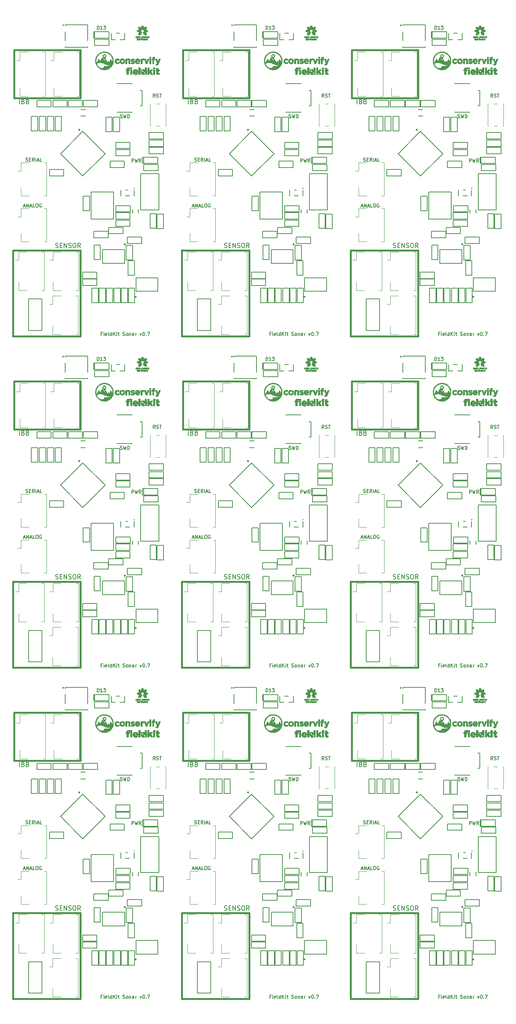
<source format=gbr>
G04 #@! TF.GenerationSoftware,KiCad,Pcbnew,(5.0.0)*
G04 #@! TF.CreationDate,2019-01-02T15:44:26-06:00*
G04 #@! TF.ProjectId,fk-sonar-v0.07-03x03,666B2D736F6E61722D76302E30372D30,0.1*
G04 #@! TF.SameCoordinates,Original*
G04 #@! TF.FileFunction,Legend,Top*
G04 #@! TF.FilePolarity,Positive*
%FSLAX46Y46*%
G04 Gerber Fmt 4.6, Leading zero omitted, Abs format (unit mm)*
G04 Created by KiCad (PCBNEW (5.0.0)) date 01/02/19 15:44:26*
%MOMM*%
%LPD*%
G01*
G04 APERTURE LIST*
%ADD10C,0.200000*%
%ADD11C,0.152400*%
%ADD12C,0.381000*%
%ADD13C,0.010000*%
%ADD14C,0.120000*%
%ADD15C,0.150000*%
%ADD16C,0.300000*%
G04 APERTURE END LIST*
D10*
X157788095Y-213954761D02*
X157930952Y-214002380D01*
X158169047Y-214002380D01*
X158264285Y-213954761D01*
X158311904Y-213907142D01*
X158359523Y-213811904D01*
X158359523Y-213716666D01*
X158311904Y-213621428D01*
X158264285Y-213573809D01*
X158169047Y-213526190D01*
X157978571Y-213478571D01*
X157883333Y-213430952D01*
X157835714Y-213383333D01*
X157788095Y-213288095D01*
X157788095Y-213192857D01*
X157835714Y-213097619D01*
X157883333Y-213050000D01*
X157978571Y-213002380D01*
X158216666Y-213002380D01*
X158359523Y-213050000D01*
X158788095Y-213478571D02*
X159121428Y-213478571D01*
X159264285Y-214002380D02*
X158788095Y-214002380D01*
X158788095Y-213002380D01*
X159264285Y-213002380D01*
X159692857Y-214002380D02*
X159692857Y-213002380D01*
X160264285Y-214002380D01*
X160264285Y-213002380D01*
X160692857Y-213954761D02*
X160835714Y-214002380D01*
X161073809Y-214002380D01*
X161169047Y-213954761D01*
X161216666Y-213907142D01*
X161264285Y-213811904D01*
X161264285Y-213716666D01*
X161216666Y-213621428D01*
X161169047Y-213573809D01*
X161073809Y-213526190D01*
X160883333Y-213478571D01*
X160788095Y-213430952D01*
X160740476Y-213383333D01*
X160692857Y-213288095D01*
X160692857Y-213192857D01*
X160740476Y-213097619D01*
X160788095Y-213050000D01*
X160883333Y-213002380D01*
X161121428Y-213002380D01*
X161264285Y-213050000D01*
X161883333Y-213002380D02*
X162073809Y-213002380D01*
X162169047Y-213050000D01*
X162264285Y-213145238D01*
X162311904Y-213335714D01*
X162311904Y-213669047D01*
X162264285Y-213859523D01*
X162169047Y-213954761D01*
X162073809Y-214002380D01*
X161883333Y-214002380D01*
X161788095Y-213954761D01*
X161692857Y-213859523D01*
X161645238Y-213669047D01*
X161645238Y-213335714D01*
X161692857Y-213145238D01*
X161788095Y-213050000D01*
X161883333Y-213002380D01*
X163311904Y-214002380D02*
X162978571Y-213526190D01*
X162740476Y-214002380D02*
X162740476Y-213002380D01*
X163121428Y-213002380D01*
X163216666Y-213050000D01*
X163264285Y-213097619D01*
X163311904Y-213192857D01*
X163311904Y-213335714D01*
X163264285Y-213430952D01*
X163216666Y-213478571D01*
X163121428Y-213526190D01*
X162740476Y-213526190D01*
X120288095Y-213954761D02*
X120430952Y-214002380D01*
X120669047Y-214002380D01*
X120764285Y-213954761D01*
X120811904Y-213907142D01*
X120859523Y-213811904D01*
X120859523Y-213716666D01*
X120811904Y-213621428D01*
X120764285Y-213573809D01*
X120669047Y-213526190D01*
X120478571Y-213478571D01*
X120383333Y-213430952D01*
X120335714Y-213383333D01*
X120288095Y-213288095D01*
X120288095Y-213192857D01*
X120335714Y-213097619D01*
X120383333Y-213050000D01*
X120478571Y-213002380D01*
X120716666Y-213002380D01*
X120859523Y-213050000D01*
X121288095Y-213478571D02*
X121621428Y-213478571D01*
X121764285Y-214002380D02*
X121288095Y-214002380D01*
X121288095Y-213002380D01*
X121764285Y-213002380D01*
X122192857Y-214002380D02*
X122192857Y-213002380D01*
X122764285Y-214002380D01*
X122764285Y-213002380D01*
X123192857Y-213954761D02*
X123335714Y-214002380D01*
X123573809Y-214002380D01*
X123669047Y-213954761D01*
X123716666Y-213907142D01*
X123764285Y-213811904D01*
X123764285Y-213716666D01*
X123716666Y-213621428D01*
X123669047Y-213573809D01*
X123573809Y-213526190D01*
X123383333Y-213478571D01*
X123288095Y-213430952D01*
X123240476Y-213383333D01*
X123192857Y-213288095D01*
X123192857Y-213192857D01*
X123240476Y-213097619D01*
X123288095Y-213050000D01*
X123383333Y-213002380D01*
X123621428Y-213002380D01*
X123764285Y-213050000D01*
X124383333Y-213002380D02*
X124573809Y-213002380D01*
X124669047Y-213050000D01*
X124764285Y-213145238D01*
X124811904Y-213335714D01*
X124811904Y-213669047D01*
X124764285Y-213859523D01*
X124669047Y-213954761D01*
X124573809Y-214002380D01*
X124383333Y-214002380D01*
X124288095Y-213954761D01*
X124192857Y-213859523D01*
X124145238Y-213669047D01*
X124145238Y-213335714D01*
X124192857Y-213145238D01*
X124288095Y-213050000D01*
X124383333Y-213002380D01*
X125811904Y-214002380D02*
X125478571Y-213526190D01*
X125240476Y-214002380D02*
X125240476Y-213002380D01*
X125621428Y-213002380D01*
X125716666Y-213050000D01*
X125764285Y-213097619D01*
X125811904Y-213192857D01*
X125811904Y-213335714D01*
X125764285Y-213430952D01*
X125716666Y-213478571D01*
X125621428Y-213526190D01*
X125240476Y-213526190D01*
X82788095Y-213954761D02*
X82930952Y-214002380D01*
X83169047Y-214002380D01*
X83264285Y-213954761D01*
X83311904Y-213907142D01*
X83359523Y-213811904D01*
X83359523Y-213716666D01*
X83311904Y-213621428D01*
X83264285Y-213573809D01*
X83169047Y-213526190D01*
X82978571Y-213478571D01*
X82883333Y-213430952D01*
X82835714Y-213383333D01*
X82788095Y-213288095D01*
X82788095Y-213192857D01*
X82835714Y-213097619D01*
X82883333Y-213050000D01*
X82978571Y-213002380D01*
X83216666Y-213002380D01*
X83359523Y-213050000D01*
X83788095Y-213478571D02*
X84121428Y-213478571D01*
X84264285Y-214002380D02*
X83788095Y-214002380D01*
X83788095Y-213002380D01*
X84264285Y-213002380D01*
X84692857Y-214002380D02*
X84692857Y-213002380D01*
X85264285Y-214002380D01*
X85264285Y-213002380D01*
X85692857Y-213954761D02*
X85835714Y-214002380D01*
X86073809Y-214002380D01*
X86169047Y-213954761D01*
X86216666Y-213907142D01*
X86264285Y-213811904D01*
X86264285Y-213716666D01*
X86216666Y-213621428D01*
X86169047Y-213573809D01*
X86073809Y-213526190D01*
X85883333Y-213478571D01*
X85788095Y-213430952D01*
X85740476Y-213383333D01*
X85692857Y-213288095D01*
X85692857Y-213192857D01*
X85740476Y-213097619D01*
X85788095Y-213050000D01*
X85883333Y-213002380D01*
X86121428Y-213002380D01*
X86264285Y-213050000D01*
X86883333Y-213002380D02*
X87073809Y-213002380D01*
X87169047Y-213050000D01*
X87264285Y-213145238D01*
X87311904Y-213335714D01*
X87311904Y-213669047D01*
X87264285Y-213859523D01*
X87169047Y-213954761D01*
X87073809Y-214002380D01*
X86883333Y-214002380D01*
X86788095Y-213954761D01*
X86692857Y-213859523D01*
X86645238Y-213669047D01*
X86645238Y-213335714D01*
X86692857Y-213145238D01*
X86788095Y-213050000D01*
X86883333Y-213002380D01*
X88311904Y-214002380D02*
X87978571Y-213526190D01*
X87740476Y-214002380D02*
X87740476Y-213002380D01*
X88121428Y-213002380D01*
X88216666Y-213050000D01*
X88264285Y-213097619D01*
X88311904Y-213192857D01*
X88311904Y-213335714D01*
X88264285Y-213430952D01*
X88216666Y-213478571D01*
X88121428Y-213526190D01*
X87740476Y-213526190D01*
X157788095Y-140454761D02*
X157930952Y-140502380D01*
X158169047Y-140502380D01*
X158264285Y-140454761D01*
X158311904Y-140407142D01*
X158359523Y-140311904D01*
X158359523Y-140216666D01*
X158311904Y-140121428D01*
X158264285Y-140073809D01*
X158169047Y-140026190D01*
X157978571Y-139978571D01*
X157883333Y-139930952D01*
X157835714Y-139883333D01*
X157788095Y-139788095D01*
X157788095Y-139692857D01*
X157835714Y-139597619D01*
X157883333Y-139550000D01*
X157978571Y-139502380D01*
X158216666Y-139502380D01*
X158359523Y-139550000D01*
X158788095Y-139978571D02*
X159121428Y-139978571D01*
X159264285Y-140502380D02*
X158788095Y-140502380D01*
X158788095Y-139502380D01*
X159264285Y-139502380D01*
X159692857Y-140502380D02*
X159692857Y-139502380D01*
X160264285Y-140502380D01*
X160264285Y-139502380D01*
X160692857Y-140454761D02*
X160835714Y-140502380D01*
X161073809Y-140502380D01*
X161169047Y-140454761D01*
X161216666Y-140407142D01*
X161264285Y-140311904D01*
X161264285Y-140216666D01*
X161216666Y-140121428D01*
X161169047Y-140073809D01*
X161073809Y-140026190D01*
X160883333Y-139978571D01*
X160788095Y-139930952D01*
X160740476Y-139883333D01*
X160692857Y-139788095D01*
X160692857Y-139692857D01*
X160740476Y-139597619D01*
X160788095Y-139550000D01*
X160883333Y-139502380D01*
X161121428Y-139502380D01*
X161264285Y-139550000D01*
X161883333Y-139502380D02*
X162073809Y-139502380D01*
X162169047Y-139550000D01*
X162264285Y-139645238D01*
X162311904Y-139835714D01*
X162311904Y-140169047D01*
X162264285Y-140359523D01*
X162169047Y-140454761D01*
X162073809Y-140502380D01*
X161883333Y-140502380D01*
X161788095Y-140454761D01*
X161692857Y-140359523D01*
X161645238Y-140169047D01*
X161645238Y-139835714D01*
X161692857Y-139645238D01*
X161788095Y-139550000D01*
X161883333Y-139502380D01*
X163311904Y-140502380D02*
X162978571Y-140026190D01*
X162740476Y-140502380D02*
X162740476Y-139502380D01*
X163121428Y-139502380D01*
X163216666Y-139550000D01*
X163264285Y-139597619D01*
X163311904Y-139692857D01*
X163311904Y-139835714D01*
X163264285Y-139930952D01*
X163216666Y-139978571D01*
X163121428Y-140026190D01*
X162740476Y-140026190D01*
X120288095Y-140454761D02*
X120430952Y-140502380D01*
X120669047Y-140502380D01*
X120764285Y-140454761D01*
X120811904Y-140407142D01*
X120859523Y-140311904D01*
X120859523Y-140216666D01*
X120811904Y-140121428D01*
X120764285Y-140073809D01*
X120669047Y-140026190D01*
X120478571Y-139978571D01*
X120383333Y-139930952D01*
X120335714Y-139883333D01*
X120288095Y-139788095D01*
X120288095Y-139692857D01*
X120335714Y-139597619D01*
X120383333Y-139550000D01*
X120478571Y-139502380D01*
X120716666Y-139502380D01*
X120859523Y-139550000D01*
X121288095Y-139978571D02*
X121621428Y-139978571D01*
X121764285Y-140502380D02*
X121288095Y-140502380D01*
X121288095Y-139502380D01*
X121764285Y-139502380D01*
X122192857Y-140502380D02*
X122192857Y-139502380D01*
X122764285Y-140502380D01*
X122764285Y-139502380D01*
X123192857Y-140454761D02*
X123335714Y-140502380D01*
X123573809Y-140502380D01*
X123669047Y-140454761D01*
X123716666Y-140407142D01*
X123764285Y-140311904D01*
X123764285Y-140216666D01*
X123716666Y-140121428D01*
X123669047Y-140073809D01*
X123573809Y-140026190D01*
X123383333Y-139978571D01*
X123288095Y-139930952D01*
X123240476Y-139883333D01*
X123192857Y-139788095D01*
X123192857Y-139692857D01*
X123240476Y-139597619D01*
X123288095Y-139550000D01*
X123383333Y-139502380D01*
X123621428Y-139502380D01*
X123764285Y-139550000D01*
X124383333Y-139502380D02*
X124573809Y-139502380D01*
X124669047Y-139550000D01*
X124764285Y-139645238D01*
X124811904Y-139835714D01*
X124811904Y-140169047D01*
X124764285Y-140359523D01*
X124669047Y-140454761D01*
X124573809Y-140502380D01*
X124383333Y-140502380D01*
X124288095Y-140454761D01*
X124192857Y-140359523D01*
X124145238Y-140169047D01*
X124145238Y-139835714D01*
X124192857Y-139645238D01*
X124288095Y-139550000D01*
X124383333Y-139502380D01*
X125811904Y-140502380D02*
X125478571Y-140026190D01*
X125240476Y-140502380D02*
X125240476Y-139502380D01*
X125621428Y-139502380D01*
X125716666Y-139550000D01*
X125764285Y-139597619D01*
X125811904Y-139692857D01*
X125811904Y-139835714D01*
X125764285Y-139930952D01*
X125716666Y-139978571D01*
X125621428Y-140026190D01*
X125240476Y-140026190D01*
X82788095Y-140454761D02*
X82930952Y-140502380D01*
X83169047Y-140502380D01*
X83264285Y-140454761D01*
X83311904Y-140407142D01*
X83359523Y-140311904D01*
X83359523Y-140216666D01*
X83311904Y-140121428D01*
X83264285Y-140073809D01*
X83169047Y-140026190D01*
X82978571Y-139978571D01*
X82883333Y-139930952D01*
X82835714Y-139883333D01*
X82788095Y-139788095D01*
X82788095Y-139692857D01*
X82835714Y-139597619D01*
X82883333Y-139550000D01*
X82978571Y-139502380D01*
X83216666Y-139502380D01*
X83359523Y-139550000D01*
X83788095Y-139978571D02*
X84121428Y-139978571D01*
X84264285Y-140502380D02*
X83788095Y-140502380D01*
X83788095Y-139502380D01*
X84264285Y-139502380D01*
X84692857Y-140502380D02*
X84692857Y-139502380D01*
X85264285Y-140502380D01*
X85264285Y-139502380D01*
X85692857Y-140454761D02*
X85835714Y-140502380D01*
X86073809Y-140502380D01*
X86169047Y-140454761D01*
X86216666Y-140407142D01*
X86264285Y-140311904D01*
X86264285Y-140216666D01*
X86216666Y-140121428D01*
X86169047Y-140073809D01*
X86073809Y-140026190D01*
X85883333Y-139978571D01*
X85788095Y-139930952D01*
X85740476Y-139883333D01*
X85692857Y-139788095D01*
X85692857Y-139692857D01*
X85740476Y-139597619D01*
X85788095Y-139550000D01*
X85883333Y-139502380D01*
X86121428Y-139502380D01*
X86264285Y-139550000D01*
X86883333Y-139502380D02*
X87073809Y-139502380D01*
X87169047Y-139550000D01*
X87264285Y-139645238D01*
X87311904Y-139835714D01*
X87311904Y-140169047D01*
X87264285Y-140359523D01*
X87169047Y-140454761D01*
X87073809Y-140502380D01*
X86883333Y-140502380D01*
X86788095Y-140454761D01*
X86692857Y-140359523D01*
X86645238Y-140169047D01*
X86645238Y-139835714D01*
X86692857Y-139645238D01*
X86788095Y-139550000D01*
X86883333Y-139502380D01*
X88311904Y-140502380D02*
X87978571Y-140026190D01*
X87740476Y-140502380D02*
X87740476Y-139502380D01*
X88121428Y-139502380D01*
X88216666Y-139550000D01*
X88264285Y-139597619D01*
X88311904Y-139692857D01*
X88311904Y-139835714D01*
X88264285Y-139930952D01*
X88216666Y-139978571D01*
X88121428Y-140026190D01*
X87740476Y-140026190D01*
X157788095Y-66954761D02*
X157930952Y-67002380D01*
X158169047Y-67002380D01*
X158264285Y-66954761D01*
X158311904Y-66907142D01*
X158359523Y-66811904D01*
X158359523Y-66716666D01*
X158311904Y-66621428D01*
X158264285Y-66573809D01*
X158169047Y-66526190D01*
X157978571Y-66478571D01*
X157883333Y-66430952D01*
X157835714Y-66383333D01*
X157788095Y-66288095D01*
X157788095Y-66192857D01*
X157835714Y-66097619D01*
X157883333Y-66050000D01*
X157978571Y-66002380D01*
X158216666Y-66002380D01*
X158359523Y-66050000D01*
X158788095Y-66478571D02*
X159121428Y-66478571D01*
X159264285Y-67002380D02*
X158788095Y-67002380D01*
X158788095Y-66002380D01*
X159264285Y-66002380D01*
X159692857Y-67002380D02*
X159692857Y-66002380D01*
X160264285Y-67002380D01*
X160264285Y-66002380D01*
X160692857Y-66954761D02*
X160835714Y-67002380D01*
X161073809Y-67002380D01*
X161169047Y-66954761D01*
X161216666Y-66907142D01*
X161264285Y-66811904D01*
X161264285Y-66716666D01*
X161216666Y-66621428D01*
X161169047Y-66573809D01*
X161073809Y-66526190D01*
X160883333Y-66478571D01*
X160788095Y-66430952D01*
X160740476Y-66383333D01*
X160692857Y-66288095D01*
X160692857Y-66192857D01*
X160740476Y-66097619D01*
X160788095Y-66050000D01*
X160883333Y-66002380D01*
X161121428Y-66002380D01*
X161264285Y-66050000D01*
X161883333Y-66002380D02*
X162073809Y-66002380D01*
X162169047Y-66050000D01*
X162264285Y-66145238D01*
X162311904Y-66335714D01*
X162311904Y-66669047D01*
X162264285Y-66859523D01*
X162169047Y-66954761D01*
X162073809Y-67002380D01*
X161883333Y-67002380D01*
X161788095Y-66954761D01*
X161692857Y-66859523D01*
X161645238Y-66669047D01*
X161645238Y-66335714D01*
X161692857Y-66145238D01*
X161788095Y-66050000D01*
X161883333Y-66002380D01*
X163311904Y-67002380D02*
X162978571Y-66526190D01*
X162740476Y-67002380D02*
X162740476Y-66002380D01*
X163121428Y-66002380D01*
X163216666Y-66050000D01*
X163264285Y-66097619D01*
X163311904Y-66192857D01*
X163311904Y-66335714D01*
X163264285Y-66430952D01*
X163216666Y-66478571D01*
X163121428Y-66526190D01*
X162740476Y-66526190D01*
X120288095Y-66954761D02*
X120430952Y-67002380D01*
X120669047Y-67002380D01*
X120764285Y-66954761D01*
X120811904Y-66907142D01*
X120859523Y-66811904D01*
X120859523Y-66716666D01*
X120811904Y-66621428D01*
X120764285Y-66573809D01*
X120669047Y-66526190D01*
X120478571Y-66478571D01*
X120383333Y-66430952D01*
X120335714Y-66383333D01*
X120288095Y-66288095D01*
X120288095Y-66192857D01*
X120335714Y-66097619D01*
X120383333Y-66050000D01*
X120478571Y-66002380D01*
X120716666Y-66002380D01*
X120859523Y-66050000D01*
X121288095Y-66478571D02*
X121621428Y-66478571D01*
X121764285Y-67002380D02*
X121288095Y-67002380D01*
X121288095Y-66002380D01*
X121764285Y-66002380D01*
X122192857Y-67002380D02*
X122192857Y-66002380D01*
X122764285Y-67002380D01*
X122764285Y-66002380D01*
X123192857Y-66954761D02*
X123335714Y-67002380D01*
X123573809Y-67002380D01*
X123669047Y-66954761D01*
X123716666Y-66907142D01*
X123764285Y-66811904D01*
X123764285Y-66716666D01*
X123716666Y-66621428D01*
X123669047Y-66573809D01*
X123573809Y-66526190D01*
X123383333Y-66478571D01*
X123288095Y-66430952D01*
X123240476Y-66383333D01*
X123192857Y-66288095D01*
X123192857Y-66192857D01*
X123240476Y-66097619D01*
X123288095Y-66050000D01*
X123383333Y-66002380D01*
X123621428Y-66002380D01*
X123764285Y-66050000D01*
X124383333Y-66002380D02*
X124573809Y-66002380D01*
X124669047Y-66050000D01*
X124764285Y-66145238D01*
X124811904Y-66335714D01*
X124811904Y-66669047D01*
X124764285Y-66859523D01*
X124669047Y-66954761D01*
X124573809Y-67002380D01*
X124383333Y-67002380D01*
X124288095Y-66954761D01*
X124192857Y-66859523D01*
X124145238Y-66669047D01*
X124145238Y-66335714D01*
X124192857Y-66145238D01*
X124288095Y-66050000D01*
X124383333Y-66002380D01*
X125811904Y-67002380D02*
X125478571Y-66526190D01*
X125240476Y-67002380D02*
X125240476Y-66002380D01*
X125621428Y-66002380D01*
X125716666Y-66050000D01*
X125764285Y-66097619D01*
X125811904Y-66192857D01*
X125811904Y-66335714D01*
X125764285Y-66430952D01*
X125716666Y-66478571D01*
X125621428Y-66526190D01*
X125240476Y-66526190D01*
D11*
X172152357Y-185219928D02*
X172261214Y-185256214D01*
X172442642Y-185256214D01*
X172515214Y-185219928D01*
X172551500Y-185183642D01*
X172587785Y-185111071D01*
X172587785Y-185038500D01*
X172551500Y-184965928D01*
X172515214Y-184929642D01*
X172442642Y-184893357D01*
X172297500Y-184857071D01*
X172224928Y-184820785D01*
X172188642Y-184784500D01*
X172152357Y-184711928D01*
X172152357Y-184639357D01*
X172188642Y-184566785D01*
X172224928Y-184530500D01*
X172297500Y-184494214D01*
X172478928Y-184494214D01*
X172587785Y-184530500D01*
X172841785Y-184494214D02*
X173023214Y-185256214D01*
X173168357Y-184711928D01*
X173313500Y-185256214D01*
X173494928Y-184494214D01*
X173785214Y-185256214D02*
X173785214Y-184494214D01*
X173966642Y-184494214D01*
X174075500Y-184530500D01*
X174148071Y-184603071D01*
X174184357Y-184675642D01*
X174220642Y-184820785D01*
X174220642Y-184929642D01*
X174184357Y-185074785D01*
X174148071Y-185147357D01*
X174075500Y-185219928D01*
X173966642Y-185256214D01*
X173785214Y-185256214D01*
X134652357Y-185219928D02*
X134761214Y-185256214D01*
X134942642Y-185256214D01*
X135015214Y-185219928D01*
X135051500Y-185183642D01*
X135087785Y-185111071D01*
X135087785Y-185038500D01*
X135051500Y-184965928D01*
X135015214Y-184929642D01*
X134942642Y-184893357D01*
X134797500Y-184857071D01*
X134724928Y-184820785D01*
X134688642Y-184784500D01*
X134652357Y-184711928D01*
X134652357Y-184639357D01*
X134688642Y-184566785D01*
X134724928Y-184530500D01*
X134797500Y-184494214D01*
X134978928Y-184494214D01*
X135087785Y-184530500D01*
X135341785Y-184494214D02*
X135523214Y-185256214D01*
X135668357Y-184711928D01*
X135813500Y-185256214D01*
X135994928Y-184494214D01*
X136285214Y-185256214D02*
X136285214Y-184494214D01*
X136466642Y-184494214D01*
X136575500Y-184530500D01*
X136648071Y-184603071D01*
X136684357Y-184675642D01*
X136720642Y-184820785D01*
X136720642Y-184929642D01*
X136684357Y-185074785D01*
X136648071Y-185147357D01*
X136575500Y-185219928D01*
X136466642Y-185256214D01*
X136285214Y-185256214D01*
X97152357Y-185219928D02*
X97261214Y-185256214D01*
X97442642Y-185256214D01*
X97515214Y-185219928D01*
X97551500Y-185183642D01*
X97587785Y-185111071D01*
X97587785Y-185038500D01*
X97551500Y-184965928D01*
X97515214Y-184929642D01*
X97442642Y-184893357D01*
X97297500Y-184857071D01*
X97224928Y-184820785D01*
X97188642Y-184784500D01*
X97152357Y-184711928D01*
X97152357Y-184639357D01*
X97188642Y-184566785D01*
X97224928Y-184530500D01*
X97297500Y-184494214D01*
X97478928Y-184494214D01*
X97587785Y-184530500D01*
X97841785Y-184494214D02*
X98023214Y-185256214D01*
X98168357Y-184711928D01*
X98313500Y-185256214D01*
X98494928Y-184494214D01*
X98785214Y-185256214D02*
X98785214Y-184494214D01*
X98966642Y-184494214D01*
X99075500Y-184530500D01*
X99148071Y-184603071D01*
X99184357Y-184675642D01*
X99220642Y-184820785D01*
X99220642Y-184929642D01*
X99184357Y-185074785D01*
X99148071Y-185147357D01*
X99075500Y-185219928D01*
X98966642Y-185256214D01*
X98785214Y-185256214D01*
X172152357Y-111719928D02*
X172261214Y-111756214D01*
X172442642Y-111756214D01*
X172515214Y-111719928D01*
X172551500Y-111683642D01*
X172587785Y-111611071D01*
X172587785Y-111538500D01*
X172551500Y-111465928D01*
X172515214Y-111429642D01*
X172442642Y-111393357D01*
X172297500Y-111357071D01*
X172224928Y-111320785D01*
X172188642Y-111284500D01*
X172152357Y-111211928D01*
X172152357Y-111139357D01*
X172188642Y-111066785D01*
X172224928Y-111030500D01*
X172297500Y-110994214D01*
X172478928Y-110994214D01*
X172587785Y-111030500D01*
X172841785Y-110994214D02*
X173023214Y-111756214D01*
X173168357Y-111211928D01*
X173313500Y-111756214D01*
X173494928Y-110994214D01*
X173785214Y-111756214D02*
X173785214Y-110994214D01*
X173966642Y-110994214D01*
X174075500Y-111030500D01*
X174148071Y-111103071D01*
X174184357Y-111175642D01*
X174220642Y-111320785D01*
X174220642Y-111429642D01*
X174184357Y-111574785D01*
X174148071Y-111647357D01*
X174075500Y-111719928D01*
X173966642Y-111756214D01*
X173785214Y-111756214D01*
X134652357Y-111719928D02*
X134761214Y-111756214D01*
X134942642Y-111756214D01*
X135015214Y-111719928D01*
X135051500Y-111683642D01*
X135087785Y-111611071D01*
X135087785Y-111538500D01*
X135051500Y-111465928D01*
X135015214Y-111429642D01*
X134942642Y-111393357D01*
X134797500Y-111357071D01*
X134724928Y-111320785D01*
X134688642Y-111284500D01*
X134652357Y-111211928D01*
X134652357Y-111139357D01*
X134688642Y-111066785D01*
X134724928Y-111030500D01*
X134797500Y-110994214D01*
X134978928Y-110994214D01*
X135087785Y-111030500D01*
X135341785Y-110994214D02*
X135523214Y-111756214D01*
X135668357Y-111211928D01*
X135813500Y-111756214D01*
X135994928Y-110994214D01*
X136285214Y-111756214D02*
X136285214Y-110994214D01*
X136466642Y-110994214D01*
X136575500Y-111030500D01*
X136648071Y-111103071D01*
X136684357Y-111175642D01*
X136720642Y-111320785D01*
X136720642Y-111429642D01*
X136684357Y-111574785D01*
X136648071Y-111647357D01*
X136575500Y-111719928D01*
X136466642Y-111756214D01*
X136285214Y-111756214D01*
X97152357Y-111719928D02*
X97261214Y-111756214D01*
X97442642Y-111756214D01*
X97515214Y-111719928D01*
X97551500Y-111683642D01*
X97587785Y-111611071D01*
X97587785Y-111538500D01*
X97551500Y-111465928D01*
X97515214Y-111429642D01*
X97442642Y-111393357D01*
X97297500Y-111357071D01*
X97224928Y-111320785D01*
X97188642Y-111284500D01*
X97152357Y-111211928D01*
X97152357Y-111139357D01*
X97188642Y-111066785D01*
X97224928Y-111030500D01*
X97297500Y-110994214D01*
X97478928Y-110994214D01*
X97587785Y-111030500D01*
X97841785Y-110994214D02*
X98023214Y-111756214D01*
X98168357Y-111211928D01*
X98313500Y-111756214D01*
X98494928Y-110994214D01*
X98785214Y-111756214D02*
X98785214Y-110994214D01*
X98966642Y-110994214D01*
X99075500Y-111030500D01*
X99148071Y-111103071D01*
X99184357Y-111175642D01*
X99220642Y-111320785D01*
X99220642Y-111429642D01*
X99184357Y-111574785D01*
X99148071Y-111647357D01*
X99075500Y-111719928D01*
X98966642Y-111756214D01*
X98785214Y-111756214D01*
X172152357Y-38219928D02*
X172261214Y-38256214D01*
X172442642Y-38256214D01*
X172515214Y-38219928D01*
X172551500Y-38183642D01*
X172587785Y-38111071D01*
X172587785Y-38038500D01*
X172551500Y-37965928D01*
X172515214Y-37929642D01*
X172442642Y-37893357D01*
X172297500Y-37857071D01*
X172224928Y-37820785D01*
X172188642Y-37784500D01*
X172152357Y-37711928D01*
X172152357Y-37639357D01*
X172188642Y-37566785D01*
X172224928Y-37530500D01*
X172297500Y-37494214D01*
X172478928Y-37494214D01*
X172587785Y-37530500D01*
X172841785Y-37494214D02*
X173023214Y-38256214D01*
X173168357Y-37711928D01*
X173313500Y-38256214D01*
X173494928Y-37494214D01*
X173785214Y-38256214D02*
X173785214Y-37494214D01*
X173966642Y-37494214D01*
X174075500Y-37530500D01*
X174148071Y-37603071D01*
X174184357Y-37675642D01*
X174220642Y-37820785D01*
X174220642Y-37929642D01*
X174184357Y-38074785D01*
X174148071Y-38147357D01*
X174075500Y-38219928D01*
X173966642Y-38256214D01*
X173785214Y-38256214D01*
X134652357Y-38219928D02*
X134761214Y-38256214D01*
X134942642Y-38256214D01*
X135015214Y-38219928D01*
X135051500Y-38183642D01*
X135087785Y-38111071D01*
X135087785Y-38038500D01*
X135051500Y-37965928D01*
X135015214Y-37929642D01*
X134942642Y-37893357D01*
X134797500Y-37857071D01*
X134724928Y-37820785D01*
X134688642Y-37784500D01*
X134652357Y-37711928D01*
X134652357Y-37639357D01*
X134688642Y-37566785D01*
X134724928Y-37530500D01*
X134797500Y-37494214D01*
X134978928Y-37494214D01*
X135087785Y-37530500D01*
X135341785Y-37494214D02*
X135523214Y-38256214D01*
X135668357Y-37711928D01*
X135813500Y-38256214D01*
X135994928Y-37494214D01*
X136285214Y-38256214D02*
X136285214Y-37494214D01*
X136466642Y-37494214D01*
X136575500Y-37530500D01*
X136648071Y-37603071D01*
X136684357Y-37675642D01*
X136720642Y-37820785D01*
X136720642Y-37929642D01*
X136684357Y-38074785D01*
X136648071Y-38147357D01*
X136575500Y-38219928D01*
X136466642Y-38256214D01*
X136285214Y-38256214D01*
X168115571Y-233117071D02*
X167861571Y-233117071D01*
X167861571Y-233516214D02*
X167861571Y-232754214D01*
X168224428Y-232754214D01*
X168514714Y-233516214D02*
X168514714Y-233008214D01*
X168514714Y-232754214D02*
X168478428Y-232790500D01*
X168514714Y-232826785D01*
X168551000Y-232790500D01*
X168514714Y-232754214D01*
X168514714Y-232826785D01*
X169167857Y-233479928D02*
X169095285Y-233516214D01*
X168950142Y-233516214D01*
X168877571Y-233479928D01*
X168841285Y-233407357D01*
X168841285Y-233117071D01*
X168877571Y-233044500D01*
X168950142Y-233008214D01*
X169095285Y-233008214D01*
X169167857Y-233044500D01*
X169204142Y-233117071D01*
X169204142Y-233189642D01*
X168841285Y-233262214D01*
X169639571Y-233516214D02*
X169567000Y-233479928D01*
X169530714Y-233407357D01*
X169530714Y-232754214D01*
X170256428Y-233516214D02*
X170256428Y-232754214D01*
X170256428Y-233479928D02*
X170183857Y-233516214D01*
X170038714Y-233516214D01*
X169966142Y-233479928D01*
X169929857Y-233443642D01*
X169893571Y-233371071D01*
X169893571Y-233153357D01*
X169929857Y-233080785D01*
X169966142Y-233044500D01*
X170038714Y-233008214D01*
X170183857Y-233008214D01*
X170256428Y-233044500D01*
X170619285Y-233516214D02*
X170619285Y-232754214D01*
X171054714Y-233516214D02*
X170728142Y-233080785D01*
X171054714Y-232754214D02*
X170619285Y-233189642D01*
X171381285Y-233516214D02*
X171381285Y-233008214D01*
X171381285Y-232754214D02*
X171345000Y-232790500D01*
X171381285Y-232826785D01*
X171417571Y-232790500D01*
X171381285Y-232754214D01*
X171381285Y-232826785D01*
X171635285Y-233008214D02*
X171925571Y-233008214D01*
X171744142Y-232754214D02*
X171744142Y-233407357D01*
X171780428Y-233479928D01*
X171853000Y-233516214D01*
X171925571Y-233516214D01*
X172723857Y-233479928D02*
X172832714Y-233516214D01*
X173014142Y-233516214D01*
X173086714Y-233479928D01*
X173123000Y-233443642D01*
X173159285Y-233371071D01*
X173159285Y-233298500D01*
X173123000Y-233225928D01*
X173086714Y-233189642D01*
X173014142Y-233153357D01*
X172869000Y-233117071D01*
X172796428Y-233080785D01*
X172760142Y-233044500D01*
X172723857Y-232971928D01*
X172723857Y-232899357D01*
X172760142Y-232826785D01*
X172796428Y-232790500D01*
X172869000Y-232754214D01*
X173050428Y-232754214D01*
X173159285Y-232790500D01*
X173594714Y-233516214D02*
X173522142Y-233479928D01*
X173485857Y-233443642D01*
X173449571Y-233371071D01*
X173449571Y-233153357D01*
X173485857Y-233080785D01*
X173522142Y-233044500D01*
X173594714Y-233008214D01*
X173703571Y-233008214D01*
X173776142Y-233044500D01*
X173812428Y-233080785D01*
X173848714Y-233153357D01*
X173848714Y-233371071D01*
X173812428Y-233443642D01*
X173776142Y-233479928D01*
X173703571Y-233516214D01*
X173594714Y-233516214D01*
X174175285Y-233008214D02*
X174175285Y-233516214D01*
X174175285Y-233080785D02*
X174211571Y-233044500D01*
X174284142Y-233008214D01*
X174393000Y-233008214D01*
X174465571Y-233044500D01*
X174501857Y-233117071D01*
X174501857Y-233516214D01*
X175191285Y-233516214D02*
X175191285Y-233117071D01*
X175155000Y-233044500D01*
X175082428Y-233008214D01*
X174937285Y-233008214D01*
X174864714Y-233044500D01*
X175191285Y-233479928D02*
X175118714Y-233516214D01*
X174937285Y-233516214D01*
X174864714Y-233479928D01*
X174828428Y-233407357D01*
X174828428Y-233334785D01*
X174864714Y-233262214D01*
X174937285Y-233225928D01*
X175118714Y-233225928D01*
X175191285Y-233189642D01*
X175554142Y-233516214D02*
X175554142Y-233008214D01*
X175554142Y-233153357D02*
X175590428Y-233080785D01*
X175626714Y-233044500D01*
X175699285Y-233008214D01*
X175771857Y-233008214D01*
X176533857Y-233008214D02*
X176715285Y-233516214D01*
X176896714Y-233008214D01*
X177332142Y-232754214D02*
X177404714Y-232754214D01*
X177477285Y-232790500D01*
X177513571Y-232826785D01*
X177549857Y-232899357D01*
X177586142Y-233044500D01*
X177586142Y-233225928D01*
X177549857Y-233371071D01*
X177513571Y-233443642D01*
X177477285Y-233479928D01*
X177404714Y-233516214D01*
X177332142Y-233516214D01*
X177259571Y-233479928D01*
X177223285Y-233443642D01*
X177187000Y-233371071D01*
X177150714Y-233225928D01*
X177150714Y-233044500D01*
X177187000Y-232899357D01*
X177223285Y-232826785D01*
X177259571Y-232790500D01*
X177332142Y-232754214D01*
X177912714Y-233443642D02*
X177949000Y-233479928D01*
X177912714Y-233516214D01*
X177876428Y-233479928D01*
X177912714Y-233443642D01*
X177912714Y-233516214D01*
X178203000Y-232754214D02*
X178711000Y-232754214D01*
X178384428Y-233516214D01*
X130615571Y-233117071D02*
X130361571Y-233117071D01*
X130361571Y-233516214D02*
X130361571Y-232754214D01*
X130724428Y-232754214D01*
X131014714Y-233516214D02*
X131014714Y-233008214D01*
X131014714Y-232754214D02*
X130978428Y-232790500D01*
X131014714Y-232826785D01*
X131051000Y-232790500D01*
X131014714Y-232754214D01*
X131014714Y-232826785D01*
X131667857Y-233479928D02*
X131595285Y-233516214D01*
X131450142Y-233516214D01*
X131377571Y-233479928D01*
X131341285Y-233407357D01*
X131341285Y-233117071D01*
X131377571Y-233044500D01*
X131450142Y-233008214D01*
X131595285Y-233008214D01*
X131667857Y-233044500D01*
X131704142Y-233117071D01*
X131704142Y-233189642D01*
X131341285Y-233262214D01*
X132139571Y-233516214D02*
X132067000Y-233479928D01*
X132030714Y-233407357D01*
X132030714Y-232754214D01*
X132756428Y-233516214D02*
X132756428Y-232754214D01*
X132756428Y-233479928D02*
X132683857Y-233516214D01*
X132538714Y-233516214D01*
X132466142Y-233479928D01*
X132429857Y-233443642D01*
X132393571Y-233371071D01*
X132393571Y-233153357D01*
X132429857Y-233080785D01*
X132466142Y-233044500D01*
X132538714Y-233008214D01*
X132683857Y-233008214D01*
X132756428Y-233044500D01*
X133119285Y-233516214D02*
X133119285Y-232754214D01*
X133554714Y-233516214D02*
X133228142Y-233080785D01*
X133554714Y-232754214D02*
X133119285Y-233189642D01*
X133881285Y-233516214D02*
X133881285Y-233008214D01*
X133881285Y-232754214D02*
X133845000Y-232790500D01*
X133881285Y-232826785D01*
X133917571Y-232790500D01*
X133881285Y-232754214D01*
X133881285Y-232826785D01*
X134135285Y-233008214D02*
X134425571Y-233008214D01*
X134244142Y-232754214D02*
X134244142Y-233407357D01*
X134280428Y-233479928D01*
X134353000Y-233516214D01*
X134425571Y-233516214D01*
X135223857Y-233479928D02*
X135332714Y-233516214D01*
X135514142Y-233516214D01*
X135586714Y-233479928D01*
X135623000Y-233443642D01*
X135659285Y-233371071D01*
X135659285Y-233298500D01*
X135623000Y-233225928D01*
X135586714Y-233189642D01*
X135514142Y-233153357D01*
X135369000Y-233117071D01*
X135296428Y-233080785D01*
X135260142Y-233044500D01*
X135223857Y-232971928D01*
X135223857Y-232899357D01*
X135260142Y-232826785D01*
X135296428Y-232790500D01*
X135369000Y-232754214D01*
X135550428Y-232754214D01*
X135659285Y-232790500D01*
X136094714Y-233516214D02*
X136022142Y-233479928D01*
X135985857Y-233443642D01*
X135949571Y-233371071D01*
X135949571Y-233153357D01*
X135985857Y-233080785D01*
X136022142Y-233044500D01*
X136094714Y-233008214D01*
X136203571Y-233008214D01*
X136276142Y-233044500D01*
X136312428Y-233080785D01*
X136348714Y-233153357D01*
X136348714Y-233371071D01*
X136312428Y-233443642D01*
X136276142Y-233479928D01*
X136203571Y-233516214D01*
X136094714Y-233516214D01*
X136675285Y-233008214D02*
X136675285Y-233516214D01*
X136675285Y-233080785D02*
X136711571Y-233044500D01*
X136784142Y-233008214D01*
X136893000Y-233008214D01*
X136965571Y-233044500D01*
X137001857Y-233117071D01*
X137001857Y-233516214D01*
X137691285Y-233516214D02*
X137691285Y-233117071D01*
X137655000Y-233044500D01*
X137582428Y-233008214D01*
X137437285Y-233008214D01*
X137364714Y-233044500D01*
X137691285Y-233479928D02*
X137618714Y-233516214D01*
X137437285Y-233516214D01*
X137364714Y-233479928D01*
X137328428Y-233407357D01*
X137328428Y-233334785D01*
X137364714Y-233262214D01*
X137437285Y-233225928D01*
X137618714Y-233225928D01*
X137691285Y-233189642D01*
X138054142Y-233516214D02*
X138054142Y-233008214D01*
X138054142Y-233153357D02*
X138090428Y-233080785D01*
X138126714Y-233044500D01*
X138199285Y-233008214D01*
X138271857Y-233008214D01*
X139033857Y-233008214D02*
X139215285Y-233516214D01*
X139396714Y-233008214D01*
X139832142Y-232754214D02*
X139904714Y-232754214D01*
X139977285Y-232790500D01*
X140013571Y-232826785D01*
X140049857Y-232899357D01*
X140086142Y-233044500D01*
X140086142Y-233225928D01*
X140049857Y-233371071D01*
X140013571Y-233443642D01*
X139977285Y-233479928D01*
X139904714Y-233516214D01*
X139832142Y-233516214D01*
X139759571Y-233479928D01*
X139723285Y-233443642D01*
X139687000Y-233371071D01*
X139650714Y-233225928D01*
X139650714Y-233044500D01*
X139687000Y-232899357D01*
X139723285Y-232826785D01*
X139759571Y-232790500D01*
X139832142Y-232754214D01*
X140412714Y-233443642D02*
X140449000Y-233479928D01*
X140412714Y-233516214D01*
X140376428Y-233479928D01*
X140412714Y-233443642D01*
X140412714Y-233516214D01*
X140703000Y-232754214D02*
X141211000Y-232754214D01*
X140884428Y-233516214D01*
X93115571Y-233117071D02*
X92861571Y-233117071D01*
X92861571Y-233516214D02*
X92861571Y-232754214D01*
X93224428Y-232754214D01*
X93514714Y-233516214D02*
X93514714Y-233008214D01*
X93514714Y-232754214D02*
X93478428Y-232790500D01*
X93514714Y-232826785D01*
X93551000Y-232790500D01*
X93514714Y-232754214D01*
X93514714Y-232826785D01*
X94167857Y-233479928D02*
X94095285Y-233516214D01*
X93950142Y-233516214D01*
X93877571Y-233479928D01*
X93841285Y-233407357D01*
X93841285Y-233117071D01*
X93877571Y-233044500D01*
X93950142Y-233008214D01*
X94095285Y-233008214D01*
X94167857Y-233044500D01*
X94204142Y-233117071D01*
X94204142Y-233189642D01*
X93841285Y-233262214D01*
X94639571Y-233516214D02*
X94567000Y-233479928D01*
X94530714Y-233407357D01*
X94530714Y-232754214D01*
X95256428Y-233516214D02*
X95256428Y-232754214D01*
X95256428Y-233479928D02*
X95183857Y-233516214D01*
X95038714Y-233516214D01*
X94966142Y-233479928D01*
X94929857Y-233443642D01*
X94893571Y-233371071D01*
X94893571Y-233153357D01*
X94929857Y-233080785D01*
X94966142Y-233044500D01*
X95038714Y-233008214D01*
X95183857Y-233008214D01*
X95256428Y-233044500D01*
X95619285Y-233516214D02*
X95619285Y-232754214D01*
X96054714Y-233516214D02*
X95728142Y-233080785D01*
X96054714Y-232754214D02*
X95619285Y-233189642D01*
X96381285Y-233516214D02*
X96381285Y-233008214D01*
X96381285Y-232754214D02*
X96345000Y-232790500D01*
X96381285Y-232826785D01*
X96417571Y-232790500D01*
X96381285Y-232754214D01*
X96381285Y-232826785D01*
X96635285Y-233008214D02*
X96925571Y-233008214D01*
X96744142Y-232754214D02*
X96744142Y-233407357D01*
X96780428Y-233479928D01*
X96853000Y-233516214D01*
X96925571Y-233516214D01*
X97723857Y-233479928D02*
X97832714Y-233516214D01*
X98014142Y-233516214D01*
X98086714Y-233479928D01*
X98123000Y-233443642D01*
X98159285Y-233371071D01*
X98159285Y-233298500D01*
X98123000Y-233225928D01*
X98086714Y-233189642D01*
X98014142Y-233153357D01*
X97869000Y-233117071D01*
X97796428Y-233080785D01*
X97760142Y-233044500D01*
X97723857Y-232971928D01*
X97723857Y-232899357D01*
X97760142Y-232826785D01*
X97796428Y-232790500D01*
X97869000Y-232754214D01*
X98050428Y-232754214D01*
X98159285Y-232790500D01*
X98594714Y-233516214D02*
X98522142Y-233479928D01*
X98485857Y-233443642D01*
X98449571Y-233371071D01*
X98449571Y-233153357D01*
X98485857Y-233080785D01*
X98522142Y-233044500D01*
X98594714Y-233008214D01*
X98703571Y-233008214D01*
X98776142Y-233044500D01*
X98812428Y-233080785D01*
X98848714Y-233153357D01*
X98848714Y-233371071D01*
X98812428Y-233443642D01*
X98776142Y-233479928D01*
X98703571Y-233516214D01*
X98594714Y-233516214D01*
X99175285Y-233008214D02*
X99175285Y-233516214D01*
X99175285Y-233080785D02*
X99211571Y-233044500D01*
X99284142Y-233008214D01*
X99393000Y-233008214D01*
X99465571Y-233044500D01*
X99501857Y-233117071D01*
X99501857Y-233516214D01*
X100191285Y-233516214D02*
X100191285Y-233117071D01*
X100155000Y-233044500D01*
X100082428Y-233008214D01*
X99937285Y-233008214D01*
X99864714Y-233044500D01*
X100191285Y-233479928D02*
X100118714Y-233516214D01*
X99937285Y-233516214D01*
X99864714Y-233479928D01*
X99828428Y-233407357D01*
X99828428Y-233334785D01*
X99864714Y-233262214D01*
X99937285Y-233225928D01*
X100118714Y-233225928D01*
X100191285Y-233189642D01*
X100554142Y-233516214D02*
X100554142Y-233008214D01*
X100554142Y-233153357D02*
X100590428Y-233080785D01*
X100626714Y-233044500D01*
X100699285Y-233008214D01*
X100771857Y-233008214D01*
X101533857Y-233008214D02*
X101715285Y-233516214D01*
X101896714Y-233008214D01*
X102332142Y-232754214D02*
X102404714Y-232754214D01*
X102477285Y-232790500D01*
X102513571Y-232826785D01*
X102549857Y-232899357D01*
X102586142Y-233044500D01*
X102586142Y-233225928D01*
X102549857Y-233371071D01*
X102513571Y-233443642D01*
X102477285Y-233479928D01*
X102404714Y-233516214D01*
X102332142Y-233516214D01*
X102259571Y-233479928D01*
X102223285Y-233443642D01*
X102187000Y-233371071D01*
X102150714Y-233225928D01*
X102150714Y-233044500D01*
X102187000Y-232899357D01*
X102223285Y-232826785D01*
X102259571Y-232790500D01*
X102332142Y-232754214D01*
X102912714Y-233443642D02*
X102949000Y-233479928D01*
X102912714Y-233516214D01*
X102876428Y-233479928D01*
X102912714Y-233443642D01*
X102912714Y-233516214D01*
X103203000Y-232754214D02*
X103711000Y-232754214D01*
X103384428Y-233516214D01*
X168115571Y-159617071D02*
X167861571Y-159617071D01*
X167861571Y-160016214D02*
X167861571Y-159254214D01*
X168224428Y-159254214D01*
X168514714Y-160016214D02*
X168514714Y-159508214D01*
X168514714Y-159254214D02*
X168478428Y-159290500D01*
X168514714Y-159326785D01*
X168551000Y-159290500D01*
X168514714Y-159254214D01*
X168514714Y-159326785D01*
X169167857Y-159979928D02*
X169095285Y-160016214D01*
X168950142Y-160016214D01*
X168877571Y-159979928D01*
X168841285Y-159907357D01*
X168841285Y-159617071D01*
X168877571Y-159544500D01*
X168950142Y-159508214D01*
X169095285Y-159508214D01*
X169167857Y-159544500D01*
X169204142Y-159617071D01*
X169204142Y-159689642D01*
X168841285Y-159762214D01*
X169639571Y-160016214D02*
X169567000Y-159979928D01*
X169530714Y-159907357D01*
X169530714Y-159254214D01*
X170256428Y-160016214D02*
X170256428Y-159254214D01*
X170256428Y-159979928D02*
X170183857Y-160016214D01*
X170038714Y-160016214D01*
X169966142Y-159979928D01*
X169929857Y-159943642D01*
X169893571Y-159871071D01*
X169893571Y-159653357D01*
X169929857Y-159580785D01*
X169966142Y-159544500D01*
X170038714Y-159508214D01*
X170183857Y-159508214D01*
X170256428Y-159544500D01*
X170619285Y-160016214D02*
X170619285Y-159254214D01*
X171054714Y-160016214D02*
X170728142Y-159580785D01*
X171054714Y-159254214D02*
X170619285Y-159689642D01*
X171381285Y-160016214D02*
X171381285Y-159508214D01*
X171381285Y-159254214D02*
X171345000Y-159290500D01*
X171381285Y-159326785D01*
X171417571Y-159290500D01*
X171381285Y-159254214D01*
X171381285Y-159326785D01*
X171635285Y-159508214D02*
X171925571Y-159508214D01*
X171744142Y-159254214D02*
X171744142Y-159907357D01*
X171780428Y-159979928D01*
X171853000Y-160016214D01*
X171925571Y-160016214D01*
X172723857Y-159979928D02*
X172832714Y-160016214D01*
X173014142Y-160016214D01*
X173086714Y-159979928D01*
X173123000Y-159943642D01*
X173159285Y-159871071D01*
X173159285Y-159798500D01*
X173123000Y-159725928D01*
X173086714Y-159689642D01*
X173014142Y-159653357D01*
X172869000Y-159617071D01*
X172796428Y-159580785D01*
X172760142Y-159544500D01*
X172723857Y-159471928D01*
X172723857Y-159399357D01*
X172760142Y-159326785D01*
X172796428Y-159290500D01*
X172869000Y-159254214D01*
X173050428Y-159254214D01*
X173159285Y-159290500D01*
X173594714Y-160016214D02*
X173522142Y-159979928D01*
X173485857Y-159943642D01*
X173449571Y-159871071D01*
X173449571Y-159653357D01*
X173485857Y-159580785D01*
X173522142Y-159544500D01*
X173594714Y-159508214D01*
X173703571Y-159508214D01*
X173776142Y-159544500D01*
X173812428Y-159580785D01*
X173848714Y-159653357D01*
X173848714Y-159871071D01*
X173812428Y-159943642D01*
X173776142Y-159979928D01*
X173703571Y-160016214D01*
X173594714Y-160016214D01*
X174175285Y-159508214D02*
X174175285Y-160016214D01*
X174175285Y-159580785D02*
X174211571Y-159544500D01*
X174284142Y-159508214D01*
X174393000Y-159508214D01*
X174465571Y-159544500D01*
X174501857Y-159617071D01*
X174501857Y-160016214D01*
X175191285Y-160016214D02*
X175191285Y-159617071D01*
X175155000Y-159544500D01*
X175082428Y-159508214D01*
X174937285Y-159508214D01*
X174864714Y-159544500D01*
X175191285Y-159979928D02*
X175118714Y-160016214D01*
X174937285Y-160016214D01*
X174864714Y-159979928D01*
X174828428Y-159907357D01*
X174828428Y-159834785D01*
X174864714Y-159762214D01*
X174937285Y-159725928D01*
X175118714Y-159725928D01*
X175191285Y-159689642D01*
X175554142Y-160016214D02*
X175554142Y-159508214D01*
X175554142Y-159653357D02*
X175590428Y-159580785D01*
X175626714Y-159544500D01*
X175699285Y-159508214D01*
X175771857Y-159508214D01*
X176533857Y-159508214D02*
X176715285Y-160016214D01*
X176896714Y-159508214D01*
X177332142Y-159254214D02*
X177404714Y-159254214D01*
X177477285Y-159290500D01*
X177513571Y-159326785D01*
X177549857Y-159399357D01*
X177586142Y-159544500D01*
X177586142Y-159725928D01*
X177549857Y-159871071D01*
X177513571Y-159943642D01*
X177477285Y-159979928D01*
X177404714Y-160016214D01*
X177332142Y-160016214D01*
X177259571Y-159979928D01*
X177223285Y-159943642D01*
X177187000Y-159871071D01*
X177150714Y-159725928D01*
X177150714Y-159544500D01*
X177187000Y-159399357D01*
X177223285Y-159326785D01*
X177259571Y-159290500D01*
X177332142Y-159254214D01*
X177912714Y-159943642D02*
X177949000Y-159979928D01*
X177912714Y-160016214D01*
X177876428Y-159979928D01*
X177912714Y-159943642D01*
X177912714Y-160016214D01*
X178203000Y-159254214D02*
X178711000Y-159254214D01*
X178384428Y-160016214D01*
X130615571Y-159617071D02*
X130361571Y-159617071D01*
X130361571Y-160016214D02*
X130361571Y-159254214D01*
X130724428Y-159254214D01*
X131014714Y-160016214D02*
X131014714Y-159508214D01*
X131014714Y-159254214D02*
X130978428Y-159290500D01*
X131014714Y-159326785D01*
X131051000Y-159290500D01*
X131014714Y-159254214D01*
X131014714Y-159326785D01*
X131667857Y-159979928D02*
X131595285Y-160016214D01*
X131450142Y-160016214D01*
X131377571Y-159979928D01*
X131341285Y-159907357D01*
X131341285Y-159617071D01*
X131377571Y-159544500D01*
X131450142Y-159508214D01*
X131595285Y-159508214D01*
X131667857Y-159544500D01*
X131704142Y-159617071D01*
X131704142Y-159689642D01*
X131341285Y-159762214D01*
X132139571Y-160016214D02*
X132067000Y-159979928D01*
X132030714Y-159907357D01*
X132030714Y-159254214D01*
X132756428Y-160016214D02*
X132756428Y-159254214D01*
X132756428Y-159979928D02*
X132683857Y-160016214D01*
X132538714Y-160016214D01*
X132466142Y-159979928D01*
X132429857Y-159943642D01*
X132393571Y-159871071D01*
X132393571Y-159653357D01*
X132429857Y-159580785D01*
X132466142Y-159544500D01*
X132538714Y-159508214D01*
X132683857Y-159508214D01*
X132756428Y-159544500D01*
X133119285Y-160016214D02*
X133119285Y-159254214D01*
X133554714Y-160016214D02*
X133228142Y-159580785D01*
X133554714Y-159254214D02*
X133119285Y-159689642D01*
X133881285Y-160016214D02*
X133881285Y-159508214D01*
X133881285Y-159254214D02*
X133845000Y-159290500D01*
X133881285Y-159326785D01*
X133917571Y-159290500D01*
X133881285Y-159254214D01*
X133881285Y-159326785D01*
X134135285Y-159508214D02*
X134425571Y-159508214D01*
X134244142Y-159254214D02*
X134244142Y-159907357D01*
X134280428Y-159979928D01*
X134353000Y-160016214D01*
X134425571Y-160016214D01*
X135223857Y-159979928D02*
X135332714Y-160016214D01*
X135514142Y-160016214D01*
X135586714Y-159979928D01*
X135623000Y-159943642D01*
X135659285Y-159871071D01*
X135659285Y-159798500D01*
X135623000Y-159725928D01*
X135586714Y-159689642D01*
X135514142Y-159653357D01*
X135369000Y-159617071D01*
X135296428Y-159580785D01*
X135260142Y-159544500D01*
X135223857Y-159471928D01*
X135223857Y-159399357D01*
X135260142Y-159326785D01*
X135296428Y-159290500D01*
X135369000Y-159254214D01*
X135550428Y-159254214D01*
X135659285Y-159290500D01*
X136094714Y-160016214D02*
X136022142Y-159979928D01*
X135985857Y-159943642D01*
X135949571Y-159871071D01*
X135949571Y-159653357D01*
X135985857Y-159580785D01*
X136022142Y-159544500D01*
X136094714Y-159508214D01*
X136203571Y-159508214D01*
X136276142Y-159544500D01*
X136312428Y-159580785D01*
X136348714Y-159653357D01*
X136348714Y-159871071D01*
X136312428Y-159943642D01*
X136276142Y-159979928D01*
X136203571Y-160016214D01*
X136094714Y-160016214D01*
X136675285Y-159508214D02*
X136675285Y-160016214D01*
X136675285Y-159580785D02*
X136711571Y-159544500D01*
X136784142Y-159508214D01*
X136893000Y-159508214D01*
X136965571Y-159544500D01*
X137001857Y-159617071D01*
X137001857Y-160016214D01*
X137691285Y-160016214D02*
X137691285Y-159617071D01*
X137655000Y-159544500D01*
X137582428Y-159508214D01*
X137437285Y-159508214D01*
X137364714Y-159544500D01*
X137691285Y-159979928D02*
X137618714Y-160016214D01*
X137437285Y-160016214D01*
X137364714Y-159979928D01*
X137328428Y-159907357D01*
X137328428Y-159834785D01*
X137364714Y-159762214D01*
X137437285Y-159725928D01*
X137618714Y-159725928D01*
X137691285Y-159689642D01*
X138054142Y-160016214D02*
X138054142Y-159508214D01*
X138054142Y-159653357D02*
X138090428Y-159580785D01*
X138126714Y-159544500D01*
X138199285Y-159508214D01*
X138271857Y-159508214D01*
X139033857Y-159508214D02*
X139215285Y-160016214D01*
X139396714Y-159508214D01*
X139832142Y-159254214D02*
X139904714Y-159254214D01*
X139977285Y-159290500D01*
X140013571Y-159326785D01*
X140049857Y-159399357D01*
X140086142Y-159544500D01*
X140086142Y-159725928D01*
X140049857Y-159871071D01*
X140013571Y-159943642D01*
X139977285Y-159979928D01*
X139904714Y-160016214D01*
X139832142Y-160016214D01*
X139759571Y-159979928D01*
X139723285Y-159943642D01*
X139687000Y-159871071D01*
X139650714Y-159725928D01*
X139650714Y-159544500D01*
X139687000Y-159399357D01*
X139723285Y-159326785D01*
X139759571Y-159290500D01*
X139832142Y-159254214D01*
X140412714Y-159943642D02*
X140449000Y-159979928D01*
X140412714Y-160016214D01*
X140376428Y-159979928D01*
X140412714Y-159943642D01*
X140412714Y-160016214D01*
X140703000Y-159254214D02*
X141211000Y-159254214D01*
X140884428Y-160016214D01*
X93115571Y-159617071D02*
X92861571Y-159617071D01*
X92861571Y-160016214D02*
X92861571Y-159254214D01*
X93224428Y-159254214D01*
X93514714Y-160016214D02*
X93514714Y-159508214D01*
X93514714Y-159254214D02*
X93478428Y-159290500D01*
X93514714Y-159326785D01*
X93551000Y-159290500D01*
X93514714Y-159254214D01*
X93514714Y-159326785D01*
X94167857Y-159979928D02*
X94095285Y-160016214D01*
X93950142Y-160016214D01*
X93877571Y-159979928D01*
X93841285Y-159907357D01*
X93841285Y-159617071D01*
X93877571Y-159544500D01*
X93950142Y-159508214D01*
X94095285Y-159508214D01*
X94167857Y-159544500D01*
X94204142Y-159617071D01*
X94204142Y-159689642D01*
X93841285Y-159762214D01*
X94639571Y-160016214D02*
X94567000Y-159979928D01*
X94530714Y-159907357D01*
X94530714Y-159254214D01*
X95256428Y-160016214D02*
X95256428Y-159254214D01*
X95256428Y-159979928D02*
X95183857Y-160016214D01*
X95038714Y-160016214D01*
X94966142Y-159979928D01*
X94929857Y-159943642D01*
X94893571Y-159871071D01*
X94893571Y-159653357D01*
X94929857Y-159580785D01*
X94966142Y-159544500D01*
X95038714Y-159508214D01*
X95183857Y-159508214D01*
X95256428Y-159544500D01*
X95619285Y-160016214D02*
X95619285Y-159254214D01*
X96054714Y-160016214D02*
X95728142Y-159580785D01*
X96054714Y-159254214D02*
X95619285Y-159689642D01*
X96381285Y-160016214D02*
X96381285Y-159508214D01*
X96381285Y-159254214D02*
X96345000Y-159290500D01*
X96381285Y-159326785D01*
X96417571Y-159290500D01*
X96381285Y-159254214D01*
X96381285Y-159326785D01*
X96635285Y-159508214D02*
X96925571Y-159508214D01*
X96744142Y-159254214D02*
X96744142Y-159907357D01*
X96780428Y-159979928D01*
X96853000Y-160016214D01*
X96925571Y-160016214D01*
X97723857Y-159979928D02*
X97832714Y-160016214D01*
X98014142Y-160016214D01*
X98086714Y-159979928D01*
X98123000Y-159943642D01*
X98159285Y-159871071D01*
X98159285Y-159798500D01*
X98123000Y-159725928D01*
X98086714Y-159689642D01*
X98014142Y-159653357D01*
X97869000Y-159617071D01*
X97796428Y-159580785D01*
X97760142Y-159544500D01*
X97723857Y-159471928D01*
X97723857Y-159399357D01*
X97760142Y-159326785D01*
X97796428Y-159290500D01*
X97869000Y-159254214D01*
X98050428Y-159254214D01*
X98159285Y-159290500D01*
X98594714Y-160016214D02*
X98522142Y-159979928D01*
X98485857Y-159943642D01*
X98449571Y-159871071D01*
X98449571Y-159653357D01*
X98485857Y-159580785D01*
X98522142Y-159544500D01*
X98594714Y-159508214D01*
X98703571Y-159508214D01*
X98776142Y-159544500D01*
X98812428Y-159580785D01*
X98848714Y-159653357D01*
X98848714Y-159871071D01*
X98812428Y-159943642D01*
X98776142Y-159979928D01*
X98703571Y-160016214D01*
X98594714Y-160016214D01*
X99175285Y-159508214D02*
X99175285Y-160016214D01*
X99175285Y-159580785D02*
X99211571Y-159544500D01*
X99284142Y-159508214D01*
X99393000Y-159508214D01*
X99465571Y-159544500D01*
X99501857Y-159617071D01*
X99501857Y-160016214D01*
X100191285Y-160016214D02*
X100191285Y-159617071D01*
X100155000Y-159544500D01*
X100082428Y-159508214D01*
X99937285Y-159508214D01*
X99864714Y-159544500D01*
X100191285Y-159979928D02*
X100118714Y-160016214D01*
X99937285Y-160016214D01*
X99864714Y-159979928D01*
X99828428Y-159907357D01*
X99828428Y-159834785D01*
X99864714Y-159762214D01*
X99937285Y-159725928D01*
X100118714Y-159725928D01*
X100191285Y-159689642D01*
X100554142Y-160016214D02*
X100554142Y-159508214D01*
X100554142Y-159653357D02*
X100590428Y-159580785D01*
X100626714Y-159544500D01*
X100699285Y-159508214D01*
X100771857Y-159508214D01*
X101533857Y-159508214D02*
X101715285Y-160016214D01*
X101896714Y-159508214D01*
X102332142Y-159254214D02*
X102404714Y-159254214D01*
X102477285Y-159290500D01*
X102513571Y-159326785D01*
X102549857Y-159399357D01*
X102586142Y-159544500D01*
X102586142Y-159725928D01*
X102549857Y-159871071D01*
X102513571Y-159943642D01*
X102477285Y-159979928D01*
X102404714Y-160016214D01*
X102332142Y-160016214D01*
X102259571Y-159979928D01*
X102223285Y-159943642D01*
X102187000Y-159871071D01*
X102150714Y-159725928D01*
X102150714Y-159544500D01*
X102187000Y-159399357D01*
X102223285Y-159326785D01*
X102259571Y-159290500D01*
X102332142Y-159254214D01*
X102912714Y-159943642D02*
X102949000Y-159979928D01*
X102912714Y-160016214D01*
X102876428Y-159979928D01*
X102912714Y-159943642D01*
X102912714Y-160016214D01*
X103203000Y-159254214D02*
X103711000Y-159254214D01*
X103384428Y-160016214D01*
X168115571Y-86117071D02*
X167861571Y-86117071D01*
X167861571Y-86516214D02*
X167861571Y-85754214D01*
X168224428Y-85754214D01*
X168514714Y-86516214D02*
X168514714Y-86008214D01*
X168514714Y-85754214D02*
X168478428Y-85790500D01*
X168514714Y-85826785D01*
X168551000Y-85790500D01*
X168514714Y-85754214D01*
X168514714Y-85826785D01*
X169167857Y-86479928D02*
X169095285Y-86516214D01*
X168950142Y-86516214D01*
X168877571Y-86479928D01*
X168841285Y-86407357D01*
X168841285Y-86117071D01*
X168877571Y-86044500D01*
X168950142Y-86008214D01*
X169095285Y-86008214D01*
X169167857Y-86044500D01*
X169204142Y-86117071D01*
X169204142Y-86189642D01*
X168841285Y-86262214D01*
X169639571Y-86516214D02*
X169567000Y-86479928D01*
X169530714Y-86407357D01*
X169530714Y-85754214D01*
X170256428Y-86516214D02*
X170256428Y-85754214D01*
X170256428Y-86479928D02*
X170183857Y-86516214D01*
X170038714Y-86516214D01*
X169966142Y-86479928D01*
X169929857Y-86443642D01*
X169893571Y-86371071D01*
X169893571Y-86153357D01*
X169929857Y-86080785D01*
X169966142Y-86044500D01*
X170038714Y-86008214D01*
X170183857Y-86008214D01*
X170256428Y-86044500D01*
X170619285Y-86516214D02*
X170619285Y-85754214D01*
X171054714Y-86516214D02*
X170728142Y-86080785D01*
X171054714Y-85754214D02*
X170619285Y-86189642D01*
X171381285Y-86516214D02*
X171381285Y-86008214D01*
X171381285Y-85754214D02*
X171345000Y-85790500D01*
X171381285Y-85826785D01*
X171417571Y-85790500D01*
X171381285Y-85754214D01*
X171381285Y-85826785D01*
X171635285Y-86008214D02*
X171925571Y-86008214D01*
X171744142Y-85754214D02*
X171744142Y-86407357D01*
X171780428Y-86479928D01*
X171853000Y-86516214D01*
X171925571Y-86516214D01*
X172723857Y-86479928D02*
X172832714Y-86516214D01*
X173014142Y-86516214D01*
X173086714Y-86479928D01*
X173123000Y-86443642D01*
X173159285Y-86371071D01*
X173159285Y-86298500D01*
X173123000Y-86225928D01*
X173086714Y-86189642D01*
X173014142Y-86153357D01*
X172869000Y-86117071D01*
X172796428Y-86080785D01*
X172760142Y-86044500D01*
X172723857Y-85971928D01*
X172723857Y-85899357D01*
X172760142Y-85826785D01*
X172796428Y-85790500D01*
X172869000Y-85754214D01*
X173050428Y-85754214D01*
X173159285Y-85790500D01*
X173594714Y-86516214D02*
X173522142Y-86479928D01*
X173485857Y-86443642D01*
X173449571Y-86371071D01*
X173449571Y-86153357D01*
X173485857Y-86080785D01*
X173522142Y-86044500D01*
X173594714Y-86008214D01*
X173703571Y-86008214D01*
X173776142Y-86044500D01*
X173812428Y-86080785D01*
X173848714Y-86153357D01*
X173848714Y-86371071D01*
X173812428Y-86443642D01*
X173776142Y-86479928D01*
X173703571Y-86516214D01*
X173594714Y-86516214D01*
X174175285Y-86008214D02*
X174175285Y-86516214D01*
X174175285Y-86080785D02*
X174211571Y-86044500D01*
X174284142Y-86008214D01*
X174393000Y-86008214D01*
X174465571Y-86044500D01*
X174501857Y-86117071D01*
X174501857Y-86516214D01*
X175191285Y-86516214D02*
X175191285Y-86117071D01*
X175155000Y-86044500D01*
X175082428Y-86008214D01*
X174937285Y-86008214D01*
X174864714Y-86044500D01*
X175191285Y-86479928D02*
X175118714Y-86516214D01*
X174937285Y-86516214D01*
X174864714Y-86479928D01*
X174828428Y-86407357D01*
X174828428Y-86334785D01*
X174864714Y-86262214D01*
X174937285Y-86225928D01*
X175118714Y-86225928D01*
X175191285Y-86189642D01*
X175554142Y-86516214D02*
X175554142Y-86008214D01*
X175554142Y-86153357D02*
X175590428Y-86080785D01*
X175626714Y-86044500D01*
X175699285Y-86008214D01*
X175771857Y-86008214D01*
X176533857Y-86008214D02*
X176715285Y-86516214D01*
X176896714Y-86008214D01*
X177332142Y-85754214D02*
X177404714Y-85754214D01*
X177477285Y-85790500D01*
X177513571Y-85826785D01*
X177549857Y-85899357D01*
X177586142Y-86044500D01*
X177586142Y-86225928D01*
X177549857Y-86371071D01*
X177513571Y-86443642D01*
X177477285Y-86479928D01*
X177404714Y-86516214D01*
X177332142Y-86516214D01*
X177259571Y-86479928D01*
X177223285Y-86443642D01*
X177187000Y-86371071D01*
X177150714Y-86225928D01*
X177150714Y-86044500D01*
X177187000Y-85899357D01*
X177223285Y-85826785D01*
X177259571Y-85790500D01*
X177332142Y-85754214D01*
X177912714Y-86443642D02*
X177949000Y-86479928D01*
X177912714Y-86516214D01*
X177876428Y-86479928D01*
X177912714Y-86443642D01*
X177912714Y-86516214D01*
X178203000Y-85754214D02*
X178711000Y-85754214D01*
X178384428Y-86516214D01*
X130615571Y-86117071D02*
X130361571Y-86117071D01*
X130361571Y-86516214D02*
X130361571Y-85754214D01*
X130724428Y-85754214D01*
X131014714Y-86516214D02*
X131014714Y-86008214D01*
X131014714Y-85754214D02*
X130978428Y-85790500D01*
X131014714Y-85826785D01*
X131051000Y-85790500D01*
X131014714Y-85754214D01*
X131014714Y-85826785D01*
X131667857Y-86479928D02*
X131595285Y-86516214D01*
X131450142Y-86516214D01*
X131377571Y-86479928D01*
X131341285Y-86407357D01*
X131341285Y-86117071D01*
X131377571Y-86044500D01*
X131450142Y-86008214D01*
X131595285Y-86008214D01*
X131667857Y-86044500D01*
X131704142Y-86117071D01*
X131704142Y-86189642D01*
X131341285Y-86262214D01*
X132139571Y-86516214D02*
X132067000Y-86479928D01*
X132030714Y-86407357D01*
X132030714Y-85754214D01*
X132756428Y-86516214D02*
X132756428Y-85754214D01*
X132756428Y-86479928D02*
X132683857Y-86516214D01*
X132538714Y-86516214D01*
X132466142Y-86479928D01*
X132429857Y-86443642D01*
X132393571Y-86371071D01*
X132393571Y-86153357D01*
X132429857Y-86080785D01*
X132466142Y-86044500D01*
X132538714Y-86008214D01*
X132683857Y-86008214D01*
X132756428Y-86044500D01*
X133119285Y-86516214D02*
X133119285Y-85754214D01*
X133554714Y-86516214D02*
X133228142Y-86080785D01*
X133554714Y-85754214D02*
X133119285Y-86189642D01*
X133881285Y-86516214D02*
X133881285Y-86008214D01*
X133881285Y-85754214D02*
X133845000Y-85790500D01*
X133881285Y-85826785D01*
X133917571Y-85790500D01*
X133881285Y-85754214D01*
X133881285Y-85826785D01*
X134135285Y-86008214D02*
X134425571Y-86008214D01*
X134244142Y-85754214D02*
X134244142Y-86407357D01*
X134280428Y-86479928D01*
X134353000Y-86516214D01*
X134425571Y-86516214D01*
X135223857Y-86479928D02*
X135332714Y-86516214D01*
X135514142Y-86516214D01*
X135586714Y-86479928D01*
X135623000Y-86443642D01*
X135659285Y-86371071D01*
X135659285Y-86298500D01*
X135623000Y-86225928D01*
X135586714Y-86189642D01*
X135514142Y-86153357D01*
X135369000Y-86117071D01*
X135296428Y-86080785D01*
X135260142Y-86044500D01*
X135223857Y-85971928D01*
X135223857Y-85899357D01*
X135260142Y-85826785D01*
X135296428Y-85790500D01*
X135369000Y-85754214D01*
X135550428Y-85754214D01*
X135659285Y-85790500D01*
X136094714Y-86516214D02*
X136022142Y-86479928D01*
X135985857Y-86443642D01*
X135949571Y-86371071D01*
X135949571Y-86153357D01*
X135985857Y-86080785D01*
X136022142Y-86044500D01*
X136094714Y-86008214D01*
X136203571Y-86008214D01*
X136276142Y-86044500D01*
X136312428Y-86080785D01*
X136348714Y-86153357D01*
X136348714Y-86371071D01*
X136312428Y-86443642D01*
X136276142Y-86479928D01*
X136203571Y-86516214D01*
X136094714Y-86516214D01*
X136675285Y-86008214D02*
X136675285Y-86516214D01*
X136675285Y-86080785D02*
X136711571Y-86044500D01*
X136784142Y-86008214D01*
X136893000Y-86008214D01*
X136965571Y-86044500D01*
X137001857Y-86117071D01*
X137001857Y-86516214D01*
X137691285Y-86516214D02*
X137691285Y-86117071D01*
X137655000Y-86044500D01*
X137582428Y-86008214D01*
X137437285Y-86008214D01*
X137364714Y-86044500D01*
X137691285Y-86479928D02*
X137618714Y-86516214D01*
X137437285Y-86516214D01*
X137364714Y-86479928D01*
X137328428Y-86407357D01*
X137328428Y-86334785D01*
X137364714Y-86262214D01*
X137437285Y-86225928D01*
X137618714Y-86225928D01*
X137691285Y-86189642D01*
X138054142Y-86516214D02*
X138054142Y-86008214D01*
X138054142Y-86153357D02*
X138090428Y-86080785D01*
X138126714Y-86044500D01*
X138199285Y-86008214D01*
X138271857Y-86008214D01*
X139033857Y-86008214D02*
X139215285Y-86516214D01*
X139396714Y-86008214D01*
X139832142Y-85754214D02*
X139904714Y-85754214D01*
X139977285Y-85790500D01*
X140013571Y-85826785D01*
X140049857Y-85899357D01*
X140086142Y-86044500D01*
X140086142Y-86225928D01*
X140049857Y-86371071D01*
X140013571Y-86443642D01*
X139977285Y-86479928D01*
X139904714Y-86516214D01*
X139832142Y-86516214D01*
X139759571Y-86479928D01*
X139723285Y-86443642D01*
X139687000Y-86371071D01*
X139650714Y-86225928D01*
X139650714Y-86044500D01*
X139687000Y-85899357D01*
X139723285Y-85826785D01*
X139759571Y-85790500D01*
X139832142Y-85754214D01*
X140412714Y-86443642D02*
X140449000Y-86479928D01*
X140412714Y-86516214D01*
X140376428Y-86479928D01*
X140412714Y-86443642D01*
X140412714Y-86516214D01*
X140703000Y-85754214D02*
X141211000Y-85754214D01*
X140884428Y-86516214D01*
X174710500Y-195035214D02*
X174710500Y-194273214D01*
X175000785Y-194273214D01*
X175073357Y-194309500D01*
X175109642Y-194345785D01*
X175145928Y-194418357D01*
X175145928Y-194527214D01*
X175109642Y-194599785D01*
X175073357Y-194636071D01*
X175000785Y-194672357D01*
X174710500Y-194672357D01*
X175399928Y-194273214D02*
X175581357Y-195035214D01*
X175726500Y-194490928D01*
X175871642Y-195035214D01*
X176053071Y-194273214D01*
X176778785Y-195035214D02*
X176524785Y-194672357D01*
X176343357Y-195035214D02*
X176343357Y-194273214D01*
X176633642Y-194273214D01*
X176706214Y-194309500D01*
X176742500Y-194345785D01*
X176778785Y-194418357D01*
X176778785Y-194527214D01*
X176742500Y-194599785D01*
X176706214Y-194636071D01*
X176633642Y-194672357D01*
X176343357Y-194672357D01*
X137210500Y-195035214D02*
X137210500Y-194273214D01*
X137500785Y-194273214D01*
X137573357Y-194309500D01*
X137609642Y-194345785D01*
X137645928Y-194418357D01*
X137645928Y-194527214D01*
X137609642Y-194599785D01*
X137573357Y-194636071D01*
X137500785Y-194672357D01*
X137210500Y-194672357D01*
X137899928Y-194273214D02*
X138081357Y-195035214D01*
X138226500Y-194490928D01*
X138371642Y-195035214D01*
X138553071Y-194273214D01*
X139278785Y-195035214D02*
X139024785Y-194672357D01*
X138843357Y-195035214D02*
X138843357Y-194273214D01*
X139133642Y-194273214D01*
X139206214Y-194309500D01*
X139242500Y-194345785D01*
X139278785Y-194418357D01*
X139278785Y-194527214D01*
X139242500Y-194599785D01*
X139206214Y-194636071D01*
X139133642Y-194672357D01*
X138843357Y-194672357D01*
X99710500Y-195035214D02*
X99710500Y-194273214D01*
X100000785Y-194273214D01*
X100073357Y-194309500D01*
X100109642Y-194345785D01*
X100145928Y-194418357D01*
X100145928Y-194527214D01*
X100109642Y-194599785D01*
X100073357Y-194636071D01*
X100000785Y-194672357D01*
X99710500Y-194672357D01*
X100399928Y-194273214D02*
X100581357Y-195035214D01*
X100726500Y-194490928D01*
X100871642Y-195035214D01*
X101053071Y-194273214D01*
X101778785Y-195035214D02*
X101524785Y-194672357D01*
X101343357Y-195035214D02*
X101343357Y-194273214D01*
X101633642Y-194273214D01*
X101706214Y-194309500D01*
X101742500Y-194345785D01*
X101778785Y-194418357D01*
X101778785Y-194527214D01*
X101742500Y-194599785D01*
X101706214Y-194636071D01*
X101633642Y-194672357D01*
X101343357Y-194672357D01*
X174710500Y-121535214D02*
X174710500Y-120773214D01*
X175000785Y-120773214D01*
X175073357Y-120809500D01*
X175109642Y-120845785D01*
X175145928Y-120918357D01*
X175145928Y-121027214D01*
X175109642Y-121099785D01*
X175073357Y-121136071D01*
X175000785Y-121172357D01*
X174710500Y-121172357D01*
X175399928Y-120773214D02*
X175581357Y-121535214D01*
X175726500Y-120990928D01*
X175871642Y-121535214D01*
X176053071Y-120773214D01*
X176778785Y-121535214D02*
X176524785Y-121172357D01*
X176343357Y-121535214D02*
X176343357Y-120773214D01*
X176633642Y-120773214D01*
X176706214Y-120809500D01*
X176742500Y-120845785D01*
X176778785Y-120918357D01*
X176778785Y-121027214D01*
X176742500Y-121099785D01*
X176706214Y-121136071D01*
X176633642Y-121172357D01*
X176343357Y-121172357D01*
X137210500Y-121535214D02*
X137210500Y-120773214D01*
X137500785Y-120773214D01*
X137573357Y-120809500D01*
X137609642Y-120845785D01*
X137645928Y-120918357D01*
X137645928Y-121027214D01*
X137609642Y-121099785D01*
X137573357Y-121136071D01*
X137500785Y-121172357D01*
X137210500Y-121172357D01*
X137899928Y-120773214D02*
X138081357Y-121535214D01*
X138226500Y-120990928D01*
X138371642Y-121535214D01*
X138553071Y-120773214D01*
X139278785Y-121535214D02*
X139024785Y-121172357D01*
X138843357Y-121535214D02*
X138843357Y-120773214D01*
X139133642Y-120773214D01*
X139206214Y-120809500D01*
X139242500Y-120845785D01*
X139278785Y-120918357D01*
X139278785Y-121027214D01*
X139242500Y-121099785D01*
X139206214Y-121136071D01*
X139133642Y-121172357D01*
X138843357Y-121172357D01*
X99710500Y-121535214D02*
X99710500Y-120773214D01*
X100000785Y-120773214D01*
X100073357Y-120809500D01*
X100109642Y-120845785D01*
X100145928Y-120918357D01*
X100145928Y-121027214D01*
X100109642Y-121099785D01*
X100073357Y-121136071D01*
X100000785Y-121172357D01*
X99710500Y-121172357D01*
X100399928Y-120773214D02*
X100581357Y-121535214D01*
X100726500Y-120990928D01*
X100871642Y-121535214D01*
X101053071Y-120773214D01*
X101778785Y-121535214D02*
X101524785Y-121172357D01*
X101343357Y-121535214D02*
X101343357Y-120773214D01*
X101633642Y-120773214D01*
X101706214Y-120809500D01*
X101742500Y-120845785D01*
X101778785Y-120918357D01*
X101778785Y-121027214D01*
X101742500Y-121099785D01*
X101706214Y-121136071D01*
X101633642Y-121172357D01*
X101343357Y-121172357D01*
X174710500Y-48035214D02*
X174710500Y-47273214D01*
X175000785Y-47273214D01*
X175073357Y-47309500D01*
X175109642Y-47345785D01*
X175145928Y-47418357D01*
X175145928Y-47527214D01*
X175109642Y-47599785D01*
X175073357Y-47636071D01*
X175000785Y-47672357D01*
X174710500Y-47672357D01*
X175399928Y-47273214D02*
X175581357Y-48035214D01*
X175726500Y-47490928D01*
X175871642Y-48035214D01*
X176053071Y-47273214D01*
X176778785Y-48035214D02*
X176524785Y-47672357D01*
X176343357Y-48035214D02*
X176343357Y-47273214D01*
X176633642Y-47273214D01*
X176706214Y-47309500D01*
X176742500Y-47345785D01*
X176778785Y-47418357D01*
X176778785Y-47527214D01*
X176742500Y-47599785D01*
X176706214Y-47636071D01*
X176633642Y-47672357D01*
X176343357Y-47672357D01*
X137210500Y-48035214D02*
X137210500Y-47273214D01*
X137500785Y-47273214D01*
X137573357Y-47309500D01*
X137609642Y-47345785D01*
X137645928Y-47418357D01*
X137645928Y-47527214D01*
X137609642Y-47599785D01*
X137573357Y-47636071D01*
X137500785Y-47672357D01*
X137210500Y-47672357D01*
X137899928Y-47273214D02*
X138081357Y-48035214D01*
X138226500Y-47490928D01*
X138371642Y-48035214D01*
X138553071Y-47273214D01*
X139278785Y-48035214D02*
X139024785Y-47672357D01*
X138843357Y-48035214D02*
X138843357Y-47273214D01*
X139133642Y-47273214D01*
X139206214Y-47309500D01*
X139242500Y-47345785D01*
X139278785Y-47418357D01*
X139278785Y-47527214D01*
X139242500Y-47599785D01*
X139206214Y-47636071D01*
X139133642Y-47672357D01*
X138843357Y-47672357D01*
X151170142Y-194808428D02*
X151279000Y-194844714D01*
X151460428Y-194844714D01*
X151533000Y-194808428D01*
X151569285Y-194772142D01*
X151605571Y-194699571D01*
X151605571Y-194627000D01*
X151569285Y-194554428D01*
X151533000Y-194518142D01*
X151460428Y-194481857D01*
X151315285Y-194445571D01*
X151242714Y-194409285D01*
X151206428Y-194373000D01*
X151170142Y-194300428D01*
X151170142Y-194227857D01*
X151206428Y-194155285D01*
X151242714Y-194119000D01*
X151315285Y-194082714D01*
X151496714Y-194082714D01*
X151605571Y-194119000D01*
X151932142Y-194445571D02*
X152186142Y-194445571D01*
X152295000Y-194844714D02*
X151932142Y-194844714D01*
X151932142Y-194082714D01*
X152295000Y-194082714D01*
X153057000Y-194844714D02*
X152803000Y-194481857D01*
X152621571Y-194844714D02*
X152621571Y-194082714D01*
X152911857Y-194082714D01*
X152984428Y-194119000D01*
X153020714Y-194155285D01*
X153057000Y-194227857D01*
X153057000Y-194336714D01*
X153020714Y-194409285D01*
X152984428Y-194445571D01*
X152911857Y-194481857D01*
X152621571Y-194481857D01*
X153383571Y-194844714D02*
X153383571Y-194082714D01*
X153710142Y-194627000D02*
X154073000Y-194627000D01*
X153637571Y-194844714D02*
X153891571Y-194082714D01*
X154145571Y-194844714D01*
X154762428Y-194844714D02*
X154399571Y-194844714D01*
X154399571Y-194082714D01*
X113670142Y-194808428D02*
X113779000Y-194844714D01*
X113960428Y-194844714D01*
X114033000Y-194808428D01*
X114069285Y-194772142D01*
X114105571Y-194699571D01*
X114105571Y-194627000D01*
X114069285Y-194554428D01*
X114033000Y-194518142D01*
X113960428Y-194481857D01*
X113815285Y-194445571D01*
X113742714Y-194409285D01*
X113706428Y-194373000D01*
X113670142Y-194300428D01*
X113670142Y-194227857D01*
X113706428Y-194155285D01*
X113742714Y-194119000D01*
X113815285Y-194082714D01*
X113996714Y-194082714D01*
X114105571Y-194119000D01*
X114432142Y-194445571D02*
X114686142Y-194445571D01*
X114795000Y-194844714D02*
X114432142Y-194844714D01*
X114432142Y-194082714D01*
X114795000Y-194082714D01*
X115557000Y-194844714D02*
X115303000Y-194481857D01*
X115121571Y-194844714D02*
X115121571Y-194082714D01*
X115411857Y-194082714D01*
X115484428Y-194119000D01*
X115520714Y-194155285D01*
X115557000Y-194227857D01*
X115557000Y-194336714D01*
X115520714Y-194409285D01*
X115484428Y-194445571D01*
X115411857Y-194481857D01*
X115121571Y-194481857D01*
X115883571Y-194844714D02*
X115883571Y-194082714D01*
X116210142Y-194627000D02*
X116573000Y-194627000D01*
X116137571Y-194844714D02*
X116391571Y-194082714D01*
X116645571Y-194844714D01*
X117262428Y-194844714D02*
X116899571Y-194844714D01*
X116899571Y-194082714D01*
X76170142Y-194808428D02*
X76279000Y-194844714D01*
X76460428Y-194844714D01*
X76533000Y-194808428D01*
X76569285Y-194772142D01*
X76605571Y-194699571D01*
X76605571Y-194627000D01*
X76569285Y-194554428D01*
X76533000Y-194518142D01*
X76460428Y-194481857D01*
X76315285Y-194445571D01*
X76242714Y-194409285D01*
X76206428Y-194373000D01*
X76170142Y-194300428D01*
X76170142Y-194227857D01*
X76206428Y-194155285D01*
X76242714Y-194119000D01*
X76315285Y-194082714D01*
X76496714Y-194082714D01*
X76605571Y-194119000D01*
X76932142Y-194445571D02*
X77186142Y-194445571D01*
X77295000Y-194844714D02*
X76932142Y-194844714D01*
X76932142Y-194082714D01*
X77295000Y-194082714D01*
X78057000Y-194844714D02*
X77803000Y-194481857D01*
X77621571Y-194844714D02*
X77621571Y-194082714D01*
X77911857Y-194082714D01*
X77984428Y-194119000D01*
X78020714Y-194155285D01*
X78057000Y-194227857D01*
X78057000Y-194336714D01*
X78020714Y-194409285D01*
X77984428Y-194445571D01*
X77911857Y-194481857D01*
X77621571Y-194481857D01*
X78383571Y-194844714D02*
X78383571Y-194082714D01*
X78710142Y-194627000D02*
X79073000Y-194627000D01*
X78637571Y-194844714D02*
X78891571Y-194082714D01*
X79145571Y-194844714D01*
X79762428Y-194844714D02*
X79399571Y-194844714D01*
X79399571Y-194082714D01*
X151170142Y-121308428D02*
X151279000Y-121344714D01*
X151460428Y-121344714D01*
X151533000Y-121308428D01*
X151569285Y-121272142D01*
X151605571Y-121199571D01*
X151605571Y-121127000D01*
X151569285Y-121054428D01*
X151533000Y-121018142D01*
X151460428Y-120981857D01*
X151315285Y-120945571D01*
X151242714Y-120909285D01*
X151206428Y-120873000D01*
X151170142Y-120800428D01*
X151170142Y-120727857D01*
X151206428Y-120655285D01*
X151242714Y-120619000D01*
X151315285Y-120582714D01*
X151496714Y-120582714D01*
X151605571Y-120619000D01*
X151932142Y-120945571D02*
X152186142Y-120945571D01*
X152295000Y-121344714D02*
X151932142Y-121344714D01*
X151932142Y-120582714D01*
X152295000Y-120582714D01*
X153057000Y-121344714D02*
X152803000Y-120981857D01*
X152621571Y-121344714D02*
X152621571Y-120582714D01*
X152911857Y-120582714D01*
X152984428Y-120619000D01*
X153020714Y-120655285D01*
X153057000Y-120727857D01*
X153057000Y-120836714D01*
X153020714Y-120909285D01*
X152984428Y-120945571D01*
X152911857Y-120981857D01*
X152621571Y-120981857D01*
X153383571Y-121344714D02*
X153383571Y-120582714D01*
X153710142Y-121127000D02*
X154073000Y-121127000D01*
X153637571Y-121344714D02*
X153891571Y-120582714D01*
X154145571Y-121344714D01*
X154762428Y-121344714D02*
X154399571Y-121344714D01*
X154399571Y-120582714D01*
X113670142Y-121308428D02*
X113779000Y-121344714D01*
X113960428Y-121344714D01*
X114033000Y-121308428D01*
X114069285Y-121272142D01*
X114105571Y-121199571D01*
X114105571Y-121127000D01*
X114069285Y-121054428D01*
X114033000Y-121018142D01*
X113960428Y-120981857D01*
X113815285Y-120945571D01*
X113742714Y-120909285D01*
X113706428Y-120873000D01*
X113670142Y-120800428D01*
X113670142Y-120727857D01*
X113706428Y-120655285D01*
X113742714Y-120619000D01*
X113815285Y-120582714D01*
X113996714Y-120582714D01*
X114105571Y-120619000D01*
X114432142Y-120945571D02*
X114686142Y-120945571D01*
X114795000Y-121344714D02*
X114432142Y-121344714D01*
X114432142Y-120582714D01*
X114795000Y-120582714D01*
X115557000Y-121344714D02*
X115303000Y-120981857D01*
X115121571Y-121344714D02*
X115121571Y-120582714D01*
X115411857Y-120582714D01*
X115484428Y-120619000D01*
X115520714Y-120655285D01*
X115557000Y-120727857D01*
X115557000Y-120836714D01*
X115520714Y-120909285D01*
X115484428Y-120945571D01*
X115411857Y-120981857D01*
X115121571Y-120981857D01*
X115883571Y-121344714D02*
X115883571Y-120582714D01*
X116210142Y-121127000D02*
X116573000Y-121127000D01*
X116137571Y-121344714D02*
X116391571Y-120582714D01*
X116645571Y-121344714D01*
X117262428Y-121344714D02*
X116899571Y-121344714D01*
X116899571Y-120582714D01*
X76170142Y-121308428D02*
X76279000Y-121344714D01*
X76460428Y-121344714D01*
X76533000Y-121308428D01*
X76569285Y-121272142D01*
X76605571Y-121199571D01*
X76605571Y-121127000D01*
X76569285Y-121054428D01*
X76533000Y-121018142D01*
X76460428Y-120981857D01*
X76315285Y-120945571D01*
X76242714Y-120909285D01*
X76206428Y-120873000D01*
X76170142Y-120800428D01*
X76170142Y-120727857D01*
X76206428Y-120655285D01*
X76242714Y-120619000D01*
X76315285Y-120582714D01*
X76496714Y-120582714D01*
X76605571Y-120619000D01*
X76932142Y-120945571D02*
X77186142Y-120945571D01*
X77295000Y-121344714D02*
X76932142Y-121344714D01*
X76932142Y-120582714D01*
X77295000Y-120582714D01*
X78057000Y-121344714D02*
X77803000Y-120981857D01*
X77621571Y-121344714D02*
X77621571Y-120582714D01*
X77911857Y-120582714D01*
X77984428Y-120619000D01*
X78020714Y-120655285D01*
X78057000Y-120727857D01*
X78057000Y-120836714D01*
X78020714Y-120909285D01*
X77984428Y-120945571D01*
X77911857Y-120981857D01*
X77621571Y-120981857D01*
X78383571Y-121344714D02*
X78383571Y-120582714D01*
X78710142Y-121127000D02*
X79073000Y-121127000D01*
X78637571Y-121344714D02*
X78891571Y-120582714D01*
X79145571Y-121344714D01*
X79762428Y-121344714D02*
X79399571Y-121344714D01*
X79399571Y-120582714D01*
X151170142Y-47808428D02*
X151279000Y-47844714D01*
X151460428Y-47844714D01*
X151533000Y-47808428D01*
X151569285Y-47772142D01*
X151605571Y-47699571D01*
X151605571Y-47627000D01*
X151569285Y-47554428D01*
X151533000Y-47518142D01*
X151460428Y-47481857D01*
X151315285Y-47445571D01*
X151242714Y-47409285D01*
X151206428Y-47373000D01*
X151170142Y-47300428D01*
X151170142Y-47227857D01*
X151206428Y-47155285D01*
X151242714Y-47119000D01*
X151315285Y-47082714D01*
X151496714Y-47082714D01*
X151605571Y-47119000D01*
X151932142Y-47445571D02*
X152186142Y-47445571D01*
X152295000Y-47844714D02*
X151932142Y-47844714D01*
X151932142Y-47082714D01*
X152295000Y-47082714D01*
X153057000Y-47844714D02*
X152803000Y-47481857D01*
X152621571Y-47844714D02*
X152621571Y-47082714D01*
X152911857Y-47082714D01*
X152984428Y-47119000D01*
X153020714Y-47155285D01*
X153057000Y-47227857D01*
X153057000Y-47336714D01*
X153020714Y-47409285D01*
X152984428Y-47445571D01*
X152911857Y-47481857D01*
X152621571Y-47481857D01*
X153383571Y-47844714D02*
X153383571Y-47082714D01*
X153710142Y-47627000D02*
X154073000Y-47627000D01*
X153637571Y-47844714D02*
X153891571Y-47082714D01*
X154145571Y-47844714D01*
X154762428Y-47844714D02*
X154399571Y-47844714D01*
X154399571Y-47082714D01*
X113670142Y-47808428D02*
X113779000Y-47844714D01*
X113960428Y-47844714D01*
X114033000Y-47808428D01*
X114069285Y-47772142D01*
X114105571Y-47699571D01*
X114105571Y-47627000D01*
X114069285Y-47554428D01*
X114033000Y-47518142D01*
X113960428Y-47481857D01*
X113815285Y-47445571D01*
X113742714Y-47409285D01*
X113706428Y-47373000D01*
X113670142Y-47300428D01*
X113670142Y-47227857D01*
X113706428Y-47155285D01*
X113742714Y-47119000D01*
X113815285Y-47082714D01*
X113996714Y-47082714D01*
X114105571Y-47119000D01*
X114432142Y-47445571D02*
X114686142Y-47445571D01*
X114795000Y-47844714D02*
X114432142Y-47844714D01*
X114432142Y-47082714D01*
X114795000Y-47082714D01*
X115557000Y-47844714D02*
X115303000Y-47481857D01*
X115121571Y-47844714D02*
X115121571Y-47082714D01*
X115411857Y-47082714D01*
X115484428Y-47119000D01*
X115520714Y-47155285D01*
X115557000Y-47227857D01*
X115557000Y-47336714D01*
X115520714Y-47409285D01*
X115484428Y-47445571D01*
X115411857Y-47481857D01*
X115121571Y-47481857D01*
X115883571Y-47844714D02*
X115883571Y-47082714D01*
X116210142Y-47627000D02*
X116573000Y-47627000D01*
X116137571Y-47844714D02*
X116391571Y-47082714D01*
X116645571Y-47844714D01*
X117262428Y-47844714D02*
X116899571Y-47844714D01*
X116899571Y-47082714D01*
X179944714Y-180620714D02*
X179690714Y-180257857D01*
X179509285Y-180620714D02*
X179509285Y-179858714D01*
X179799571Y-179858714D01*
X179872142Y-179895000D01*
X179908428Y-179931285D01*
X179944714Y-180003857D01*
X179944714Y-180112714D01*
X179908428Y-180185285D01*
X179872142Y-180221571D01*
X179799571Y-180257857D01*
X179509285Y-180257857D01*
X180235000Y-180584428D02*
X180343857Y-180620714D01*
X180525285Y-180620714D01*
X180597857Y-180584428D01*
X180634142Y-180548142D01*
X180670428Y-180475571D01*
X180670428Y-180403000D01*
X180634142Y-180330428D01*
X180597857Y-180294142D01*
X180525285Y-180257857D01*
X180380142Y-180221571D01*
X180307571Y-180185285D01*
X180271285Y-180149000D01*
X180235000Y-180076428D01*
X180235000Y-180003857D01*
X180271285Y-179931285D01*
X180307571Y-179895000D01*
X180380142Y-179858714D01*
X180561571Y-179858714D01*
X180670428Y-179895000D01*
X180888142Y-179858714D02*
X181323571Y-179858714D01*
X181105857Y-180620714D02*
X181105857Y-179858714D01*
X142444714Y-180620714D02*
X142190714Y-180257857D01*
X142009285Y-180620714D02*
X142009285Y-179858714D01*
X142299571Y-179858714D01*
X142372142Y-179895000D01*
X142408428Y-179931285D01*
X142444714Y-180003857D01*
X142444714Y-180112714D01*
X142408428Y-180185285D01*
X142372142Y-180221571D01*
X142299571Y-180257857D01*
X142009285Y-180257857D01*
X142735000Y-180584428D02*
X142843857Y-180620714D01*
X143025285Y-180620714D01*
X143097857Y-180584428D01*
X143134142Y-180548142D01*
X143170428Y-180475571D01*
X143170428Y-180403000D01*
X143134142Y-180330428D01*
X143097857Y-180294142D01*
X143025285Y-180257857D01*
X142880142Y-180221571D01*
X142807571Y-180185285D01*
X142771285Y-180149000D01*
X142735000Y-180076428D01*
X142735000Y-180003857D01*
X142771285Y-179931285D01*
X142807571Y-179895000D01*
X142880142Y-179858714D01*
X143061571Y-179858714D01*
X143170428Y-179895000D01*
X143388142Y-179858714D02*
X143823571Y-179858714D01*
X143605857Y-180620714D02*
X143605857Y-179858714D01*
X104944714Y-180620714D02*
X104690714Y-180257857D01*
X104509285Y-180620714D02*
X104509285Y-179858714D01*
X104799571Y-179858714D01*
X104872142Y-179895000D01*
X104908428Y-179931285D01*
X104944714Y-180003857D01*
X104944714Y-180112714D01*
X104908428Y-180185285D01*
X104872142Y-180221571D01*
X104799571Y-180257857D01*
X104509285Y-180257857D01*
X105235000Y-180584428D02*
X105343857Y-180620714D01*
X105525285Y-180620714D01*
X105597857Y-180584428D01*
X105634142Y-180548142D01*
X105670428Y-180475571D01*
X105670428Y-180403000D01*
X105634142Y-180330428D01*
X105597857Y-180294142D01*
X105525285Y-180257857D01*
X105380142Y-180221571D01*
X105307571Y-180185285D01*
X105271285Y-180149000D01*
X105235000Y-180076428D01*
X105235000Y-180003857D01*
X105271285Y-179931285D01*
X105307571Y-179895000D01*
X105380142Y-179858714D01*
X105561571Y-179858714D01*
X105670428Y-179895000D01*
X105888142Y-179858714D02*
X106323571Y-179858714D01*
X106105857Y-180620714D02*
X106105857Y-179858714D01*
X179944714Y-107120714D02*
X179690714Y-106757857D01*
X179509285Y-107120714D02*
X179509285Y-106358714D01*
X179799571Y-106358714D01*
X179872142Y-106395000D01*
X179908428Y-106431285D01*
X179944714Y-106503857D01*
X179944714Y-106612714D01*
X179908428Y-106685285D01*
X179872142Y-106721571D01*
X179799571Y-106757857D01*
X179509285Y-106757857D01*
X180235000Y-107084428D02*
X180343857Y-107120714D01*
X180525285Y-107120714D01*
X180597857Y-107084428D01*
X180634142Y-107048142D01*
X180670428Y-106975571D01*
X180670428Y-106903000D01*
X180634142Y-106830428D01*
X180597857Y-106794142D01*
X180525285Y-106757857D01*
X180380142Y-106721571D01*
X180307571Y-106685285D01*
X180271285Y-106649000D01*
X180235000Y-106576428D01*
X180235000Y-106503857D01*
X180271285Y-106431285D01*
X180307571Y-106395000D01*
X180380142Y-106358714D01*
X180561571Y-106358714D01*
X180670428Y-106395000D01*
X180888142Y-106358714D02*
X181323571Y-106358714D01*
X181105857Y-107120714D02*
X181105857Y-106358714D01*
X142444714Y-107120714D02*
X142190714Y-106757857D01*
X142009285Y-107120714D02*
X142009285Y-106358714D01*
X142299571Y-106358714D01*
X142372142Y-106395000D01*
X142408428Y-106431285D01*
X142444714Y-106503857D01*
X142444714Y-106612714D01*
X142408428Y-106685285D01*
X142372142Y-106721571D01*
X142299571Y-106757857D01*
X142009285Y-106757857D01*
X142735000Y-107084428D02*
X142843857Y-107120714D01*
X143025285Y-107120714D01*
X143097857Y-107084428D01*
X143134142Y-107048142D01*
X143170428Y-106975571D01*
X143170428Y-106903000D01*
X143134142Y-106830428D01*
X143097857Y-106794142D01*
X143025285Y-106757857D01*
X142880142Y-106721571D01*
X142807571Y-106685285D01*
X142771285Y-106649000D01*
X142735000Y-106576428D01*
X142735000Y-106503857D01*
X142771285Y-106431285D01*
X142807571Y-106395000D01*
X142880142Y-106358714D01*
X143061571Y-106358714D01*
X143170428Y-106395000D01*
X143388142Y-106358714D02*
X143823571Y-106358714D01*
X143605857Y-107120714D02*
X143605857Y-106358714D01*
X104944714Y-107120714D02*
X104690714Y-106757857D01*
X104509285Y-107120714D02*
X104509285Y-106358714D01*
X104799571Y-106358714D01*
X104872142Y-106395000D01*
X104908428Y-106431285D01*
X104944714Y-106503857D01*
X104944714Y-106612714D01*
X104908428Y-106685285D01*
X104872142Y-106721571D01*
X104799571Y-106757857D01*
X104509285Y-106757857D01*
X105235000Y-107084428D02*
X105343857Y-107120714D01*
X105525285Y-107120714D01*
X105597857Y-107084428D01*
X105634142Y-107048142D01*
X105670428Y-106975571D01*
X105670428Y-106903000D01*
X105634142Y-106830428D01*
X105597857Y-106794142D01*
X105525285Y-106757857D01*
X105380142Y-106721571D01*
X105307571Y-106685285D01*
X105271285Y-106649000D01*
X105235000Y-106576428D01*
X105235000Y-106503857D01*
X105271285Y-106431285D01*
X105307571Y-106395000D01*
X105380142Y-106358714D01*
X105561571Y-106358714D01*
X105670428Y-106395000D01*
X105888142Y-106358714D02*
X106323571Y-106358714D01*
X106105857Y-107120714D02*
X106105857Y-106358714D01*
X179944714Y-33620714D02*
X179690714Y-33257857D01*
X179509285Y-33620714D02*
X179509285Y-32858714D01*
X179799571Y-32858714D01*
X179872142Y-32895000D01*
X179908428Y-32931285D01*
X179944714Y-33003857D01*
X179944714Y-33112714D01*
X179908428Y-33185285D01*
X179872142Y-33221571D01*
X179799571Y-33257857D01*
X179509285Y-33257857D01*
X180235000Y-33584428D02*
X180343857Y-33620714D01*
X180525285Y-33620714D01*
X180597857Y-33584428D01*
X180634142Y-33548142D01*
X180670428Y-33475571D01*
X180670428Y-33403000D01*
X180634142Y-33330428D01*
X180597857Y-33294142D01*
X180525285Y-33257857D01*
X180380142Y-33221571D01*
X180307571Y-33185285D01*
X180271285Y-33149000D01*
X180235000Y-33076428D01*
X180235000Y-33003857D01*
X180271285Y-32931285D01*
X180307571Y-32895000D01*
X180380142Y-32858714D01*
X180561571Y-32858714D01*
X180670428Y-32895000D01*
X180888142Y-32858714D02*
X181323571Y-32858714D01*
X181105857Y-33620714D02*
X181105857Y-32858714D01*
X142444714Y-33620714D02*
X142190714Y-33257857D01*
X142009285Y-33620714D02*
X142009285Y-32858714D01*
X142299571Y-32858714D01*
X142372142Y-32895000D01*
X142408428Y-32931285D01*
X142444714Y-33003857D01*
X142444714Y-33112714D01*
X142408428Y-33185285D01*
X142372142Y-33221571D01*
X142299571Y-33257857D01*
X142009285Y-33257857D01*
X142735000Y-33584428D02*
X142843857Y-33620714D01*
X143025285Y-33620714D01*
X143097857Y-33584428D01*
X143134142Y-33548142D01*
X143170428Y-33475571D01*
X143170428Y-33403000D01*
X143134142Y-33330428D01*
X143097857Y-33294142D01*
X143025285Y-33257857D01*
X142880142Y-33221571D01*
X142807571Y-33185285D01*
X142771285Y-33149000D01*
X142735000Y-33076428D01*
X142735000Y-33003857D01*
X142771285Y-32931285D01*
X142807571Y-32895000D01*
X142880142Y-32858714D01*
X143061571Y-32858714D01*
X143170428Y-32895000D01*
X143388142Y-32858714D02*
X143823571Y-32858714D01*
X143605857Y-33620714D02*
X143605857Y-32858714D01*
D10*
X149771000Y-182125380D02*
X149771000Y-181125380D01*
X150580523Y-181601571D02*
X150723380Y-181649190D01*
X150771000Y-181696809D01*
X150818619Y-181792047D01*
X150818619Y-181934904D01*
X150771000Y-182030142D01*
X150723380Y-182077761D01*
X150628142Y-182125380D01*
X150247190Y-182125380D01*
X150247190Y-181125380D01*
X150580523Y-181125380D01*
X150675761Y-181173000D01*
X150723380Y-181220619D01*
X150771000Y-181315857D01*
X150771000Y-181411095D01*
X150723380Y-181506333D01*
X150675761Y-181553952D01*
X150580523Y-181601571D01*
X150247190Y-181601571D01*
X151580523Y-181601571D02*
X151723380Y-181649190D01*
X151771000Y-181696809D01*
X151818619Y-181792047D01*
X151818619Y-181934904D01*
X151771000Y-182030142D01*
X151723380Y-182077761D01*
X151628142Y-182125380D01*
X151247190Y-182125380D01*
X151247190Y-181125380D01*
X151580523Y-181125380D01*
X151675761Y-181173000D01*
X151723380Y-181220619D01*
X151771000Y-181315857D01*
X151771000Y-181411095D01*
X151723380Y-181506333D01*
X151675761Y-181553952D01*
X151580523Y-181601571D01*
X151247190Y-181601571D01*
X112271000Y-182125380D02*
X112271000Y-181125380D01*
X113080523Y-181601571D02*
X113223380Y-181649190D01*
X113271000Y-181696809D01*
X113318619Y-181792047D01*
X113318619Y-181934904D01*
X113271000Y-182030142D01*
X113223380Y-182077761D01*
X113128142Y-182125380D01*
X112747190Y-182125380D01*
X112747190Y-181125380D01*
X113080523Y-181125380D01*
X113175761Y-181173000D01*
X113223380Y-181220619D01*
X113271000Y-181315857D01*
X113271000Y-181411095D01*
X113223380Y-181506333D01*
X113175761Y-181553952D01*
X113080523Y-181601571D01*
X112747190Y-181601571D01*
X114080523Y-181601571D02*
X114223380Y-181649190D01*
X114271000Y-181696809D01*
X114318619Y-181792047D01*
X114318619Y-181934904D01*
X114271000Y-182030142D01*
X114223380Y-182077761D01*
X114128142Y-182125380D01*
X113747190Y-182125380D01*
X113747190Y-181125380D01*
X114080523Y-181125380D01*
X114175761Y-181173000D01*
X114223380Y-181220619D01*
X114271000Y-181315857D01*
X114271000Y-181411095D01*
X114223380Y-181506333D01*
X114175761Y-181553952D01*
X114080523Y-181601571D01*
X113747190Y-181601571D01*
X74771000Y-182125380D02*
X74771000Y-181125380D01*
X75580523Y-181601571D02*
X75723380Y-181649190D01*
X75771000Y-181696809D01*
X75818619Y-181792047D01*
X75818619Y-181934904D01*
X75771000Y-182030142D01*
X75723380Y-182077761D01*
X75628142Y-182125380D01*
X75247190Y-182125380D01*
X75247190Y-181125380D01*
X75580523Y-181125380D01*
X75675761Y-181173000D01*
X75723380Y-181220619D01*
X75771000Y-181315857D01*
X75771000Y-181411095D01*
X75723380Y-181506333D01*
X75675761Y-181553952D01*
X75580523Y-181601571D01*
X75247190Y-181601571D01*
X76580523Y-181601571D02*
X76723380Y-181649190D01*
X76771000Y-181696809D01*
X76818619Y-181792047D01*
X76818619Y-181934904D01*
X76771000Y-182030142D01*
X76723380Y-182077761D01*
X76628142Y-182125380D01*
X76247190Y-182125380D01*
X76247190Y-181125380D01*
X76580523Y-181125380D01*
X76675761Y-181173000D01*
X76723380Y-181220619D01*
X76771000Y-181315857D01*
X76771000Y-181411095D01*
X76723380Y-181506333D01*
X76675761Y-181553952D01*
X76580523Y-181601571D01*
X76247190Y-181601571D01*
X149771000Y-108625380D02*
X149771000Y-107625380D01*
X150580523Y-108101571D02*
X150723380Y-108149190D01*
X150771000Y-108196809D01*
X150818619Y-108292047D01*
X150818619Y-108434904D01*
X150771000Y-108530142D01*
X150723380Y-108577761D01*
X150628142Y-108625380D01*
X150247190Y-108625380D01*
X150247190Y-107625380D01*
X150580523Y-107625380D01*
X150675761Y-107673000D01*
X150723380Y-107720619D01*
X150771000Y-107815857D01*
X150771000Y-107911095D01*
X150723380Y-108006333D01*
X150675761Y-108053952D01*
X150580523Y-108101571D01*
X150247190Y-108101571D01*
X151580523Y-108101571D02*
X151723380Y-108149190D01*
X151771000Y-108196809D01*
X151818619Y-108292047D01*
X151818619Y-108434904D01*
X151771000Y-108530142D01*
X151723380Y-108577761D01*
X151628142Y-108625380D01*
X151247190Y-108625380D01*
X151247190Y-107625380D01*
X151580523Y-107625380D01*
X151675761Y-107673000D01*
X151723380Y-107720619D01*
X151771000Y-107815857D01*
X151771000Y-107911095D01*
X151723380Y-108006333D01*
X151675761Y-108053952D01*
X151580523Y-108101571D01*
X151247190Y-108101571D01*
X112271000Y-108625380D02*
X112271000Y-107625380D01*
X113080523Y-108101571D02*
X113223380Y-108149190D01*
X113271000Y-108196809D01*
X113318619Y-108292047D01*
X113318619Y-108434904D01*
X113271000Y-108530142D01*
X113223380Y-108577761D01*
X113128142Y-108625380D01*
X112747190Y-108625380D01*
X112747190Y-107625380D01*
X113080523Y-107625380D01*
X113175761Y-107673000D01*
X113223380Y-107720619D01*
X113271000Y-107815857D01*
X113271000Y-107911095D01*
X113223380Y-108006333D01*
X113175761Y-108053952D01*
X113080523Y-108101571D01*
X112747190Y-108101571D01*
X114080523Y-108101571D02*
X114223380Y-108149190D01*
X114271000Y-108196809D01*
X114318619Y-108292047D01*
X114318619Y-108434904D01*
X114271000Y-108530142D01*
X114223380Y-108577761D01*
X114128142Y-108625380D01*
X113747190Y-108625380D01*
X113747190Y-107625380D01*
X114080523Y-107625380D01*
X114175761Y-107673000D01*
X114223380Y-107720619D01*
X114271000Y-107815857D01*
X114271000Y-107911095D01*
X114223380Y-108006333D01*
X114175761Y-108053952D01*
X114080523Y-108101571D01*
X113747190Y-108101571D01*
X74771000Y-108625380D02*
X74771000Y-107625380D01*
X75580523Y-108101571D02*
X75723380Y-108149190D01*
X75771000Y-108196809D01*
X75818619Y-108292047D01*
X75818619Y-108434904D01*
X75771000Y-108530142D01*
X75723380Y-108577761D01*
X75628142Y-108625380D01*
X75247190Y-108625380D01*
X75247190Y-107625380D01*
X75580523Y-107625380D01*
X75675761Y-107673000D01*
X75723380Y-107720619D01*
X75771000Y-107815857D01*
X75771000Y-107911095D01*
X75723380Y-108006333D01*
X75675761Y-108053952D01*
X75580523Y-108101571D01*
X75247190Y-108101571D01*
X76580523Y-108101571D02*
X76723380Y-108149190D01*
X76771000Y-108196809D01*
X76818619Y-108292047D01*
X76818619Y-108434904D01*
X76771000Y-108530142D01*
X76723380Y-108577761D01*
X76628142Y-108625380D01*
X76247190Y-108625380D01*
X76247190Y-107625380D01*
X76580523Y-107625380D01*
X76675761Y-107673000D01*
X76723380Y-107720619D01*
X76771000Y-107815857D01*
X76771000Y-107911095D01*
X76723380Y-108006333D01*
X76675761Y-108053952D01*
X76580523Y-108101571D01*
X76247190Y-108101571D01*
X149771000Y-35125380D02*
X149771000Y-34125380D01*
X150580523Y-34601571D02*
X150723380Y-34649190D01*
X150771000Y-34696809D01*
X150818619Y-34792047D01*
X150818619Y-34934904D01*
X150771000Y-35030142D01*
X150723380Y-35077761D01*
X150628142Y-35125380D01*
X150247190Y-35125380D01*
X150247190Y-34125380D01*
X150580523Y-34125380D01*
X150675761Y-34173000D01*
X150723380Y-34220619D01*
X150771000Y-34315857D01*
X150771000Y-34411095D01*
X150723380Y-34506333D01*
X150675761Y-34553952D01*
X150580523Y-34601571D01*
X150247190Y-34601571D01*
X151580523Y-34601571D02*
X151723380Y-34649190D01*
X151771000Y-34696809D01*
X151818619Y-34792047D01*
X151818619Y-34934904D01*
X151771000Y-35030142D01*
X151723380Y-35077761D01*
X151628142Y-35125380D01*
X151247190Y-35125380D01*
X151247190Y-34125380D01*
X151580523Y-34125380D01*
X151675761Y-34173000D01*
X151723380Y-34220619D01*
X151771000Y-34315857D01*
X151771000Y-34411095D01*
X151723380Y-34506333D01*
X151675761Y-34553952D01*
X151580523Y-34601571D01*
X151247190Y-34601571D01*
X112271000Y-35125380D02*
X112271000Y-34125380D01*
X113080523Y-34601571D02*
X113223380Y-34649190D01*
X113271000Y-34696809D01*
X113318619Y-34792047D01*
X113318619Y-34934904D01*
X113271000Y-35030142D01*
X113223380Y-35077761D01*
X113128142Y-35125380D01*
X112747190Y-35125380D01*
X112747190Y-34125380D01*
X113080523Y-34125380D01*
X113175761Y-34173000D01*
X113223380Y-34220619D01*
X113271000Y-34315857D01*
X113271000Y-34411095D01*
X113223380Y-34506333D01*
X113175761Y-34553952D01*
X113080523Y-34601571D01*
X112747190Y-34601571D01*
X114080523Y-34601571D02*
X114223380Y-34649190D01*
X114271000Y-34696809D01*
X114318619Y-34792047D01*
X114318619Y-34934904D01*
X114271000Y-35030142D01*
X114223380Y-35077761D01*
X114128142Y-35125380D01*
X113747190Y-35125380D01*
X113747190Y-34125380D01*
X114080523Y-34125380D01*
X114175761Y-34173000D01*
X114223380Y-34220619D01*
X114271000Y-34315857D01*
X114271000Y-34411095D01*
X114223380Y-34506333D01*
X114175761Y-34553952D01*
X114080523Y-34601571D01*
X113747190Y-34601571D01*
D11*
X150680285Y-204787000D02*
X151043142Y-204787000D01*
X150607714Y-205004714D02*
X150861714Y-204242714D01*
X151115714Y-205004714D01*
X151369714Y-205004714D02*
X151369714Y-204242714D01*
X151805142Y-205004714D01*
X151805142Y-204242714D01*
X152131714Y-204787000D02*
X152494571Y-204787000D01*
X152059142Y-205004714D02*
X152313142Y-204242714D01*
X152567142Y-205004714D01*
X153184000Y-205004714D02*
X152821142Y-205004714D01*
X152821142Y-204242714D01*
X153583142Y-204242714D02*
X153728285Y-204242714D01*
X153800857Y-204279000D01*
X153873428Y-204351571D01*
X153909714Y-204496714D01*
X153909714Y-204750714D01*
X153873428Y-204895857D01*
X153800857Y-204968428D01*
X153728285Y-205004714D01*
X153583142Y-205004714D01*
X153510571Y-204968428D01*
X153438000Y-204895857D01*
X153401714Y-204750714D01*
X153401714Y-204496714D01*
X153438000Y-204351571D01*
X153510571Y-204279000D01*
X153583142Y-204242714D01*
X154635428Y-204279000D02*
X154562857Y-204242714D01*
X154454000Y-204242714D01*
X154345142Y-204279000D01*
X154272571Y-204351571D01*
X154236285Y-204424142D01*
X154200000Y-204569285D01*
X154200000Y-204678142D01*
X154236285Y-204823285D01*
X154272571Y-204895857D01*
X154345142Y-204968428D01*
X154454000Y-205004714D01*
X154526571Y-205004714D01*
X154635428Y-204968428D01*
X154671714Y-204932142D01*
X154671714Y-204678142D01*
X154526571Y-204678142D01*
X113180285Y-204787000D02*
X113543142Y-204787000D01*
X113107714Y-205004714D02*
X113361714Y-204242714D01*
X113615714Y-205004714D01*
X113869714Y-205004714D02*
X113869714Y-204242714D01*
X114305142Y-205004714D01*
X114305142Y-204242714D01*
X114631714Y-204787000D02*
X114994571Y-204787000D01*
X114559142Y-205004714D02*
X114813142Y-204242714D01*
X115067142Y-205004714D01*
X115684000Y-205004714D02*
X115321142Y-205004714D01*
X115321142Y-204242714D01*
X116083142Y-204242714D02*
X116228285Y-204242714D01*
X116300857Y-204279000D01*
X116373428Y-204351571D01*
X116409714Y-204496714D01*
X116409714Y-204750714D01*
X116373428Y-204895857D01*
X116300857Y-204968428D01*
X116228285Y-205004714D01*
X116083142Y-205004714D01*
X116010571Y-204968428D01*
X115938000Y-204895857D01*
X115901714Y-204750714D01*
X115901714Y-204496714D01*
X115938000Y-204351571D01*
X116010571Y-204279000D01*
X116083142Y-204242714D01*
X117135428Y-204279000D02*
X117062857Y-204242714D01*
X116954000Y-204242714D01*
X116845142Y-204279000D01*
X116772571Y-204351571D01*
X116736285Y-204424142D01*
X116700000Y-204569285D01*
X116700000Y-204678142D01*
X116736285Y-204823285D01*
X116772571Y-204895857D01*
X116845142Y-204968428D01*
X116954000Y-205004714D01*
X117026571Y-205004714D01*
X117135428Y-204968428D01*
X117171714Y-204932142D01*
X117171714Y-204678142D01*
X117026571Y-204678142D01*
X75680285Y-204787000D02*
X76043142Y-204787000D01*
X75607714Y-205004714D02*
X75861714Y-204242714D01*
X76115714Y-205004714D01*
X76369714Y-205004714D02*
X76369714Y-204242714D01*
X76805142Y-205004714D01*
X76805142Y-204242714D01*
X77131714Y-204787000D02*
X77494571Y-204787000D01*
X77059142Y-205004714D02*
X77313142Y-204242714D01*
X77567142Y-205004714D01*
X78184000Y-205004714D02*
X77821142Y-205004714D01*
X77821142Y-204242714D01*
X78583142Y-204242714D02*
X78728285Y-204242714D01*
X78800857Y-204279000D01*
X78873428Y-204351571D01*
X78909714Y-204496714D01*
X78909714Y-204750714D01*
X78873428Y-204895857D01*
X78800857Y-204968428D01*
X78728285Y-205004714D01*
X78583142Y-205004714D01*
X78510571Y-204968428D01*
X78438000Y-204895857D01*
X78401714Y-204750714D01*
X78401714Y-204496714D01*
X78438000Y-204351571D01*
X78510571Y-204279000D01*
X78583142Y-204242714D01*
X79635428Y-204279000D02*
X79562857Y-204242714D01*
X79454000Y-204242714D01*
X79345142Y-204279000D01*
X79272571Y-204351571D01*
X79236285Y-204424142D01*
X79200000Y-204569285D01*
X79200000Y-204678142D01*
X79236285Y-204823285D01*
X79272571Y-204895857D01*
X79345142Y-204968428D01*
X79454000Y-205004714D01*
X79526571Y-205004714D01*
X79635428Y-204968428D01*
X79671714Y-204932142D01*
X79671714Y-204678142D01*
X79526571Y-204678142D01*
X150680285Y-131287000D02*
X151043142Y-131287000D01*
X150607714Y-131504714D02*
X150861714Y-130742714D01*
X151115714Y-131504714D01*
X151369714Y-131504714D02*
X151369714Y-130742714D01*
X151805142Y-131504714D01*
X151805142Y-130742714D01*
X152131714Y-131287000D02*
X152494571Y-131287000D01*
X152059142Y-131504714D02*
X152313142Y-130742714D01*
X152567142Y-131504714D01*
X153184000Y-131504714D02*
X152821142Y-131504714D01*
X152821142Y-130742714D01*
X153583142Y-130742714D02*
X153728285Y-130742714D01*
X153800857Y-130779000D01*
X153873428Y-130851571D01*
X153909714Y-130996714D01*
X153909714Y-131250714D01*
X153873428Y-131395857D01*
X153800857Y-131468428D01*
X153728285Y-131504714D01*
X153583142Y-131504714D01*
X153510571Y-131468428D01*
X153438000Y-131395857D01*
X153401714Y-131250714D01*
X153401714Y-130996714D01*
X153438000Y-130851571D01*
X153510571Y-130779000D01*
X153583142Y-130742714D01*
X154635428Y-130779000D02*
X154562857Y-130742714D01*
X154454000Y-130742714D01*
X154345142Y-130779000D01*
X154272571Y-130851571D01*
X154236285Y-130924142D01*
X154200000Y-131069285D01*
X154200000Y-131178142D01*
X154236285Y-131323285D01*
X154272571Y-131395857D01*
X154345142Y-131468428D01*
X154454000Y-131504714D01*
X154526571Y-131504714D01*
X154635428Y-131468428D01*
X154671714Y-131432142D01*
X154671714Y-131178142D01*
X154526571Y-131178142D01*
X113180285Y-131287000D02*
X113543142Y-131287000D01*
X113107714Y-131504714D02*
X113361714Y-130742714D01*
X113615714Y-131504714D01*
X113869714Y-131504714D02*
X113869714Y-130742714D01*
X114305142Y-131504714D01*
X114305142Y-130742714D01*
X114631714Y-131287000D02*
X114994571Y-131287000D01*
X114559142Y-131504714D02*
X114813142Y-130742714D01*
X115067142Y-131504714D01*
X115684000Y-131504714D02*
X115321142Y-131504714D01*
X115321142Y-130742714D01*
X116083142Y-130742714D02*
X116228285Y-130742714D01*
X116300857Y-130779000D01*
X116373428Y-130851571D01*
X116409714Y-130996714D01*
X116409714Y-131250714D01*
X116373428Y-131395857D01*
X116300857Y-131468428D01*
X116228285Y-131504714D01*
X116083142Y-131504714D01*
X116010571Y-131468428D01*
X115938000Y-131395857D01*
X115901714Y-131250714D01*
X115901714Y-130996714D01*
X115938000Y-130851571D01*
X116010571Y-130779000D01*
X116083142Y-130742714D01*
X117135428Y-130779000D02*
X117062857Y-130742714D01*
X116954000Y-130742714D01*
X116845142Y-130779000D01*
X116772571Y-130851571D01*
X116736285Y-130924142D01*
X116700000Y-131069285D01*
X116700000Y-131178142D01*
X116736285Y-131323285D01*
X116772571Y-131395857D01*
X116845142Y-131468428D01*
X116954000Y-131504714D01*
X117026571Y-131504714D01*
X117135428Y-131468428D01*
X117171714Y-131432142D01*
X117171714Y-131178142D01*
X117026571Y-131178142D01*
X75680285Y-131287000D02*
X76043142Y-131287000D01*
X75607714Y-131504714D02*
X75861714Y-130742714D01*
X76115714Y-131504714D01*
X76369714Y-131504714D02*
X76369714Y-130742714D01*
X76805142Y-131504714D01*
X76805142Y-130742714D01*
X77131714Y-131287000D02*
X77494571Y-131287000D01*
X77059142Y-131504714D02*
X77313142Y-130742714D01*
X77567142Y-131504714D01*
X78184000Y-131504714D02*
X77821142Y-131504714D01*
X77821142Y-130742714D01*
X78583142Y-130742714D02*
X78728285Y-130742714D01*
X78800857Y-130779000D01*
X78873428Y-130851571D01*
X78909714Y-130996714D01*
X78909714Y-131250714D01*
X78873428Y-131395857D01*
X78800857Y-131468428D01*
X78728285Y-131504714D01*
X78583142Y-131504714D01*
X78510571Y-131468428D01*
X78438000Y-131395857D01*
X78401714Y-131250714D01*
X78401714Y-130996714D01*
X78438000Y-130851571D01*
X78510571Y-130779000D01*
X78583142Y-130742714D01*
X79635428Y-130779000D02*
X79562857Y-130742714D01*
X79454000Y-130742714D01*
X79345142Y-130779000D01*
X79272571Y-130851571D01*
X79236285Y-130924142D01*
X79200000Y-131069285D01*
X79200000Y-131178142D01*
X79236285Y-131323285D01*
X79272571Y-131395857D01*
X79345142Y-131468428D01*
X79454000Y-131504714D01*
X79526571Y-131504714D01*
X79635428Y-131468428D01*
X79671714Y-131432142D01*
X79671714Y-131178142D01*
X79526571Y-131178142D01*
X150680285Y-57787000D02*
X151043142Y-57787000D01*
X150607714Y-58004714D02*
X150861714Y-57242714D01*
X151115714Y-58004714D01*
X151369714Y-58004714D02*
X151369714Y-57242714D01*
X151805142Y-58004714D01*
X151805142Y-57242714D01*
X152131714Y-57787000D02*
X152494571Y-57787000D01*
X152059142Y-58004714D02*
X152313142Y-57242714D01*
X152567142Y-58004714D01*
X153184000Y-58004714D02*
X152821142Y-58004714D01*
X152821142Y-57242714D01*
X153583142Y-57242714D02*
X153728285Y-57242714D01*
X153800857Y-57279000D01*
X153873428Y-57351571D01*
X153909714Y-57496714D01*
X153909714Y-57750714D01*
X153873428Y-57895857D01*
X153800857Y-57968428D01*
X153728285Y-58004714D01*
X153583142Y-58004714D01*
X153510571Y-57968428D01*
X153438000Y-57895857D01*
X153401714Y-57750714D01*
X153401714Y-57496714D01*
X153438000Y-57351571D01*
X153510571Y-57279000D01*
X153583142Y-57242714D01*
X154635428Y-57279000D02*
X154562857Y-57242714D01*
X154454000Y-57242714D01*
X154345142Y-57279000D01*
X154272571Y-57351571D01*
X154236285Y-57424142D01*
X154200000Y-57569285D01*
X154200000Y-57678142D01*
X154236285Y-57823285D01*
X154272571Y-57895857D01*
X154345142Y-57968428D01*
X154454000Y-58004714D01*
X154526571Y-58004714D01*
X154635428Y-57968428D01*
X154671714Y-57932142D01*
X154671714Y-57678142D01*
X154526571Y-57678142D01*
X113180285Y-57787000D02*
X113543142Y-57787000D01*
X113107714Y-58004714D02*
X113361714Y-57242714D01*
X113615714Y-58004714D01*
X113869714Y-58004714D02*
X113869714Y-57242714D01*
X114305142Y-58004714D01*
X114305142Y-57242714D01*
X114631714Y-57787000D02*
X114994571Y-57787000D01*
X114559142Y-58004714D02*
X114813142Y-57242714D01*
X115067142Y-58004714D01*
X115684000Y-58004714D02*
X115321142Y-58004714D01*
X115321142Y-57242714D01*
X116083142Y-57242714D02*
X116228285Y-57242714D01*
X116300857Y-57279000D01*
X116373428Y-57351571D01*
X116409714Y-57496714D01*
X116409714Y-57750714D01*
X116373428Y-57895857D01*
X116300857Y-57968428D01*
X116228285Y-58004714D01*
X116083142Y-58004714D01*
X116010571Y-57968428D01*
X115938000Y-57895857D01*
X115901714Y-57750714D01*
X115901714Y-57496714D01*
X115938000Y-57351571D01*
X116010571Y-57279000D01*
X116083142Y-57242714D01*
X117135428Y-57279000D02*
X117062857Y-57242714D01*
X116954000Y-57242714D01*
X116845142Y-57279000D01*
X116772571Y-57351571D01*
X116736285Y-57424142D01*
X116700000Y-57569285D01*
X116700000Y-57678142D01*
X116736285Y-57823285D01*
X116772571Y-57895857D01*
X116845142Y-57968428D01*
X116954000Y-58004714D01*
X117026571Y-58004714D01*
X117135428Y-57968428D01*
X117171714Y-57932142D01*
X117171714Y-57678142D01*
X117026571Y-57678142D01*
X167016114Y-165558514D02*
X167016114Y-164796514D01*
X167197542Y-164796514D01*
X167306400Y-164832800D01*
X167378971Y-164905371D01*
X167415257Y-164977942D01*
X167451542Y-165123085D01*
X167451542Y-165231942D01*
X167415257Y-165377085D01*
X167378971Y-165449657D01*
X167306400Y-165522228D01*
X167197542Y-165558514D01*
X167016114Y-165558514D01*
X168177257Y-165558514D02*
X167741828Y-165558514D01*
X167959542Y-165558514D02*
X167959542Y-164796514D01*
X167886971Y-164905371D01*
X167814400Y-164977942D01*
X167741828Y-165014228D01*
X168431257Y-164796514D02*
X168902971Y-164796514D01*
X168648971Y-165086800D01*
X168757828Y-165086800D01*
X168830400Y-165123085D01*
X168866685Y-165159371D01*
X168902971Y-165231942D01*
X168902971Y-165413371D01*
X168866685Y-165485942D01*
X168830400Y-165522228D01*
X168757828Y-165558514D01*
X168540114Y-165558514D01*
X168467542Y-165522228D01*
X168431257Y-165485942D01*
X129516114Y-165558514D02*
X129516114Y-164796514D01*
X129697542Y-164796514D01*
X129806400Y-164832800D01*
X129878971Y-164905371D01*
X129915257Y-164977942D01*
X129951542Y-165123085D01*
X129951542Y-165231942D01*
X129915257Y-165377085D01*
X129878971Y-165449657D01*
X129806400Y-165522228D01*
X129697542Y-165558514D01*
X129516114Y-165558514D01*
X130677257Y-165558514D02*
X130241828Y-165558514D01*
X130459542Y-165558514D02*
X130459542Y-164796514D01*
X130386971Y-164905371D01*
X130314400Y-164977942D01*
X130241828Y-165014228D01*
X130931257Y-164796514D02*
X131402971Y-164796514D01*
X131148971Y-165086800D01*
X131257828Y-165086800D01*
X131330400Y-165123085D01*
X131366685Y-165159371D01*
X131402971Y-165231942D01*
X131402971Y-165413371D01*
X131366685Y-165485942D01*
X131330400Y-165522228D01*
X131257828Y-165558514D01*
X131040114Y-165558514D01*
X130967542Y-165522228D01*
X130931257Y-165485942D01*
X92016114Y-165558514D02*
X92016114Y-164796514D01*
X92197542Y-164796514D01*
X92306400Y-164832800D01*
X92378971Y-164905371D01*
X92415257Y-164977942D01*
X92451542Y-165123085D01*
X92451542Y-165231942D01*
X92415257Y-165377085D01*
X92378971Y-165449657D01*
X92306400Y-165522228D01*
X92197542Y-165558514D01*
X92016114Y-165558514D01*
X93177257Y-165558514D02*
X92741828Y-165558514D01*
X92959542Y-165558514D02*
X92959542Y-164796514D01*
X92886971Y-164905371D01*
X92814400Y-164977942D01*
X92741828Y-165014228D01*
X93431257Y-164796514D02*
X93902971Y-164796514D01*
X93648971Y-165086800D01*
X93757828Y-165086800D01*
X93830400Y-165123085D01*
X93866685Y-165159371D01*
X93902971Y-165231942D01*
X93902971Y-165413371D01*
X93866685Y-165485942D01*
X93830400Y-165522228D01*
X93757828Y-165558514D01*
X93540114Y-165558514D01*
X93467542Y-165522228D01*
X93431257Y-165485942D01*
X167016114Y-92058514D02*
X167016114Y-91296514D01*
X167197542Y-91296514D01*
X167306400Y-91332800D01*
X167378971Y-91405371D01*
X167415257Y-91477942D01*
X167451542Y-91623085D01*
X167451542Y-91731942D01*
X167415257Y-91877085D01*
X167378971Y-91949657D01*
X167306400Y-92022228D01*
X167197542Y-92058514D01*
X167016114Y-92058514D01*
X168177257Y-92058514D02*
X167741828Y-92058514D01*
X167959542Y-92058514D02*
X167959542Y-91296514D01*
X167886971Y-91405371D01*
X167814400Y-91477942D01*
X167741828Y-91514228D01*
X168431257Y-91296514D02*
X168902971Y-91296514D01*
X168648971Y-91586800D01*
X168757828Y-91586800D01*
X168830400Y-91623085D01*
X168866685Y-91659371D01*
X168902971Y-91731942D01*
X168902971Y-91913371D01*
X168866685Y-91985942D01*
X168830400Y-92022228D01*
X168757828Y-92058514D01*
X168540114Y-92058514D01*
X168467542Y-92022228D01*
X168431257Y-91985942D01*
X129516114Y-92058514D02*
X129516114Y-91296514D01*
X129697542Y-91296514D01*
X129806400Y-91332800D01*
X129878971Y-91405371D01*
X129915257Y-91477942D01*
X129951542Y-91623085D01*
X129951542Y-91731942D01*
X129915257Y-91877085D01*
X129878971Y-91949657D01*
X129806400Y-92022228D01*
X129697542Y-92058514D01*
X129516114Y-92058514D01*
X130677257Y-92058514D02*
X130241828Y-92058514D01*
X130459542Y-92058514D02*
X130459542Y-91296514D01*
X130386971Y-91405371D01*
X130314400Y-91477942D01*
X130241828Y-91514228D01*
X130931257Y-91296514D02*
X131402971Y-91296514D01*
X131148971Y-91586800D01*
X131257828Y-91586800D01*
X131330400Y-91623085D01*
X131366685Y-91659371D01*
X131402971Y-91731942D01*
X131402971Y-91913371D01*
X131366685Y-91985942D01*
X131330400Y-92022228D01*
X131257828Y-92058514D01*
X131040114Y-92058514D01*
X130967542Y-92022228D01*
X130931257Y-91985942D01*
X92016114Y-92058514D02*
X92016114Y-91296514D01*
X92197542Y-91296514D01*
X92306400Y-91332800D01*
X92378971Y-91405371D01*
X92415257Y-91477942D01*
X92451542Y-91623085D01*
X92451542Y-91731942D01*
X92415257Y-91877085D01*
X92378971Y-91949657D01*
X92306400Y-92022228D01*
X92197542Y-92058514D01*
X92016114Y-92058514D01*
X93177257Y-92058514D02*
X92741828Y-92058514D01*
X92959542Y-92058514D02*
X92959542Y-91296514D01*
X92886971Y-91405371D01*
X92814400Y-91477942D01*
X92741828Y-91514228D01*
X93431257Y-91296514D02*
X93902971Y-91296514D01*
X93648971Y-91586800D01*
X93757828Y-91586800D01*
X93830400Y-91623085D01*
X93866685Y-91659371D01*
X93902971Y-91731942D01*
X93902971Y-91913371D01*
X93866685Y-91985942D01*
X93830400Y-92022228D01*
X93757828Y-92058514D01*
X93540114Y-92058514D01*
X93467542Y-92022228D01*
X93431257Y-91985942D01*
X167016114Y-18558514D02*
X167016114Y-17796514D01*
X167197542Y-17796514D01*
X167306400Y-17832800D01*
X167378971Y-17905371D01*
X167415257Y-17977942D01*
X167451542Y-18123085D01*
X167451542Y-18231942D01*
X167415257Y-18377085D01*
X167378971Y-18449657D01*
X167306400Y-18522228D01*
X167197542Y-18558514D01*
X167016114Y-18558514D01*
X168177257Y-18558514D02*
X167741828Y-18558514D01*
X167959542Y-18558514D02*
X167959542Y-17796514D01*
X167886971Y-17905371D01*
X167814400Y-17977942D01*
X167741828Y-18014228D01*
X168431257Y-17796514D02*
X168902971Y-17796514D01*
X168648971Y-18086800D01*
X168757828Y-18086800D01*
X168830400Y-18123085D01*
X168866685Y-18159371D01*
X168902971Y-18231942D01*
X168902971Y-18413371D01*
X168866685Y-18485942D01*
X168830400Y-18522228D01*
X168757828Y-18558514D01*
X168540114Y-18558514D01*
X168467542Y-18522228D01*
X168431257Y-18485942D01*
X129516114Y-18558514D02*
X129516114Y-17796514D01*
X129697542Y-17796514D01*
X129806400Y-17832800D01*
X129878971Y-17905371D01*
X129915257Y-17977942D01*
X129951542Y-18123085D01*
X129951542Y-18231942D01*
X129915257Y-18377085D01*
X129878971Y-18449657D01*
X129806400Y-18522228D01*
X129697542Y-18558514D01*
X129516114Y-18558514D01*
X130677257Y-18558514D02*
X130241828Y-18558514D01*
X130459542Y-18558514D02*
X130459542Y-17796514D01*
X130386971Y-17905371D01*
X130314400Y-17977942D01*
X130241828Y-18014228D01*
X130931257Y-17796514D02*
X131402971Y-17796514D01*
X131148971Y-18086800D01*
X131257828Y-18086800D01*
X131330400Y-18123085D01*
X131366685Y-18159371D01*
X131402971Y-18231942D01*
X131402971Y-18413371D01*
X131366685Y-18485942D01*
X131330400Y-18522228D01*
X131257828Y-18558514D01*
X131040114Y-18558514D01*
X130967542Y-18522228D01*
X130931257Y-18485942D01*
D12*
X148358000Y-214566000D02*
X148358000Y-233616000D01*
X110858000Y-214566000D02*
X110858000Y-233616000D01*
X73358000Y-214566000D02*
X73358000Y-233616000D01*
X148358000Y-141066000D02*
X148358000Y-160116000D01*
X110858000Y-141066000D02*
X110858000Y-160116000D01*
X73358000Y-141066000D02*
X73358000Y-160116000D01*
X148358000Y-67566000D02*
X148358000Y-86616000D01*
X110858000Y-67566000D02*
X110858000Y-86616000D01*
X148612000Y-170116000D02*
X148612000Y-180784000D01*
X111112000Y-170116000D02*
X111112000Y-180784000D01*
X73612000Y-170116000D02*
X73612000Y-180784000D01*
X148612000Y-96616000D02*
X148612000Y-107284000D01*
X111112000Y-96616000D02*
X111112000Y-107284000D01*
X73612000Y-96616000D02*
X73612000Y-107284000D01*
X148612000Y-23116000D02*
X148612000Y-33784000D01*
X111112000Y-23116000D02*
X111112000Y-33784000D01*
X148612000Y-180784000D02*
X163344000Y-180784000D01*
X111112000Y-180784000D02*
X125844000Y-180784000D01*
X73612000Y-180784000D02*
X88344000Y-180784000D01*
X148612000Y-107284000D02*
X163344000Y-107284000D01*
X111112000Y-107284000D02*
X125844000Y-107284000D01*
X73612000Y-107284000D02*
X88344000Y-107284000D01*
X148612000Y-33784000D02*
X163344000Y-33784000D01*
X111112000Y-33784000D02*
X125844000Y-33784000D01*
X163344000Y-180784000D02*
X163344000Y-170116000D01*
X125844000Y-180784000D02*
X125844000Y-170116000D01*
X88344000Y-180784000D02*
X88344000Y-170116000D01*
X163344000Y-107284000D02*
X163344000Y-96616000D01*
X125844000Y-107284000D02*
X125844000Y-96616000D01*
X88344000Y-107284000D02*
X88344000Y-96616000D01*
X163344000Y-33784000D02*
X163344000Y-23116000D01*
X125844000Y-33784000D02*
X125844000Y-23116000D01*
X163344000Y-170116000D02*
X148612000Y-170116000D01*
X125844000Y-170116000D02*
X111112000Y-170116000D01*
X88344000Y-170116000D02*
X73612000Y-170116000D01*
X163344000Y-96616000D02*
X148612000Y-96616000D01*
X125844000Y-96616000D02*
X111112000Y-96616000D01*
X88344000Y-96616000D02*
X73612000Y-96616000D01*
X163344000Y-23116000D02*
X148612000Y-23116000D01*
X125844000Y-23116000D02*
X111112000Y-23116000D01*
X148358000Y-214566000D02*
X163344000Y-214566000D01*
X110858000Y-214566000D02*
X125844000Y-214566000D01*
X73358000Y-214566000D02*
X88344000Y-214566000D01*
X148358000Y-141066000D02*
X163344000Y-141066000D01*
X110858000Y-141066000D02*
X125844000Y-141066000D01*
X73358000Y-141066000D02*
X88344000Y-141066000D01*
X148358000Y-67566000D02*
X163344000Y-67566000D01*
X110858000Y-67566000D02*
X125844000Y-67566000D01*
X163344000Y-214566000D02*
X163344000Y-233616000D01*
X125844000Y-214566000D02*
X125844000Y-233616000D01*
X88344000Y-214566000D02*
X88344000Y-233616000D01*
X163344000Y-141066000D02*
X163344000Y-160116000D01*
X125844000Y-141066000D02*
X125844000Y-160116000D01*
X88344000Y-141066000D02*
X88344000Y-160116000D01*
X163344000Y-67566000D02*
X163344000Y-86616000D01*
X125844000Y-67566000D02*
X125844000Y-86616000D01*
X148358000Y-233616000D02*
X163344000Y-233616000D01*
X110858000Y-233616000D02*
X125844000Y-233616000D01*
X73358000Y-233616000D02*
X88344000Y-233616000D01*
X148358000Y-160116000D02*
X163344000Y-160116000D01*
X110858000Y-160116000D02*
X125844000Y-160116000D01*
X73358000Y-160116000D02*
X88344000Y-160116000D01*
X148358000Y-86616000D02*
X163344000Y-86616000D01*
X110858000Y-86616000D02*
X125844000Y-86616000D01*
D11*
X99710500Y-48035214D02*
X99710500Y-47273214D01*
X100000785Y-47273214D01*
X100073357Y-47309500D01*
X100109642Y-47345785D01*
X100145928Y-47418357D01*
X100145928Y-47527214D01*
X100109642Y-47599785D01*
X100073357Y-47636071D01*
X100000785Y-47672357D01*
X99710500Y-47672357D01*
X100399928Y-47273214D02*
X100581357Y-48035214D01*
X100726500Y-47490928D01*
X100871642Y-48035214D01*
X101053071Y-47273214D01*
X101778785Y-48035214D02*
X101524785Y-47672357D01*
X101343357Y-48035214D02*
X101343357Y-47273214D01*
X101633642Y-47273214D01*
X101706214Y-47309500D01*
X101742500Y-47345785D01*
X101778785Y-47418357D01*
X101778785Y-47527214D01*
X101742500Y-47599785D01*
X101706214Y-47636071D01*
X101633642Y-47672357D01*
X101343357Y-47672357D01*
X104944714Y-33620714D02*
X104690714Y-33257857D01*
X104509285Y-33620714D02*
X104509285Y-32858714D01*
X104799571Y-32858714D01*
X104872142Y-32895000D01*
X104908428Y-32931285D01*
X104944714Y-33003857D01*
X104944714Y-33112714D01*
X104908428Y-33185285D01*
X104872142Y-33221571D01*
X104799571Y-33257857D01*
X104509285Y-33257857D01*
X105235000Y-33584428D02*
X105343857Y-33620714D01*
X105525285Y-33620714D01*
X105597857Y-33584428D01*
X105634142Y-33548142D01*
X105670428Y-33475571D01*
X105670428Y-33403000D01*
X105634142Y-33330428D01*
X105597857Y-33294142D01*
X105525285Y-33257857D01*
X105380142Y-33221571D01*
X105307571Y-33185285D01*
X105271285Y-33149000D01*
X105235000Y-33076428D01*
X105235000Y-33003857D01*
X105271285Y-32931285D01*
X105307571Y-32895000D01*
X105380142Y-32858714D01*
X105561571Y-32858714D01*
X105670428Y-32895000D01*
X105888142Y-32858714D02*
X106323571Y-32858714D01*
X106105857Y-33620714D02*
X106105857Y-32858714D01*
X97152357Y-38219928D02*
X97261214Y-38256214D01*
X97442642Y-38256214D01*
X97515214Y-38219928D01*
X97551500Y-38183642D01*
X97587785Y-38111071D01*
X97587785Y-38038500D01*
X97551500Y-37965928D01*
X97515214Y-37929642D01*
X97442642Y-37893357D01*
X97297500Y-37857071D01*
X97224928Y-37820785D01*
X97188642Y-37784500D01*
X97152357Y-37711928D01*
X97152357Y-37639357D01*
X97188642Y-37566785D01*
X97224928Y-37530500D01*
X97297500Y-37494214D01*
X97478928Y-37494214D01*
X97587785Y-37530500D01*
X97841785Y-37494214D02*
X98023214Y-38256214D01*
X98168357Y-37711928D01*
X98313500Y-38256214D01*
X98494928Y-37494214D01*
X98785214Y-38256214D02*
X98785214Y-37494214D01*
X98966642Y-37494214D01*
X99075500Y-37530500D01*
X99148071Y-37603071D01*
X99184357Y-37675642D01*
X99220642Y-37820785D01*
X99220642Y-37929642D01*
X99184357Y-38074785D01*
X99148071Y-38147357D01*
X99075500Y-38219928D01*
X98966642Y-38256214D01*
X98785214Y-38256214D01*
X93115571Y-86117071D02*
X92861571Y-86117071D01*
X92861571Y-86516214D02*
X92861571Y-85754214D01*
X93224428Y-85754214D01*
X93514714Y-86516214D02*
X93514714Y-86008214D01*
X93514714Y-85754214D02*
X93478428Y-85790500D01*
X93514714Y-85826785D01*
X93551000Y-85790500D01*
X93514714Y-85754214D01*
X93514714Y-85826785D01*
X94167857Y-86479928D02*
X94095285Y-86516214D01*
X93950142Y-86516214D01*
X93877571Y-86479928D01*
X93841285Y-86407357D01*
X93841285Y-86117071D01*
X93877571Y-86044500D01*
X93950142Y-86008214D01*
X94095285Y-86008214D01*
X94167857Y-86044500D01*
X94204142Y-86117071D01*
X94204142Y-86189642D01*
X93841285Y-86262214D01*
X94639571Y-86516214D02*
X94567000Y-86479928D01*
X94530714Y-86407357D01*
X94530714Y-85754214D01*
X95256428Y-86516214D02*
X95256428Y-85754214D01*
X95256428Y-86479928D02*
X95183857Y-86516214D01*
X95038714Y-86516214D01*
X94966142Y-86479928D01*
X94929857Y-86443642D01*
X94893571Y-86371071D01*
X94893571Y-86153357D01*
X94929857Y-86080785D01*
X94966142Y-86044500D01*
X95038714Y-86008214D01*
X95183857Y-86008214D01*
X95256428Y-86044500D01*
X95619285Y-86516214D02*
X95619285Y-85754214D01*
X96054714Y-86516214D02*
X95728142Y-86080785D01*
X96054714Y-85754214D02*
X95619285Y-86189642D01*
X96381285Y-86516214D02*
X96381285Y-86008214D01*
X96381285Y-85754214D02*
X96345000Y-85790500D01*
X96381285Y-85826785D01*
X96417571Y-85790500D01*
X96381285Y-85754214D01*
X96381285Y-85826785D01*
X96635285Y-86008214D02*
X96925571Y-86008214D01*
X96744142Y-85754214D02*
X96744142Y-86407357D01*
X96780428Y-86479928D01*
X96853000Y-86516214D01*
X96925571Y-86516214D01*
X97723857Y-86479928D02*
X97832714Y-86516214D01*
X98014142Y-86516214D01*
X98086714Y-86479928D01*
X98123000Y-86443642D01*
X98159285Y-86371071D01*
X98159285Y-86298500D01*
X98123000Y-86225928D01*
X98086714Y-86189642D01*
X98014142Y-86153357D01*
X97869000Y-86117071D01*
X97796428Y-86080785D01*
X97760142Y-86044500D01*
X97723857Y-85971928D01*
X97723857Y-85899357D01*
X97760142Y-85826785D01*
X97796428Y-85790500D01*
X97869000Y-85754214D01*
X98050428Y-85754214D01*
X98159285Y-85790500D01*
X98594714Y-86516214D02*
X98522142Y-86479928D01*
X98485857Y-86443642D01*
X98449571Y-86371071D01*
X98449571Y-86153357D01*
X98485857Y-86080785D01*
X98522142Y-86044500D01*
X98594714Y-86008214D01*
X98703571Y-86008214D01*
X98776142Y-86044500D01*
X98812428Y-86080785D01*
X98848714Y-86153357D01*
X98848714Y-86371071D01*
X98812428Y-86443642D01*
X98776142Y-86479928D01*
X98703571Y-86516214D01*
X98594714Y-86516214D01*
X99175285Y-86008214D02*
X99175285Y-86516214D01*
X99175285Y-86080785D02*
X99211571Y-86044500D01*
X99284142Y-86008214D01*
X99393000Y-86008214D01*
X99465571Y-86044500D01*
X99501857Y-86117071D01*
X99501857Y-86516214D01*
X100191285Y-86516214D02*
X100191285Y-86117071D01*
X100155000Y-86044500D01*
X100082428Y-86008214D01*
X99937285Y-86008214D01*
X99864714Y-86044500D01*
X100191285Y-86479928D02*
X100118714Y-86516214D01*
X99937285Y-86516214D01*
X99864714Y-86479928D01*
X99828428Y-86407357D01*
X99828428Y-86334785D01*
X99864714Y-86262214D01*
X99937285Y-86225928D01*
X100118714Y-86225928D01*
X100191285Y-86189642D01*
X100554142Y-86516214D02*
X100554142Y-86008214D01*
X100554142Y-86153357D02*
X100590428Y-86080785D01*
X100626714Y-86044500D01*
X100699285Y-86008214D01*
X100771857Y-86008214D01*
X101533857Y-86008214D02*
X101715285Y-86516214D01*
X101896714Y-86008214D01*
X102332142Y-85754214D02*
X102404714Y-85754214D01*
X102477285Y-85790500D01*
X102513571Y-85826785D01*
X102549857Y-85899357D01*
X102586142Y-86044500D01*
X102586142Y-86225928D01*
X102549857Y-86371071D01*
X102513571Y-86443642D01*
X102477285Y-86479928D01*
X102404714Y-86516214D01*
X102332142Y-86516214D01*
X102259571Y-86479928D01*
X102223285Y-86443642D01*
X102187000Y-86371071D01*
X102150714Y-86225928D01*
X102150714Y-86044500D01*
X102187000Y-85899357D01*
X102223285Y-85826785D01*
X102259571Y-85790500D01*
X102332142Y-85754214D01*
X102912714Y-86443642D02*
X102949000Y-86479928D01*
X102912714Y-86516214D01*
X102876428Y-86479928D01*
X102912714Y-86443642D01*
X102912714Y-86516214D01*
X103203000Y-85754214D02*
X103711000Y-85754214D01*
X103384428Y-86516214D01*
D12*
X73358000Y-86616000D02*
X88344000Y-86616000D01*
X73358000Y-67566000D02*
X73358000Y-86616000D01*
X73358000Y-67566000D02*
X88344000Y-67566000D01*
X88344000Y-67566000D02*
X88344000Y-86616000D01*
X88344000Y-23116000D02*
X73612000Y-23116000D01*
X88344000Y-33784000D02*
X88344000Y-23116000D01*
X73612000Y-33784000D02*
X88344000Y-33784000D01*
X73612000Y-23116000D02*
X73612000Y-33784000D01*
D10*
X82788095Y-66954761D02*
X82930952Y-67002380D01*
X83169047Y-67002380D01*
X83264285Y-66954761D01*
X83311904Y-66907142D01*
X83359523Y-66811904D01*
X83359523Y-66716666D01*
X83311904Y-66621428D01*
X83264285Y-66573809D01*
X83169047Y-66526190D01*
X82978571Y-66478571D01*
X82883333Y-66430952D01*
X82835714Y-66383333D01*
X82788095Y-66288095D01*
X82788095Y-66192857D01*
X82835714Y-66097619D01*
X82883333Y-66050000D01*
X82978571Y-66002380D01*
X83216666Y-66002380D01*
X83359523Y-66050000D01*
X83788095Y-66478571D02*
X84121428Y-66478571D01*
X84264285Y-67002380D02*
X83788095Y-67002380D01*
X83788095Y-66002380D01*
X84264285Y-66002380D01*
X84692857Y-67002380D02*
X84692857Y-66002380D01*
X85264285Y-67002380D01*
X85264285Y-66002380D01*
X85692857Y-66954761D02*
X85835714Y-67002380D01*
X86073809Y-67002380D01*
X86169047Y-66954761D01*
X86216666Y-66907142D01*
X86264285Y-66811904D01*
X86264285Y-66716666D01*
X86216666Y-66621428D01*
X86169047Y-66573809D01*
X86073809Y-66526190D01*
X85883333Y-66478571D01*
X85788095Y-66430952D01*
X85740476Y-66383333D01*
X85692857Y-66288095D01*
X85692857Y-66192857D01*
X85740476Y-66097619D01*
X85788095Y-66050000D01*
X85883333Y-66002380D01*
X86121428Y-66002380D01*
X86264285Y-66050000D01*
X86883333Y-66002380D02*
X87073809Y-66002380D01*
X87169047Y-66050000D01*
X87264285Y-66145238D01*
X87311904Y-66335714D01*
X87311904Y-66669047D01*
X87264285Y-66859523D01*
X87169047Y-66954761D01*
X87073809Y-67002380D01*
X86883333Y-67002380D01*
X86788095Y-66954761D01*
X86692857Y-66859523D01*
X86645238Y-66669047D01*
X86645238Y-66335714D01*
X86692857Y-66145238D01*
X86788095Y-66050000D01*
X86883333Y-66002380D01*
X88311904Y-67002380D02*
X87978571Y-66526190D01*
X87740476Y-67002380D02*
X87740476Y-66002380D01*
X88121428Y-66002380D01*
X88216666Y-66050000D01*
X88264285Y-66097619D01*
X88311904Y-66192857D01*
X88311904Y-66335714D01*
X88264285Y-66430952D01*
X88216666Y-66478571D01*
X88121428Y-66526190D01*
X87740476Y-66526190D01*
D11*
X76170142Y-47808428D02*
X76279000Y-47844714D01*
X76460428Y-47844714D01*
X76533000Y-47808428D01*
X76569285Y-47772142D01*
X76605571Y-47699571D01*
X76605571Y-47627000D01*
X76569285Y-47554428D01*
X76533000Y-47518142D01*
X76460428Y-47481857D01*
X76315285Y-47445571D01*
X76242714Y-47409285D01*
X76206428Y-47373000D01*
X76170142Y-47300428D01*
X76170142Y-47227857D01*
X76206428Y-47155285D01*
X76242714Y-47119000D01*
X76315285Y-47082714D01*
X76496714Y-47082714D01*
X76605571Y-47119000D01*
X76932142Y-47445571D02*
X77186142Y-47445571D01*
X77295000Y-47844714D02*
X76932142Y-47844714D01*
X76932142Y-47082714D01*
X77295000Y-47082714D01*
X78057000Y-47844714D02*
X77803000Y-47481857D01*
X77621571Y-47844714D02*
X77621571Y-47082714D01*
X77911857Y-47082714D01*
X77984428Y-47119000D01*
X78020714Y-47155285D01*
X78057000Y-47227857D01*
X78057000Y-47336714D01*
X78020714Y-47409285D01*
X77984428Y-47445571D01*
X77911857Y-47481857D01*
X77621571Y-47481857D01*
X78383571Y-47844714D02*
X78383571Y-47082714D01*
X78710142Y-47627000D02*
X79073000Y-47627000D01*
X78637571Y-47844714D02*
X78891571Y-47082714D01*
X79145571Y-47844714D01*
X79762428Y-47844714D02*
X79399571Y-47844714D01*
X79399571Y-47082714D01*
X75680285Y-57787000D02*
X76043142Y-57787000D01*
X75607714Y-58004714D02*
X75861714Y-57242714D01*
X76115714Y-58004714D01*
X76369714Y-58004714D02*
X76369714Y-57242714D01*
X76805142Y-58004714D01*
X76805142Y-57242714D01*
X77131714Y-57787000D02*
X77494571Y-57787000D01*
X77059142Y-58004714D02*
X77313142Y-57242714D01*
X77567142Y-58004714D01*
X78184000Y-58004714D02*
X77821142Y-58004714D01*
X77821142Y-57242714D01*
X78583142Y-57242714D02*
X78728285Y-57242714D01*
X78800857Y-57279000D01*
X78873428Y-57351571D01*
X78909714Y-57496714D01*
X78909714Y-57750714D01*
X78873428Y-57895857D01*
X78800857Y-57968428D01*
X78728285Y-58004714D01*
X78583142Y-58004714D01*
X78510571Y-57968428D01*
X78438000Y-57895857D01*
X78401714Y-57750714D01*
X78401714Y-57496714D01*
X78438000Y-57351571D01*
X78510571Y-57279000D01*
X78583142Y-57242714D01*
X79635428Y-57279000D02*
X79562857Y-57242714D01*
X79454000Y-57242714D01*
X79345142Y-57279000D01*
X79272571Y-57351571D01*
X79236285Y-57424142D01*
X79200000Y-57569285D01*
X79200000Y-57678142D01*
X79236285Y-57823285D01*
X79272571Y-57895857D01*
X79345142Y-57968428D01*
X79454000Y-58004714D01*
X79526571Y-58004714D01*
X79635428Y-57968428D01*
X79671714Y-57932142D01*
X79671714Y-57678142D01*
X79526571Y-57678142D01*
D10*
X74771000Y-35125380D02*
X74771000Y-34125380D01*
X75580523Y-34601571D02*
X75723380Y-34649190D01*
X75771000Y-34696809D01*
X75818619Y-34792047D01*
X75818619Y-34934904D01*
X75771000Y-35030142D01*
X75723380Y-35077761D01*
X75628142Y-35125380D01*
X75247190Y-35125380D01*
X75247190Y-34125380D01*
X75580523Y-34125380D01*
X75675761Y-34173000D01*
X75723380Y-34220619D01*
X75771000Y-34315857D01*
X75771000Y-34411095D01*
X75723380Y-34506333D01*
X75675761Y-34553952D01*
X75580523Y-34601571D01*
X75247190Y-34601571D01*
X76580523Y-34601571D02*
X76723380Y-34649190D01*
X76771000Y-34696809D01*
X76818619Y-34792047D01*
X76818619Y-34934904D01*
X76771000Y-35030142D01*
X76723380Y-35077761D01*
X76628142Y-35125380D01*
X76247190Y-35125380D01*
X76247190Y-34125380D01*
X76580523Y-34125380D01*
X76675761Y-34173000D01*
X76723380Y-34220619D01*
X76771000Y-34315857D01*
X76771000Y-34411095D01*
X76723380Y-34506333D01*
X76675761Y-34553952D01*
X76580523Y-34601571D01*
X76247190Y-34601571D01*
D11*
X92016114Y-18558514D02*
X92016114Y-17796514D01*
X92197542Y-17796514D01*
X92306400Y-17832800D01*
X92378971Y-17905371D01*
X92415257Y-17977942D01*
X92451542Y-18123085D01*
X92451542Y-18231942D01*
X92415257Y-18377085D01*
X92378971Y-18449657D01*
X92306400Y-18522228D01*
X92197542Y-18558514D01*
X92016114Y-18558514D01*
X93177257Y-18558514D02*
X92741828Y-18558514D01*
X92959542Y-18558514D02*
X92959542Y-17796514D01*
X92886971Y-17905371D01*
X92814400Y-17977942D01*
X92741828Y-18014228D01*
X93431257Y-17796514D02*
X93902971Y-17796514D01*
X93648971Y-18086800D01*
X93757828Y-18086800D01*
X93830400Y-18123085D01*
X93866685Y-18159371D01*
X93902971Y-18231942D01*
X93902971Y-18413371D01*
X93866685Y-18485942D01*
X93830400Y-18522228D01*
X93757828Y-18558514D01*
X93540114Y-18558514D01*
X93467542Y-18522228D01*
X93431257Y-18485942D01*
D13*
G04 #@! TO.C,G\002A\002A\002A*
G36*
X177254582Y-164877250D02*
X177264031Y-164926789D01*
X177273159Y-164970818D01*
X177281322Y-165006519D01*
X177287878Y-165031071D01*
X177292075Y-165041551D01*
X177303058Y-165048254D01*
X177326548Y-165059639D01*
X177359288Y-165074213D01*
X177398017Y-165090482D01*
X177405326Y-165093457D01*
X177509351Y-165135577D01*
X177540792Y-165114099D01*
X177607570Y-165068632D01*
X177661628Y-165032184D01*
X177704095Y-165004029D01*
X177736098Y-164983440D01*
X177758765Y-164969690D01*
X177773225Y-164962054D01*
X177780418Y-164959800D01*
X177790263Y-164965598D01*
X177809288Y-164981421D01*
X177835127Y-165004912D01*
X177865417Y-165033715D01*
X177897791Y-165065473D01*
X177929885Y-165097830D01*
X177959333Y-165128430D01*
X177983770Y-165154915D01*
X178000832Y-165174929D01*
X178008154Y-165186116D01*
X178008267Y-165186824D01*
X178003676Y-165197138D01*
X177990970Y-165218771D01*
X177971748Y-165249177D01*
X177947609Y-165285806D01*
X177927977Y-165314758D01*
X177900847Y-165354667D01*
X177876963Y-165390482D01*
X177858057Y-165419552D01*
X177845862Y-165439224D01*
X177842241Y-165445993D01*
X177843066Y-165460394D01*
X177850271Y-165486130D01*
X177862282Y-165519588D01*
X177877525Y-165557152D01*
X177894425Y-165595210D01*
X177911409Y-165630148D01*
X177926902Y-165658351D01*
X177939331Y-165676205D01*
X177944294Y-165680306D01*
X177956284Y-165683538D01*
X177981468Y-165689154D01*
X178016385Y-165696474D01*
X178057576Y-165704821D01*
X178101579Y-165713514D01*
X178144934Y-165721875D01*
X178184181Y-165729226D01*
X178215860Y-165734886D01*
X178236510Y-165738177D01*
X178242068Y-165738733D01*
X178243065Y-165746773D01*
X178243729Y-165769194D01*
X178244037Y-165803444D01*
X178243971Y-165846974D01*
X178243510Y-165897234D01*
X178243396Y-165905918D01*
X178241100Y-166073103D01*
X178207234Y-166079874D01*
X178186411Y-166083993D01*
X178153171Y-166090517D01*
X178111721Y-166098622D01*
X178066265Y-166107486D01*
X178055714Y-166109540D01*
X177938061Y-166132433D01*
X177893033Y-166242500D01*
X177876676Y-166283343D01*
X177862927Y-166319309D01*
X177852982Y-166347150D01*
X177848034Y-166363613D01*
X177847702Y-166365868D01*
X177852182Y-166377014D01*
X177864775Y-166399434D01*
X177883892Y-166430523D01*
X177907946Y-166467675D01*
X177927692Y-166497101D01*
X177954367Y-166537001D01*
X177977310Y-166572691D01*
X177994924Y-166601575D01*
X178005613Y-166621059D01*
X178008125Y-166627855D01*
X178002399Y-166637641D01*
X177986686Y-166656655D01*
X177963332Y-166682526D01*
X177934685Y-166712879D01*
X177903090Y-166745341D01*
X177870894Y-166777538D01*
X177840442Y-166807097D01*
X177814080Y-166831645D01*
X177794155Y-166848807D01*
X177783013Y-166856211D01*
X177782283Y-166856333D01*
X177772336Y-166851732D01*
X177751056Y-166838998D01*
X177720965Y-166819735D01*
X177684584Y-166795545D01*
X177655797Y-166775900D01*
X177616675Y-166749195D01*
X177582290Y-166726240D01*
X177555092Y-166708630D01*
X177537531Y-166697959D01*
X177532201Y-166695467D01*
X177521824Y-166699043D01*
X177500545Y-166708527D01*
X177472505Y-166722050D01*
X177465321Y-166725643D01*
X177437031Y-166739430D01*
X177415239Y-166749185D01*
X177403713Y-166753248D01*
X177402856Y-166753160D01*
X177398988Y-166744863D01*
X177389638Y-166723191D01*
X177375754Y-166690433D01*
X177358287Y-166648879D01*
X177338189Y-166600816D01*
X177316409Y-166548534D01*
X177293897Y-166494322D01*
X177271605Y-166440468D01*
X177250482Y-166389262D01*
X177231478Y-166342991D01*
X177215545Y-166303946D01*
X177203633Y-166274415D01*
X177196691Y-166256686D01*
X177196533Y-166256262D01*
X177188641Y-166233455D01*
X177187298Y-166221037D01*
X177192789Y-166213662D01*
X177199040Y-166209695D01*
X177213268Y-166199780D01*
X177235843Y-166182380D01*
X177262230Y-166161004D01*
X177266043Y-166157833D01*
X177316494Y-166105740D01*
X177352956Y-166046932D01*
X177375644Y-165983628D01*
X177384773Y-165918045D01*
X177380556Y-165852402D01*
X177363209Y-165788917D01*
X177332945Y-165729809D01*
X177289979Y-165677294D01*
X177234525Y-165633591D01*
X177214250Y-165621869D01*
X177147567Y-165595278D01*
X177078680Y-165584081D01*
X177009996Y-165587555D01*
X176943925Y-165604981D01*
X176882873Y-165635640D01*
X176829248Y-165678810D01*
X176785459Y-165733772D01*
X176774023Y-165753532D01*
X176746578Y-165822019D01*
X176735096Y-165892078D01*
X176739010Y-165961611D01*
X176757753Y-166028519D01*
X176790758Y-166090703D01*
X176837457Y-166146065D01*
X176891724Y-166188973D01*
X176914040Y-166205035D01*
X176929028Y-166218892D01*
X176933000Y-166225745D01*
X176929867Y-166236293D01*
X176921120Y-166259935D01*
X176907742Y-166294171D01*
X176890714Y-166336499D01*
X176871017Y-166384417D01*
X176866295Y-166395769D01*
X176843057Y-166451630D01*
X176819262Y-166509053D01*
X176796716Y-166563659D01*
X176777228Y-166611068D01*
X176763514Y-166644666D01*
X176748333Y-166681261D01*
X176734761Y-166712496D01*
X176724417Y-166734732D01*
X176719359Y-166743857D01*
X176711020Y-166747336D01*
X176694851Y-166743728D01*
X176668195Y-166732260D01*
X176651906Y-166724247D01*
X176622647Y-166710544D01*
X176598654Y-166701194D01*
X176584280Y-166697848D01*
X176582849Y-166698078D01*
X176572870Y-166703949D01*
X176551569Y-166717751D01*
X176521538Y-166737765D01*
X176485369Y-166762270D01*
X176460843Y-166779071D01*
X176422148Y-166805255D01*
X176387868Y-166827641D01*
X176360605Y-166844592D01*
X176342959Y-166854474D01*
X176337954Y-166856333D01*
X176328838Y-166850594D01*
X176309999Y-166834658D01*
X176283541Y-166810446D01*
X176251568Y-166779878D01*
X176219561Y-166748265D01*
X176184927Y-166712869D01*
X176154910Y-166680883D01*
X176131433Y-166654463D01*
X176116420Y-166635767D01*
X176111734Y-166627324D01*
X176113121Y-166620883D01*
X176117971Y-166610456D01*
X176127317Y-166594436D01*
X176142191Y-166571219D01*
X176163626Y-166539197D01*
X176192654Y-166496765D01*
X176230309Y-166442317D01*
X176235587Y-166434711D01*
X176253353Y-166407884D01*
X176266495Y-166385689D01*
X176272568Y-166372311D01*
X176272721Y-166371211D01*
X176269815Y-166360001D01*
X176261752Y-166336203D01*
X176249653Y-166302955D01*
X176234640Y-166263395D01*
X176229074Y-166249073D01*
X176213765Y-166209278D01*
X176201524Y-166179250D01*
X176189788Y-166157222D01*
X176175994Y-166141425D01*
X176157580Y-166130091D01*
X176131983Y-166121453D01*
X176096642Y-166113741D01*
X176048992Y-166105189D01*
X176010754Y-166098440D01*
X175967052Y-166090409D01*
X175929287Y-166083093D01*
X175900602Y-166077130D01*
X175884142Y-166073159D01*
X175881637Y-166072242D01*
X175879478Y-166062825D01*
X175877591Y-166039145D01*
X175876087Y-166003870D01*
X175875076Y-165959671D01*
X175874670Y-165909216D01*
X175874667Y-165904270D01*
X175874667Y-165740606D01*
X176016484Y-165714001D01*
X176064596Y-165704747D01*
X176107841Y-165696002D01*
X176143055Y-165688439D01*
X176167073Y-165682731D01*
X176175707Y-165680128D01*
X176185774Y-165669583D01*
X176199778Y-165646680D01*
X176216142Y-165615038D01*
X176233289Y-165578272D01*
X176249645Y-165539999D01*
X176263632Y-165503835D01*
X176273674Y-165473396D01*
X176278195Y-165452299D01*
X176277760Y-165445993D01*
X176271308Y-165434501D01*
X176256931Y-165411750D01*
X176236360Y-165380393D01*
X176211328Y-165343080D01*
X176192024Y-165314758D01*
X176165321Y-165275195D01*
X176142378Y-165239988D01*
X176124795Y-165211691D01*
X176114173Y-165192860D01*
X176111734Y-165186584D01*
X176117592Y-165176526D01*
X176133580Y-165157403D01*
X176157321Y-165131563D01*
X176186435Y-165101355D01*
X176218545Y-165069127D01*
X176251271Y-165037229D01*
X176282235Y-165008007D01*
X176309059Y-164983810D01*
X176329364Y-164966988D01*
X176340771Y-164959887D01*
X176341426Y-164959800D01*
X176357683Y-164964712D01*
X176375175Y-164975332D01*
X176389177Y-164985470D01*
X176414180Y-165002963D01*
X176447141Y-165025704D01*
X176485020Y-165051589D01*
X176502865Y-165063706D01*
X176610362Y-165136548D01*
X176714531Y-165093881D01*
X176753974Y-165077293D01*
X176788012Y-165062168D01*
X176813400Y-165050006D01*
X176826896Y-165042308D01*
X176827832Y-165041490D01*
X176833313Y-165029213D01*
X176840265Y-165004576D01*
X176847530Y-164971947D01*
X176850638Y-164955567D01*
X176858980Y-164909086D01*
X176868456Y-164856287D01*
X176877209Y-164807517D01*
X176878369Y-164801050D01*
X176892426Y-164722733D01*
X177226313Y-164722733D01*
X177254582Y-164877250D01*
X177254582Y-164877250D01*
G37*
X177254582Y-164877250D02*
X177264031Y-164926789D01*
X177273159Y-164970818D01*
X177281322Y-165006519D01*
X177287878Y-165031071D01*
X177292075Y-165041551D01*
X177303058Y-165048254D01*
X177326548Y-165059639D01*
X177359288Y-165074213D01*
X177398017Y-165090482D01*
X177405326Y-165093457D01*
X177509351Y-165135577D01*
X177540792Y-165114099D01*
X177607570Y-165068632D01*
X177661628Y-165032184D01*
X177704095Y-165004029D01*
X177736098Y-164983440D01*
X177758765Y-164969690D01*
X177773225Y-164962054D01*
X177780418Y-164959800D01*
X177790263Y-164965598D01*
X177809288Y-164981421D01*
X177835127Y-165004912D01*
X177865417Y-165033715D01*
X177897791Y-165065473D01*
X177929885Y-165097830D01*
X177959333Y-165128430D01*
X177983770Y-165154915D01*
X178000832Y-165174929D01*
X178008154Y-165186116D01*
X178008267Y-165186824D01*
X178003676Y-165197138D01*
X177990970Y-165218771D01*
X177971748Y-165249177D01*
X177947609Y-165285806D01*
X177927977Y-165314758D01*
X177900847Y-165354667D01*
X177876963Y-165390482D01*
X177858057Y-165419552D01*
X177845862Y-165439224D01*
X177842241Y-165445993D01*
X177843066Y-165460394D01*
X177850271Y-165486130D01*
X177862282Y-165519588D01*
X177877525Y-165557152D01*
X177894425Y-165595210D01*
X177911409Y-165630148D01*
X177926902Y-165658351D01*
X177939331Y-165676205D01*
X177944294Y-165680306D01*
X177956284Y-165683538D01*
X177981468Y-165689154D01*
X178016385Y-165696474D01*
X178057576Y-165704821D01*
X178101579Y-165713514D01*
X178144934Y-165721875D01*
X178184181Y-165729226D01*
X178215860Y-165734886D01*
X178236510Y-165738177D01*
X178242068Y-165738733D01*
X178243065Y-165746773D01*
X178243729Y-165769194D01*
X178244037Y-165803444D01*
X178243971Y-165846974D01*
X178243510Y-165897234D01*
X178243396Y-165905918D01*
X178241100Y-166073103D01*
X178207234Y-166079874D01*
X178186411Y-166083993D01*
X178153171Y-166090517D01*
X178111721Y-166098622D01*
X178066265Y-166107486D01*
X178055714Y-166109540D01*
X177938061Y-166132433D01*
X177893033Y-166242500D01*
X177876676Y-166283343D01*
X177862927Y-166319309D01*
X177852982Y-166347150D01*
X177848034Y-166363613D01*
X177847702Y-166365868D01*
X177852182Y-166377014D01*
X177864775Y-166399434D01*
X177883892Y-166430523D01*
X177907946Y-166467675D01*
X177927692Y-166497101D01*
X177954367Y-166537001D01*
X177977310Y-166572691D01*
X177994924Y-166601575D01*
X178005613Y-166621059D01*
X178008125Y-166627855D01*
X178002399Y-166637641D01*
X177986686Y-166656655D01*
X177963332Y-166682526D01*
X177934685Y-166712879D01*
X177903090Y-166745341D01*
X177870894Y-166777538D01*
X177840442Y-166807097D01*
X177814080Y-166831645D01*
X177794155Y-166848807D01*
X177783013Y-166856211D01*
X177782283Y-166856333D01*
X177772336Y-166851732D01*
X177751056Y-166838998D01*
X177720965Y-166819735D01*
X177684584Y-166795545D01*
X177655797Y-166775900D01*
X177616675Y-166749195D01*
X177582290Y-166726240D01*
X177555092Y-166708630D01*
X177537531Y-166697959D01*
X177532201Y-166695467D01*
X177521824Y-166699043D01*
X177500545Y-166708527D01*
X177472505Y-166722050D01*
X177465321Y-166725643D01*
X177437031Y-166739430D01*
X177415239Y-166749185D01*
X177403713Y-166753248D01*
X177402856Y-166753160D01*
X177398988Y-166744863D01*
X177389638Y-166723191D01*
X177375754Y-166690433D01*
X177358287Y-166648879D01*
X177338189Y-166600816D01*
X177316409Y-166548534D01*
X177293897Y-166494322D01*
X177271605Y-166440468D01*
X177250482Y-166389262D01*
X177231478Y-166342991D01*
X177215545Y-166303946D01*
X177203633Y-166274415D01*
X177196691Y-166256686D01*
X177196533Y-166256262D01*
X177188641Y-166233455D01*
X177187298Y-166221037D01*
X177192789Y-166213662D01*
X177199040Y-166209695D01*
X177213268Y-166199780D01*
X177235843Y-166182380D01*
X177262230Y-166161004D01*
X177266043Y-166157833D01*
X177316494Y-166105740D01*
X177352956Y-166046932D01*
X177375644Y-165983628D01*
X177384773Y-165918045D01*
X177380556Y-165852402D01*
X177363209Y-165788917D01*
X177332945Y-165729809D01*
X177289979Y-165677294D01*
X177234525Y-165633591D01*
X177214250Y-165621869D01*
X177147567Y-165595278D01*
X177078680Y-165584081D01*
X177009996Y-165587555D01*
X176943925Y-165604981D01*
X176882873Y-165635640D01*
X176829248Y-165678810D01*
X176785459Y-165733772D01*
X176774023Y-165753532D01*
X176746578Y-165822019D01*
X176735096Y-165892078D01*
X176739010Y-165961611D01*
X176757753Y-166028519D01*
X176790758Y-166090703D01*
X176837457Y-166146065D01*
X176891724Y-166188973D01*
X176914040Y-166205035D01*
X176929028Y-166218892D01*
X176933000Y-166225745D01*
X176929867Y-166236293D01*
X176921120Y-166259935D01*
X176907742Y-166294171D01*
X176890714Y-166336499D01*
X176871017Y-166384417D01*
X176866295Y-166395769D01*
X176843057Y-166451630D01*
X176819262Y-166509053D01*
X176796716Y-166563659D01*
X176777228Y-166611068D01*
X176763514Y-166644666D01*
X176748333Y-166681261D01*
X176734761Y-166712496D01*
X176724417Y-166734732D01*
X176719359Y-166743857D01*
X176711020Y-166747336D01*
X176694851Y-166743728D01*
X176668195Y-166732260D01*
X176651906Y-166724247D01*
X176622647Y-166710544D01*
X176598654Y-166701194D01*
X176584280Y-166697848D01*
X176582849Y-166698078D01*
X176572870Y-166703949D01*
X176551569Y-166717751D01*
X176521538Y-166737765D01*
X176485369Y-166762270D01*
X176460843Y-166779071D01*
X176422148Y-166805255D01*
X176387868Y-166827641D01*
X176360605Y-166844592D01*
X176342959Y-166854474D01*
X176337954Y-166856333D01*
X176328838Y-166850594D01*
X176309999Y-166834658D01*
X176283541Y-166810446D01*
X176251568Y-166779878D01*
X176219561Y-166748265D01*
X176184927Y-166712869D01*
X176154910Y-166680883D01*
X176131433Y-166654463D01*
X176116420Y-166635767D01*
X176111734Y-166627324D01*
X176113121Y-166620883D01*
X176117971Y-166610456D01*
X176127317Y-166594436D01*
X176142191Y-166571219D01*
X176163626Y-166539197D01*
X176192654Y-166496765D01*
X176230309Y-166442317D01*
X176235587Y-166434711D01*
X176253353Y-166407884D01*
X176266495Y-166385689D01*
X176272568Y-166372311D01*
X176272721Y-166371211D01*
X176269815Y-166360001D01*
X176261752Y-166336203D01*
X176249653Y-166302955D01*
X176234640Y-166263395D01*
X176229074Y-166249073D01*
X176213765Y-166209278D01*
X176201524Y-166179250D01*
X176189788Y-166157222D01*
X176175994Y-166141425D01*
X176157580Y-166130091D01*
X176131983Y-166121453D01*
X176096642Y-166113741D01*
X176048992Y-166105189D01*
X176010754Y-166098440D01*
X175967052Y-166090409D01*
X175929287Y-166083093D01*
X175900602Y-166077130D01*
X175884142Y-166073159D01*
X175881637Y-166072242D01*
X175879478Y-166062825D01*
X175877591Y-166039145D01*
X175876087Y-166003870D01*
X175875076Y-165959671D01*
X175874670Y-165909216D01*
X175874667Y-165904270D01*
X175874667Y-165740606D01*
X176016484Y-165714001D01*
X176064596Y-165704747D01*
X176107841Y-165696002D01*
X176143055Y-165688439D01*
X176167073Y-165682731D01*
X176175707Y-165680128D01*
X176185774Y-165669583D01*
X176199778Y-165646680D01*
X176216142Y-165615038D01*
X176233289Y-165578272D01*
X176249645Y-165539999D01*
X176263632Y-165503835D01*
X176273674Y-165473396D01*
X176278195Y-165452299D01*
X176277760Y-165445993D01*
X176271308Y-165434501D01*
X176256931Y-165411750D01*
X176236360Y-165380393D01*
X176211328Y-165343080D01*
X176192024Y-165314758D01*
X176165321Y-165275195D01*
X176142378Y-165239988D01*
X176124795Y-165211691D01*
X176114173Y-165192860D01*
X176111734Y-165186584D01*
X176117592Y-165176526D01*
X176133580Y-165157403D01*
X176157321Y-165131563D01*
X176186435Y-165101355D01*
X176218545Y-165069127D01*
X176251271Y-165037229D01*
X176282235Y-165008007D01*
X176309059Y-164983810D01*
X176329364Y-164966988D01*
X176340771Y-164959887D01*
X176341426Y-164959800D01*
X176357683Y-164964712D01*
X176375175Y-164975332D01*
X176389177Y-164985470D01*
X176414180Y-165002963D01*
X176447141Y-165025704D01*
X176485020Y-165051589D01*
X176502865Y-165063706D01*
X176610362Y-165136548D01*
X176714531Y-165093881D01*
X176753974Y-165077293D01*
X176788012Y-165062168D01*
X176813400Y-165050006D01*
X176826896Y-165042308D01*
X176827832Y-165041490D01*
X176833313Y-165029213D01*
X176840265Y-165004576D01*
X176847530Y-164971947D01*
X176850638Y-164955567D01*
X176858980Y-164909086D01*
X176868456Y-164856287D01*
X176877209Y-164807517D01*
X176878369Y-164801050D01*
X176892426Y-164722733D01*
X177226313Y-164722733D01*
X177254582Y-164877250D01*
G36*
X178050600Y-167165367D02*
X178046367Y-167169600D01*
X178042134Y-167165367D01*
X178046367Y-167161133D01*
X178050600Y-167165367D01*
X178050600Y-167165367D01*
G37*
X178050600Y-167165367D02*
X178046367Y-167169600D01*
X178042134Y-167165367D01*
X178046367Y-167161133D01*
X178050600Y-167165367D01*
G36*
X178462009Y-167095348D02*
X178509542Y-167105832D01*
X178545503Y-167128646D01*
X178569771Y-167163647D01*
X178582227Y-167210690D01*
X178584000Y-167241295D01*
X178584000Y-167288133D01*
X178486063Y-167288133D01*
X178444207Y-167288233D01*
X178416573Y-167288904D01*
X178400451Y-167290706D01*
X178393129Y-167294197D01*
X178391897Y-167299937D01*
X178393665Y-167307183D01*
X178409392Y-167334718D01*
X178435192Y-167350980D01*
X178467619Y-167354894D01*
X178503231Y-167345385D01*
X178508249Y-167342934D01*
X178526091Y-167335247D01*
X178539524Y-167336453D01*
X178556939Y-167347514D01*
X178558552Y-167348703D01*
X178574506Y-167361746D01*
X178578170Y-167370795D01*
X178571418Y-167381128D01*
X178570453Y-167382202D01*
X178538708Y-167405650D01*
X178497619Y-167419316D01*
X178452209Y-167422380D01*
X178407501Y-167414024D01*
X178397734Y-167410354D01*
X178373698Y-167395094D01*
X178351240Y-167372762D01*
X178346934Y-167366961D01*
X178336701Y-167350117D01*
X178330394Y-167333063D01*
X178327094Y-167311045D01*
X178325879Y-167279309D01*
X178325767Y-167257624D01*
X178327109Y-167215782D01*
X178389267Y-167215782D01*
X178392316Y-167222644D01*
X178403566Y-167226674D01*
X178426173Y-167228522D01*
X178452767Y-167228867D01*
X178486069Y-167228238D01*
X178505626Y-167225920D01*
X178514593Y-167221262D01*
X178516267Y-167215782D01*
X178509207Y-167197732D01*
X178491904Y-167179303D01*
X178470168Y-167165498D01*
X178452767Y-167161133D01*
X178431793Y-167167208D01*
X178410380Y-167182100D01*
X178394338Y-167200806D01*
X178389267Y-167215782D01*
X178327109Y-167215782D01*
X178327244Y-167211578D01*
X178332945Y-167177985D01*
X178344773Y-167152525D01*
X178364631Y-167130877D01*
X178390045Y-167111696D01*
X178412795Y-167099130D01*
X178436575Y-167094555D01*
X178462009Y-167095348D01*
X178462009Y-167095348D01*
G37*
X178462009Y-167095348D02*
X178509542Y-167105832D01*
X178545503Y-167128646D01*
X178569771Y-167163647D01*
X178582227Y-167210690D01*
X178584000Y-167241295D01*
X178584000Y-167288133D01*
X178486063Y-167288133D01*
X178444207Y-167288233D01*
X178416573Y-167288904D01*
X178400451Y-167290706D01*
X178393129Y-167294197D01*
X178391897Y-167299937D01*
X178393665Y-167307183D01*
X178409392Y-167334718D01*
X178435192Y-167350980D01*
X178467619Y-167354894D01*
X178503231Y-167345385D01*
X178508249Y-167342934D01*
X178526091Y-167335247D01*
X178539524Y-167336453D01*
X178556939Y-167347514D01*
X178558552Y-167348703D01*
X178574506Y-167361746D01*
X178578170Y-167370795D01*
X178571418Y-167381128D01*
X178570453Y-167382202D01*
X178538708Y-167405650D01*
X178497619Y-167419316D01*
X178452209Y-167422380D01*
X178407501Y-167414024D01*
X178397734Y-167410354D01*
X178373698Y-167395094D01*
X178351240Y-167372762D01*
X178346934Y-167366961D01*
X178336701Y-167350117D01*
X178330394Y-167333063D01*
X178327094Y-167311045D01*
X178325879Y-167279309D01*
X178325767Y-167257624D01*
X178327109Y-167215782D01*
X178389267Y-167215782D01*
X178392316Y-167222644D01*
X178403566Y-167226674D01*
X178426173Y-167228522D01*
X178452767Y-167228867D01*
X178486069Y-167228238D01*
X178505626Y-167225920D01*
X178514593Y-167221262D01*
X178516267Y-167215782D01*
X178509207Y-167197732D01*
X178491904Y-167179303D01*
X178470168Y-167165498D01*
X178452767Y-167161133D01*
X178431793Y-167167208D01*
X178410380Y-167182100D01*
X178394338Y-167200806D01*
X178389267Y-167215782D01*
X178327109Y-167215782D01*
X178327244Y-167211578D01*
X178332945Y-167177985D01*
X178344773Y-167152525D01*
X178364631Y-167130877D01*
X178390045Y-167111696D01*
X178412795Y-167099130D01*
X178436575Y-167094555D01*
X178462009Y-167095348D01*
G36*
X178217243Y-167095996D02*
X178258057Y-167109369D01*
X178291386Y-167134886D01*
X178301756Y-167147914D01*
X178301803Y-167157401D01*
X178290750Y-167170353D01*
X178287034Y-167174081D01*
X178266263Y-167194852D01*
X178231368Y-167177588D01*
X178194141Y-167166141D01*
X178162462Y-167169987D01*
X178138102Y-167187911D01*
X178122837Y-167218699D01*
X178118334Y-167255010D01*
X178121774Y-167296197D01*
X178133073Y-167324365D01*
X178153700Y-167342177D01*
X178169962Y-167348648D01*
X178192849Y-167353659D01*
X178211202Y-167350937D01*
X178233457Y-167339569D01*
X178265046Y-167320931D01*
X178286426Y-167342311D01*
X178300147Y-167357083D01*
X178302679Y-167366710D01*
X178294876Y-167377953D01*
X178291406Y-167381812D01*
X178257608Y-167407342D01*
X178215609Y-167421374D01*
X178170544Y-167422848D01*
X178135271Y-167414088D01*
X178095290Y-167389761D01*
X178067273Y-167353536D01*
X178051329Y-167305605D01*
X178047340Y-167258500D01*
X178050720Y-167209880D01*
X178061978Y-167172430D01*
X178082786Y-167141561D01*
X178094246Y-167129947D01*
X178130909Y-167106174D01*
X178173384Y-167094894D01*
X178217243Y-167095996D01*
X178217243Y-167095996D01*
G37*
X178217243Y-167095996D02*
X178258057Y-167109369D01*
X178291386Y-167134886D01*
X178301756Y-167147914D01*
X178301803Y-167157401D01*
X178290750Y-167170353D01*
X178287034Y-167174081D01*
X178266263Y-167194852D01*
X178231368Y-167177588D01*
X178194141Y-167166141D01*
X178162462Y-167169987D01*
X178138102Y-167187911D01*
X178122837Y-167218699D01*
X178118334Y-167255010D01*
X178121774Y-167296197D01*
X178133073Y-167324365D01*
X178153700Y-167342177D01*
X178169962Y-167348648D01*
X178192849Y-167353659D01*
X178211202Y-167350937D01*
X178233457Y-167339569D01*
X178265046Y-167320931D01*
X178286426Y-167342311D01*
X178300147Y-167357083D01*
X178302679Y-167366710D01*
X178294876Y-167377953D01*
X178291406Y-167381812D01*
X178257608Y-167407342D01*
X178215609Y-167421374D01*
X178170544Y-167422848D01*
X178135271Y-167414088D01*
X178095290Y-167389761D01*
X178067273Y-167353536D01*
X178051329Y-167305605D01*
X178047340Y-167258500D01*
X178050720Y-167209880D01*
X178061978Y-167172430D01*
X178082786Y-167141561D01*
X178094246Y-167129947D01*
X178130909Y-167106174D01*
X178173384Y-167094894D01*
X178217243Y-167095996D01*
G36*
X177894806Y-167094717D02*
X177904563Y-167100318D01*
X177906667Y-167111645D01*
X177907458Y-167123967D01*
X177912671Y-167123878D01*
X177924489Y-167113762D01*
X177945104Y-167103346D01*
X177974244Y-167097903D01*
X178005416Y-167097616D01*
X178032131Y-167102670D01*
X178045596Y-167110333D01*
X178052117Y-167119819D01*
X178050013Y-167130581D01*
X178037913Y-167147616D01*
X178034092Y-167152316D01*
X178018197Y-167170095D01*
X178006552Y-167176511D01*
X177993491Y-167173930D01*
X177988027Y-167171563D01*
X177959391Y-167166603D01*
X177932797Y-167175711D01*
X177915215Y-167194848D01*
X177911122Y-167211621D01*
X177908377Y-167242493D01*
X177907164Y-167284667D01*
X177907271Y-167315903D01*
X177908742Y-167419367D01*
X177838934Y-167424573D01*
X177838934Y-167093400D01*
X177872800Y-167093400D01*
X177894806Y-167094717D01*
X177894806Y-167094717D01*
G37*
X177894806Y-167094717D02*
X177904563Y-167100318D01*
X177906667Y-167111645D01*
X177907458Y-167123967D01*
X177912671Y-167123878D01*
X177924489Y-167113762D01*
X177945104Y-167103346D01*
X177974244Y-167097903D01*
X178005416Y-167097616D01*
X178032131Y-167102670D01*
X178045596Y-167110333D01*
X178052117Y-167119819D01*
X178050013Y-167130581D01*
X178037913Y-167147616D01*
X178034092Y-167152316D01*
X178018197Y-167170095D01*
X178006552Y-167176511D01*
X177993491Y-167173930D01*
X177988027Y-167171563D01*
X177959391Y-167166603D01*
X177932797Y-167175711D01*
X177915215Y-167194848D01*
X177911122Y-167211621D01*
X177908377Y-167242493D01*
X177907164Y-167284667D01*
X177907271Y-167315903D01*
X177908742Y-167419367D01*
X177838934Y-167424573D01*
X177838934Y-167093400D01*
X177872800Y-167093400D01*
X177894806Y-167094717D01*
G36*
X177737782Y-167095030D02*
X177772097Y-167097633D01*
X177772097Y-167419367D01*
X177737782Y-167421970D01*
X177715019Y-167422181D01*
X177704972Y-167417409D01*
X177703467Y-167411169D01*
X177701850Y-167402892D01*
X177694007Y-167403285D01*
X177678487Y-167410682D01*
X177643632Y-167421353D01*
X177605457Y-167421784D01*
X177571761Y-167412070D01*
X177566923Y-167409344D01*
X177547450Y-167395212D01*
X177533242Y-167378722D01*
X177523505Y-167357080D01*
X177517441Y-167327492D01*
X177514257Y-167287166D01*
X177513156Y-167233307D01*
X177513115Y-167220400D01*
X177512967Y-167097633D01*
X177548950Y-167095030D01*
X177584934Y-167092426D01*
X177584934Y-167203365D01*
X177585088Y-167248784D01*
X177585893Y-167280508D01*
X177587858Y-167301774D01*
X177591495Y-167315819D01*
X177597314Y-167325880D01*
X177605715Y-167335085D01*
X177624930Y-167349400D01*
X177643253Y-167355839D01*
X177644200Y-167355867D01*
X177662146Y-167350115D01*
X177681582Y-167336164D01*
X177682685Y-167335085D01*
X177691164Y-167325779D01*
X177696956Y-167315692D01*
X177700572Y-167301586D01*
X177702522Y-167280222D01*
X177703316Y-167248365D01*
X177703467Y-167203365D01*
X177703467Y-167092426D01*
X177737782Y-167095030D01*
X177737782Y-167095030D01*
G37*
X177737782Y-167095030D02*
X177772097Y-167097633D01*
X177772097Y-167419367D01*
X177737782Y-167421970D01*
X177715019Y-167422181D01*
X177704972Y-167417409D01*
X177703467Y-167411169D01*
X177701850Y-167402892D01*
X177694007Y-167403285D01*
X177678487Y-167410682D01*
X177643632Y-167421353D01*
X177605457Y-167421784D01*
X177571761Y-167412070D01*
X177566923Y-167409344D01*
X177547450Y-167395212D01*
X177533242Y-167378722D01*
X177523505Y-167357080D01*
X177517441Y-167327492D01*
X177514257Y-167287166D01*
X177513156Y-167233307D01*
X177513115Y-167220400D01*
X177512967Y-167097633D01*
X177548950Y-167095030D01*
X177584934Y-167092426D01*
X177584934Y-167203365D01*
X177585088Y-167248784D01*
X177585893Y-167280508D01*
X177587858Y-167301774D01*
X177591495Y-167315819D01*
X177597314Y-167325880D01*
X177605715Y-167335085D01*
X177624930Y-167349400D01*
X177643253Y-167355839D01*
X177644200Y-167355867D01*
X177662146Y-167350115D01*
X177681582Y-167336164D01*
X177682685Y-167335085D01*
X177691164Y-167325779D01*
X177696956Y-167315692D01*
X177700572Y-167301586D01*
X177702522Y-167280222D01*
X177703316Y-167248365D01*
X177703467Y-167203365D01*
X177703467Y-167092426D01*
X177737782Y-167095030D01*
G36*
X177335166Y-167094898D02*
X177341611Y-167095314D01*
X177372593Y-167099003D01*
X177394213Y-167106792D01*
X177414014Y-167121774D01*
X177420091Y-167127516D01*
X177445819Y-167160603D01*
X177460646Y-167200835D01*
X177465418Y-167251144D01*
X177464298Y-167280978D01*
X177455000Y-167335223D01*
X177435595Y-167376142D01*
X177405855Y-167404163D01*
X177395137Y-167409998D01*
X177354109Y-167421973D01*
X177311247Y-167421979D01*
X177272806Y-167410276D01*
X177263114Y-167404550D01*
X177235182Y-167383164D01*
X177216716Y-167361479D01*
X177205876Y-167335256D01*
X177200823Y-167300256D01*
X177199720Y-167259198D01*
X177271667Y-167259198D01*
X177272208Y-167291813D01*
X177274733Y-167312298D01*
X177280591Y-167325444D01*
X177291135Y-167336043D01*
X177293975Y-167338319D01*
X177316288Y-167352487D01*
X177336286Y-167354445D01*
X177360006Y-167346115D01*
X177377859Y-167333268D01*
X177386503Y-167320311D01*
X177390750Y-167295742D01*
X177391862Y-167263740D01*
X177390073Y-167231183D01*
X177385614Y-167204949D01*
X177382319Y-167196094D01*
X177364519Y-167176959D01*
X177339875Y-167166158D01*
X177316190Y-167166891D01*
X177294269Y-167177441D01*
X177280777Y-167192661D01*
X177273869Y-167216378D01*
X177271698Y-167252419D01*
X177271667Y-167259198D01*
X177199720Y-167259198D01*
X177199700Y-167258483D01*
X177201138Y-167212302D01*
X177206704Y-167178618D01*
X177218273Y-167153145D01*
X177237725Y-167131596D01*
X177263979Y-167111701D01*
X177284618Y-167099936D01*
X177305899Y-167094852D01*
X177335166Y-167094898D01*
X177335166Y-167094898D01*
G37*
X177335166Y-167094898D02*
X177341611Y-167095314D01*
X177372593Y-167099003D01*
X177394213Y-167106792D01*
X177414014Y-167121774D01*
X177420091Y-167127516D01*
X177445819Y-167160603D01*
X177460646Y-167200835D01*
X177465418Y-167251144D01*
X177464298Y-167280978D01*
X177455000Y-167335223D01*
X177435595Y-167376142D01*
X177405855Y-167404163D01*
X177395137Y-167409998D01*
X177354109Y-167421973D01*
X177311247Y-167421979D01*
X177272806Y-167410276D01*
X177263114Y-167404550D01*
X177235182Y-167383164D01*
X177216716Y-167361479D01*
X177205876Y-167335256D01*
X177200823Y-167300256D01*
X177199720Y-167259198D01*
X177271667Y-167259198D01*
X177272208Y-167291813D01*
X177274733Y-167312298D01*
X177280591Y-167325444D01*
X177291135Y-167336043D01*
X177293975Y-167338319D01*
X177316288Y-167352487D01*
X177336286Y-167354445D01*
X177360006Y-167346115D01*
X177377859Y-167333268D01*
X177386503Y-167320311D01*
X177390750Y-167295742D01*
X177391862Y-167263740D01*
X177390073Y-167231183D01*
X177385614Y-167204949D01*
X177382319Y-167196094D01*
X177364519Y-167176959D01*
X177339875Y-167166158D01*
X177316190Y-167166891D01*
X177294269Y-167177441D01*
X177280777Y-167192661D01*
X177273869Y-167216378D01*
X177271698Y-167252419D01*
X177271667Y-167259198D01*
X177199720Y-167259198D01*
X177199700Y-167258483D01*
X177201138Y-167212302D01*
X177206704Y-167178618D01*
X177218273Y-167153145D01*
X177237725Y-167131596D01*
X177263979Y-167111701D01*
X177284618Y-167099936D01*
X177305899Y-167094852D01*
X177335166Y-167094898D01*
G36*
X177091397Y-167100830D02*
X177131628Y-167117789D01*
X177142948Y-167125573D01*
X177162396Y-167140640D01*
X177141186Y-167165324D01*
X177119976Y-167190007D01*
X177089701Y-167175570D01*
X177054756Y-167163616D01*
X177023689Y-167161510D01*
X176999672Y-167168635D01*
X176985880Y-167184377D01*
X176983800Y-167196123D01*
X176985915Y-167205629D01*
X176994291Y-167212399D01*
X177011974Y-167217538D01*
X177042011Y-167222152D01*
X177062204Y-167224560D01*
X177107554Y-167235728D01*
X177141004Y-167256534D01*
X177161355Y-167285297D01*
X177167407Y-167320338D01*
X177158307Y-167359155D01*
X177137810Y-167387621D01*
X177105593Y-167408436D01*
X177065466Y-167420700D01*
X177021237Y-167423511D01*
X176976716Y-167415970D01*
X176954167Y-167407405D01*
X176928772Y-167394338D01*
X176907452Y-167381387D01*
X176903367Y-167378427D01*
X176893059Y-167369260D01*
X176892546Y-167361226D01*
X176902754Y-167348808D01*
X176909483Y-167341946D01*
X176932533Y-167318619D01*
X176965669Y-167337243D01*
X176997289Y-167350152D01*
X177029305Y-167355269D01*
X177058150Y-167353158D01*
X177080260Y-167344381D01*
X177092068Y-167329501D01*
X177092605Y-167317207D01*
X177085851Y-167305948D01*
X177068361Y-167298251D01*
X177047234Y-167293896D01*
X177001611Y-167285576D01*
X176969516Y-167277259D01*
X176947600Y-167267573D01*
X176932514Y-167255144D01*
X176923684Y-167243222D01*
X176911675Y-167210489D01*
X176911763Y-167174762D01*
X176923551Y-167142760D01*
X176930166Y-167133907D01*
X176961174Y-167110868D01*
X177001497Y-167097553D01*
X177046463Y-167094146D01*
X177091397Y-167100830D01*
X177091397Y-167100830D01*
G37*
X177091397Y-167100830D02*
X177131628Y-167117789D01*
X177142948Y-167125573D01*
X177162396Y-167140640D01*
X177141186Y-167165324D01*
X177119976Y-167190007D01*
X177089701Y-167175570D01*
X177054756Y-167163616D01*
X177023689Y-167161510D01*
X176999672Y-167168635D01*
X176985880Y-167184377D01*
X176983800Y-167196123D01*
X176985915Y-167205629D01*
X176994291Y-167212399D01*
X177011974Y-167217538D01*
X177042011Y-167222152D01*
X177062204Y-167224560D01*
X177107554Y-167235728D01*
X177141004Y-167256534D01*
X177161355Y-167285297D01*
X177167407Y-167320338D01*
X177158307Y-167359155D01*
X177137810Y-167387621D01*
X177105593Y-167408436D01*
X177065466Y-167420700D01*
X177021237Y-167423511D01*
X176976716Y-167415970D01*
X176954167Y-167407405D01*
X176928772Y-167394338D01*
X176907452Y-167381387D01*
X176903367Y-167378427D01*
X176893059Y-167369260D01*
X176892546Y-167361226D01*
X176902754Y-167348808D01*
X176909483Y-167341946D01*
X176932533Y-167318619D01*
X176965669Y-167337243D01*
X176997289Y-167350152D01*
X177029305Y-167355269D01*
X177058150Y-167353158D01*
X177080260Y-167344381D01*
X177092068Y-167329501D01*
X177092605Y-167317207D01*
X177085851Y-167305948D01*
X177068361Y-167298251D01*
X177047234Y-167293896D01*
X177001611Y-167285576D01*
X176969516Y-167277259D01*
X176947600Y-167267573D01*
X176932514Y-167255144D01*
X176923684Y-167243222D01*
X176911675Y-167210489D01*
X176911763Y-167174762D01*
X176923551Y-167142760D01*
X176930166Y-167133907D01*
X176961174Y-167110868D01*
X177001497Y-167097553D01*
X177046463Y-167094146D01*
X177091397Y-167100830D01*
G36*
X176641340Y-167098343D02*
X176668006Y-167109990D01*
X176686873Y-167123364D01*
X176700704Y-167138930D01*
X176710294Y-167159466D01*
X176716442Y-167187746D01*
X176719944Y-167226546D01*
X176721598Y-167278643D01*
X176721855Y-167297502D01*
X176723198Y-167419367D01*
X176653600Y-167424573D01*
X176653600Y-167314958D01*
X176652752Y-167260858D01*
X176649624Y-167221441D01*
X176643338Y-167194518D01*
X176633020Y-167177896D01*
X176617793Y-167169386D01*
X176596779Y-167166795D01*
X176594334Y-167166778D01*
X176572661Y-167168911D01*
X176556879Y-167176775D01*
X176546110Y-167192560D01*
X176539472Y-167218459D01*
X176536086Y-167256665D01*
X176535072Y-167309370D01*
X176535067Y-167314471D01*
X176535067Y-167423600D01*
X176500934Y-167423600D01*
X176477050Y-167421040D01*
X176463584Y-167414368D01*
X176462632Y-167412732D01*
X176461412Y-167401086D01*
X176460594Y-167375445D01*
X176460209Y-167338742D01*
X176460291Y-167293912D01*
X176460781Y-167249749D01*
X176463100Y-167097633D01*
X176494918Y-167095001D01*
X176519316Y-167095729D01*
X176530976Y-167103713D01*
X176531727Y-167105375D01*
X176537023Y-167113436D01*
X176546968Y-167112481D01*
X176560872Y-167105890D01*
X176600354Y-167094489D01*
X176641340Y-167098343D01*
X176641340Y-167098343D01*
G37*
X176641340Y-167098343D02*
X176668006Y-167109990D01*
X176686873Y-167123364D01*
X176700704Y-167138930D01*
X176710294Y-167159466D01*
X176716442Y-167187746D01*
X176719944Y-167226546D01*
X176721598Y-167278643D01*
X176721855Y-167297502D01*
X176723198Y-167419367D01*
X176653600Y-167424573D01*
X176653600Y-167314958D01*
X176652752Y-167260858D01*
X176649624Y-167221441D01*
X176643338Y-167194518D01*
X176633020Y-167177896D01*
X176617793Y-167169386D01*
X176596779Y-167166795D01*
X176594334Y-167166778D01*
X176572661Y-167168911D01*
X176556879Y-167176775D01*
X176546110Y-167192560D01*
X176539472Y-167218459D01*
X176536086Y-167256665D01*
X176535072Y-167309370D01*
X176535067Y-167314471D01*
X176535067Y-167423600D01*
X176500934Y-167423600D01*
X176477050Y-167421040D01*
X176463584Y-167414368D01*
X176462632Y-167412732D01*
X176461412Y-167401086D01*
X176460594Y-167375445D01*
X176460209Y-167338742D01*
X176460291Y-167293912D01*
X176460781Y-167249749D01*
X176463100Y-167097633D01*
X176494918Y-167095001D01*
X176519316Y-167095729D01*
X176530976Y-167103713D01*
X176531727Y-167105375D01*
X176537023Y-167113436D01*
X176546968Y-167112481D01*
X176560872Y-167105890D01*
X176600354Y-167094489D01*
X176641340Y-167098343D01*
G36*
X176329594Y-167104027D02*
X176367187Y-167123279D01*
X176393952Y-167155497D01*
X176409997Y-167200789D01*
X176414353Y-167232082D01*
X176418852Y-167288133D01*
X176213753Y-167288133D01*
X176222343Y-167310727D01*
X176233890Y-167331661D01*
X176245416Y-167344324D01*
X176268711Y-167353434D01*
X176298788Y-167354764D01*
X176327465Y-167348461D01*
X176338518Y-167342639D01*
X176352437Y-167334780D01*
X176364520Y-167335979D01*
X176382160Y-167347039D01*
X176382735Y-167347448D01*
X176399311Y-167360681D01*
X176407739Y-167370207D01*
X176408009Y-167371260D01*
X176401607Y-167379112D01*
X176385563Y-167392073D01*
X176377372Y-167397863D01*
X176340240Y-167415226D01*
X176297585Y-167423000D01*
X176255322Y-167420916D01*
X176219363Y-167408709D01*
X176213791Y-167405263D01*
X176183365Y-167379406D01*
X176163635Y-167348712D01*
X176152994Y-167309491D01*
X176149834Y-167258500D01*
X176153762Y-167211933D01*
X176221800Y-167211933D01*
X176223399Y-167220832D01*
X176230610Y-167225930D01*
X176247053Y-167228262D01*
X176276349Y-167228862D01*
X176281067Y-167228867D01*
X176312213Y-167228410D01*
X176330057Y-167226349D01*
X176338218Y-167221651D01*
X176340317Y-167213281D01*
X176340333Y-167211933D01*
X176332763Y-167189545D01*
X176313620Y-167171252D01*
X176288260Y-167161643D01*
X176281067Y-167161133D01*
X176254948Y-167167622D01*
X176233606Y-167184030D01*
X176222395Y-167205768D01*
X176221800Y-167211933D01*
X176153762Y-167211933D01*
X176154757Y-167200139D01*
X176169733Y-167155250D01*
X176195067Y-167123457D01*
X176231068Y-167104383D01*
X176278041Y-167097653D01*
X176281067Y-167097633D01*
X176329594Y-167104027D01*
X176329594Y-167104027D01*
G37*
X176329594Y-167104027D02*
X176367187Y-167123279D01*
X176393952Y-167155497D01*
X176409997Y-167200789D01*
X176414353Y-167232082D01*
X176418852Y-167288133D01*
X176213753Y-167288133D01*
X176222343Y-167310727D01*
X176233890Y-167331661D01*
X176245416Y-167344324D01*
X176268711Y-167353434D01*
X176298788Y-167354764D01*
X176327465Y-167348461D01*
X176338518Y-167342639D01*
X176352437Y-167334780D01*
X176364520Y-167335979D01*
X176382160Y-167347039D01*
X176382735Y-167347448D01*
X176399311Y-167360681D01*
X176407739Y-167370207D01*
X176408009Y-167371260D01*
X176401607Y-167379112D01*
X176385563Y-167392073D01*
X176377372Y-167397863D01*
X176340240Y-167415226D01*
X176297585Y-167423000D01*
X176255322Y-167420916D01*
X176219363Y-167408709D01*
X176213791Y-167405263D01*
X176183365Y-167379406D01*
X176163635Y-167348712D01*
X176152994Y-167309491D01*
X176149834Y-167258500D01*
X176153762Y-167211933D01*
X176221800Y-167211933D01*
X176223399Y-167220832D01*
X176230610Y-167225930D01*
X176247053Y-167228262D01*
X176276349Y-167228862D01*
X176281067Y-167228867D01*
X176312213Y-167228410D01*
X176330057Y-167226349D01*
X176338218Y-167221651D01*
X176340317Y-167213281D01*
X176340333Y-167211933D01*
X176332763Y-167189545D01*
X176313620Y-167171252D01*
X176288260Y-167161643D01*
X176281067Y-167161133D01*
X176254948Y-167167622D01*
X176233606Y-167184030D01*
X176222395Y-167205768D01*
X176221800Y-167211933D01*
X176153762Y-167211933D01*
X176154757Y-167200139D01*
X176169733Y-167155250D01*
X176195067Y-167123457D01*
X176231068Y-167104383D01*
X176278041Y-167097653D01*
X176281067Y-167097633D01*
X176329594Y-167104027D01*
G36*
X175688972Y-167096113D02*
X175728615Y-167108733D01*
X175763060Y-167133625D01*
X175777817Y-167151609D01*
X175787901Y-167168456D01*
X175794077Y-167185864D01*
X175797268Y-167208624D01*
X175798390Y-167241529D01*
X175798467Y-167259213D01*
X175797869Y-167298199D01*
X175795508Y-167324990D01*
X175790526Y-167344300D01*
X175782071Y-167360843D01*
X175779248Y-167365198D01*
X175749356Y-167395916D01*
X175710583Y-167415784D01*
X175667555Y-167423746D01*
X175624896Y-167418747D01*
X175597306Y-167406712D01*
X175568999Y-167384780D01*
X175550359Y-167357688D01*
X175539895Y-167321962D01*
X175536117Y-167274131D01*
X175536032Y-167264013D01*
X175536523Y-167253159D01*
X175603733Y-167253159D01*
X175607505Y-167298653D01*
X175618984Y-167329586D01*
X175638413Y-167346595D01*
X175639594Y-167347090D01*
X175659024Y-167353908D01*
X175672879Y-167353774D01*
X175691080Y-167346567D01*
X175691301Y-167346466D01*
X175714677Y-167326773D01*
X175727709Y-167293850D01*
X175730618Y-167260218D01*
X175728323Y-167221981D01*
X175720731Y-167196416D01*
X175706333Y-167179690D01*
X175696551Y-167173670D01*
X175673281Y-167165999D01*
X175648954Y-167169882D01*
X175646648Y-167170666D01*
X175623831Y-167182607D01*
X175610434Y-167201280D01*
X175604511Y-167230425D01*
X175603733Y-167253159D01*
X175536523Y-167253159D01*
X175538395Y-167211842D01*
X175545646Y-167174783D01*
X175549744Y-167164363D01*
X175574516Y-167129890D01*
X175608356Y-167106891D01*
X175647696Y-167095565D01*
X175688972Y-167096113D01*
X175688972Y-167096113D01*
G37*
X175688972Y-167096113D02*
X175728615Y-167108733D01*
X175763060Y-167133625D01*
X175777817Y-167151609D01*
X175787901Y-167168456D01*
X175794077Y-167185864D01*
X175797268Y-167208624D01*
X175798390Y-167241529D01*
X175798467Y-167259213D01*
X175797869Y-167298199D01*
X175795508Y-167324990D01*
X175790526Y-167344300D01*
X175782071Y-167360843D01*
X175779248Y-167365198D01*
X175749356Y-167395916D01*
X175710583Y-167415784D01*
X175667555Y-167423746D01*
X175624896Y-167418747D01*
X175597306Y-167406712D01*
X175568999Y-167384780D01*
X175550359Y-167357688D01*
X175539895Y-167321962D01*
X175536117Y-167274131D01*
X175536032Y-167264013D01*
X175536523Y-167253159D01*
X175603733Y-167253159D01*
X175607505Y-167298653D01*
X175618984Y-167329586D01*
X175638413Y-167346595D01*
X175639594Y-167347090D01*
X175659024Y-167353908D01*
X175672879Y-167353774D01*
X175691080Y-167346567D01*
X175691301Y-167346466D01*
X175714677Y-167326773D01*
X175727709Y-167293850D01*
X175730618Y-167260218D01*
X175728323Y-167221981D01*
X175720731Y-167196416D01*
X175706333Y-167179690D01*
X175696551Y-167173670D01*
X175673281Y-167165999D01*
X175648954Y-167169882D01*
X175646648Y-167170666D01*
X175623831Y-167182607D01*
X175610434Y-167201280D01*
X175604511Y-167230425D01*
X175603733Y-167253159D01*
X175536523Y-167253159D01*
X175538395Y-167211842D01*
X175545646Y-167174783D01*
X175549744Y-167164363D01*
X175574516Y-167129890D01*
X175608356Y-167106891D01*
X175647696Y-167095565D01*
X175688972Y-167096113D01*
G36*
X176171000Y-167910433D02*
X176166767Y-167914666D01*
X176162534Y-167910433D01*
X176166767Y-167906200D01*
X176171000Y-167910433D01*
X176171000Y-167910433D01*
G37*
X176171000Y-167910433D02*
X176166767Y-167914666D01*
X176162534Y-167910433D01*
X176166767Y-167906200D01*
X176171000Y-167910433D01*
G36*
X178140079Y-167600411D02*
X178166775Y-167611037D01*
X178201848Y-167634403D01*
X178225258Y-167665233D01*
X178238893Y-167706644D01*
X178243083Y-167736914D01*
X178247685Y-167787667D01*
X178144339Y-167787667D01*
X178101132Y-167787755D01*
X178072210Y-167788365D01*
X178054926Y-167790011D01*
X178046631Y-167793210D01*
X178044678Y-167798477D01*
X178046419Y-167806329D01*
X178046532Y-167806717D01*
X178061948Y-167832398D01*
X178087721Y-167849263D01*
X178118966Y-167855880D01*
X178150802Y-167850816D01*
X178167357Y-167842145D01*
X178181089Y-167834352D01*
X178192734Y-167835674D01*
X178209383Y-167847139D01*
X178211106Y-167848495D01*
X178227357Y-167862317D01*
X178235999Y-167871584D01*
X178236398Y-167872558D01*
X178230208Y-167879301D01*
X178213878Y-167891611D01*
X178201305Y-167900075D01*
X178173283Y-167915113D01*
X178145050Y-167921683D01*
X178118755Y-167922596D01*
X178089192Y-167921049D01*
X178064502Y-167917667D01*
X178054834Y-167915010D01*
X178021397Y-167892298D01*
X177995832Y-167856806D01*
X177979677Y-167811457D01*
X177974447Y-167762322D01*
X177978160Y-167728400D01*
X178043014Y-167728400D01*
X178106074Y-167728400D01*
X178139243Y-167727764D01*
X178158674Y-167725420D01*
X178167530Y-167720711D01*
X178169134Y-167715315D01*
X178163510Y-167700764D01*
X178149826Y-167682955D01*
X178148352Y-167681448D01*
X178121393Y-167663965D01*
X178093966Y-167661920D01*
X178069806Y-167674486D01*
X178052652Y-167700833D01*
X178051931Y-167702821D01*
X178043014Y-167728400D01*
X177978160Y-167728400D01*
X177980495Y-167707074D01*
X177997382Y-167661388D01*
X178023446Y-167626571D01*
X178057025Y-167603931D01*
X178096457Y-167594775D01*
X178140079Y-167600411D01*
X178140079Y-167600411D01*
G37*
X178140079Y-167600411D02*
X178166775Y-167611037D01*
X178201848Y-167634403D01*
X178225258Y-167665233D01*
X178238893Y-167706644D01*
X178243083Y-167736914D01*
X178247685Y-167787667D01*
X178144339Y-167787667D01*
X178101132Y-167787755D01*
X178072210Y-167788365D01*
X178054926Y-167790011D01*
X178046631Y-167793210D01*
X178044678Y-167798477D01*
X178046419Y-167806329D01*
X178046532Y-167806717D01*
X178061948Y-167832398D01*
X178087721Y-167849263D01*
X178118966Y-167855880D01*
X178150802Y-167850816D01*
X178167357Y-167842145D01*
X178181089Y-167834352D01*
X178192734Y-167835674D01*
X178209383Y-167847139D01*
X178211106Y-167848495D01*
X178227357Y-167862317D01*
X178235999Y-167871584D01*
X178236398Y-167872558D01*
X178230208Y-167879301D01*
X178213878Y-167891611D01*
X178201305Y-167900075D01*
X178173283Y-167915113D01*
X178145050Y-167921683D01*
X178118755Y-167922596D01*
X178089192Y-167921049D01*
X178064502Y-167917667D01*
X178054834Y-167915010D01*
X178021397Y-167892298D01*
X177995832Y-167856806D01*
X177979677Y-167811457D01*
X177974447Y-167762322D01*
X177978160Y-167728400D01*
X178043014Y-167728400D01*
X178106074Y-167728400D01*
X178139243Y-167727764D01*
X178158674Y-167725420D01*
X178167530Y-167720711D01*
X178169134Y-167715315D01*
X178163510Y-167700764D01*
X178149826Y-167682955D01*
X178148352Y-167681448D01*
X178121393Y-167663965D01*
X178093966Y-167661920D01*
X178069806Y-167674486D01*
X178052652Y-167700833D01*
X178051931Y-167702821D01*
X178043014Y-167728400D01*
X177978160Y-167728400D01*
X177980495Y-167707074D01*
X177997382Y-167661388D01*
X178023446Y-167626571D01*
X178057025Y-167603931D01*
X178096457Y-167594775D01*
X178140079Y-167600411D01*
G36*
X177944009Y-167601150D02*
X177965592Y-167610139D01*
X177972884Y-167620632D01*
X177966862Y-167636679D01*
X177956274Y-167652002D01*
X177943573Y-167666840D01*
X177930398Y-167673096D01*
X177910018Y-167673065D01*
X177898213Y-167671790D01*
X177873972Y-167670391D01*
X177856254Y-167674194D01*
X177844061Y-167685311D01*
X177836393Y-167705853D01*
X177832252Y-167737931D01*
X177830639Y-167783656D01*
X177830467Y-167814950D01*
X177830467Y-167923133D01*
X177754267Y-167923133D01*
X177754267Y-167763678D01*
X177754459Y-167713499D01*
X177754993Y-167669394D01*
X177755807Y-167634057D01*
X177756839Y-167610185D01*
X177758024Y-167600472D01*
X177758060Y-167600429D01*
X177768093Y-167598777D01*
X177788514Y-167599280D01*
X177796160Y-167599907D01*
X177820592Y-167604779D01*
X177830175Y-167613771D01*
X177830467Y-167616301D01*
X177832058Y-167624603D01*
X177839535Y-167621011D01*
X177845839Y-167615513D01*
X177874561Y-167599936D01*
X177910726Y-167595336D01*
X177944009Y-167601150D01*
X177944009Y-167601150D01*
G37*
X177944009Y-167601150D02*
X177965592Y-167610139D01*
X177972884Y-167620632D01*
X177966862Y-167636679D01*
X177956274Y-167652002D01*
X177943573Y-167666840D01*
X177930398Y-167673096D01*
X177910018Y-167673065D01*
X177898213Y-167671790D01*
X177873972Y-167670391D01*
X177856254Y-167674194D01*
X177844061Y-167685311D01*
X177836393Y-167705853D01*
X177832252Y-167737931D01*
X177830639Y-167783656D01*
X177830467Y-167814950D01*
X177830467Y-167923133D01*
X177754267Y-167923133D01*
X177754267Y-167763678D01*
X177754459Y-167713499D01*
X177754993Y-167669394D01*
X177755807Y-167634057D01*
X177756839Y-167610185D01*
X177758024Y-167600472D01*
X177758060Y-167600429D01*
X177768093Y-167598777D01*
X177788514Y-167599280D01*
X177796160Y-167599907D01*
X177820592Y-167604779D01*
X177830175Y-167613771D01*
X177830467Y-167616301D01*
X177832058Y-167624603D01*
X177839535Y-167621011D01*
X177845839Y-167615513D01*
X177874561Y-167599936D01*
X177910726Y-167595336D01*
X177944009Y-167601150D01*
G36*
X177618620Y-167601786D02*
X177647136Y-167612994D01*
X177649929Y-167614916D01*
X177666255Y-167628530D01*
X177678095Y-167643373D01*
X177686159Y-167662338D01*
X177691155Y-167688316D01*
X177693793Y-167724199D01*
X177694781Y-167772878D01*
X177694875Y-167798250D01*
X177695000Y-167923133D01*
X177661839Y-167923133D01*
X177639112Y-167920632D01*
X177625843Y-167914283D01*
X177624797Y-167912550D01*
X177619144Y-167906212D01*
X177609699Y-167912550D01*
X177593233Y-167919322D01*
X177566237Y-167922332D01*
X177534663Y-167921702D01*
X177504461Y-167917556D01*
X177481582Y-167910019D01*
X177481323Y-167909880D01*
X177453434Y-167885893D01*
X177437377Y-167853098D01*
X177434700Y-167820138D01*
X177500267Y-167820138D01*
X177505720Y-167839200D01*
X177523234Y-167850573D01*
X177554539Y-167855191D01*
X177565670Y-167855400D01*
X177592471Y-167854540D01*
X177607434Y-167850585D01*
X177615622Y-167841473D01*
X177619010Y-167833682D01*
X177626651Y-167809407D01*
X177624839Y-167795540D01*
X177611177Y-167789242D01*
X177583264Y-167787673D01*
X177580144Y-167787667D01*
X177538082Y-167790782D01*
X177511626Y-167800167D01*
X177500627Y-167815883D01*
X177500267Y-167820138D01*
X177434700Y-167820138D01*
X177434352Y-167815867D01*
X177445377Y-167778923D01*
X177464694Y-167753885D01*
X177493355Y-167737841D01*
X177533752Y-167729802D01*
X177567580Y-167728400D01*
X177598859Y-167727949D01*
X177616824Y-167725915D01*
X177625083Y-167721272D01*
X177627245Y-167712998D01*
X177627267Y-167711467D01*
X177619895Y-167688184D01*
X177600807Y-167671226D01*
X177574542Y-167662180D01*
X177545640Y-167662630D01*
X177519241Y-167673736D01*
X177505603Y-167681382D01*
X177493662Y-167680074D01*
X177476318Y-167668865D01*
X177474884Y-167667807D01*
X177457193Y-167652233D01*
X177453811Y-167639372D01*
X177464993Y-167625092D01*
X177478138Y-167614615D01*
X177504854Y-167602736D01*
X177541295Y-167596646D01*
X177581278Y-167596332D01*
X177618620Y-167601786D01*
X177618620Y-167601786D01*
G37*
X177618620Y-167601786D02*
X177647136Y-167612994D01*
X177649929Y-167614916D01*
X177666255Y-167628530D01*
X177678095Y-167643373D01*
X177686159Y-167662338D01*
X177691155Y-167688316D01*
X177693793Y-167724199D01*
X177694781Y-167772878D01*
X177694875Y-167798250D01*
X177695000Y-167923133D01*
X177661839Y-167923133D01*
X177639112Y-167920632D01*
X177625843Y-167914283D01*
X177624797Y-167912550D01*
X177619144Y-167906212D01*
X177609699Y-167912550D01*
X177593233Y-167919322D01*
X177566237Y-167922332D01*
X177534663Y-167921702D01*
X177504461Y-167917556D01*
X177481582Y-167910019D01*
X177481323Y-167909880D01*
X177453434Y-167885893D01*
X177437377Y-167853098D01*
X177434700Y-167820138D01*
X177500267Y-167820138D01*
X177505720Y-167839200D01*
X177523234Y-167850573D01*
X177554539Y-167855191D01*
X177565670Y-167855400D01*
X177592471Y-167854540D01*
X177607434Y-167850585D01*
X177615622Y-167841473D01*
X177619010Y-167833682D01*
X177626651Y-167809407D01*
X177624839Y-167795540D01*
X177611177Y-167789242D01*
X177583264Y-167787673D01*
X177580144Y-167787667D01*
X177538082Y-167790782D01*
X177511626Y-167800167D01*
X177500627Y-167815883D01*
X177500267Y-167820138D01*
X177434700Y-167820138D01*
X177434352Y-167815867D01*
X177445377Y-167778923D01*
X177464694Y-167753885D01*
X177493355Y-167737841D01*
X177533752Y-167729802D01*
X177567580Y-167728400D01*
X177598859Y-167727949D01*
X177616824Y-167725915D01*
X177625083Y-167721272D01*
X177627245Y-167712998D01*
X177627267Y-167711467D01*
X177619895Y-167688184D01*
X177600807Y-167671226D01*
X177574542Y-167662180D01*
X177545640Y-167662630D01*
X177519241Y-167673736D01*
X177505603Y-167681382D01*
X177493662Y-167680074D01*
X177476318Y-167668865D01*
X177474884Y-167667807D01*
X177457193Y-167652233D01*
X177453811Y-167639372D01*
X177464993Y-167625092D01*
X177478138Y-167614615D01*
X177504854Y-167602736D01*
X177541295Y-167596646D01*
X177581278Y-167596332D01*
X177618620Y-167601786D01*
G36*
X177394433Y-167598691D02*
X177416539Y-167600218D01*
X177426049Y-167605903D01*
X177427412Y-167614942D01*
X177424571Y-167627948D01*
X177417235Y-167654080D01*
X177406286Y-167690408D01*
X177392604Y-167734001D01*
X177379355Y-167774967D01*
X177332184Y-167918900D01*
X177268180Y-167918900D01*
X177237417Y-167814021D01*
X177206654Y-167709143D01*
X177184808Y-167780155D01*
X177173303Y-167817777D01*
X177162342Y-167853999D01*
X177153916Y-167882235D01*
X177152475Y-167887150D01*
X177144832Y-167909545D01*
X177135826Y-167919984D01*
X177120213Y-167922995D01*
X177110786Y-167923133D01*
X177079585Y-167923133D01*
X177044608Y-167815183D01*
X177022534Y-167746720D01*
X177005480Y-167693017D01*
X176993060Y-167652787D01*
X176984889Y-167624742D01*
X176980580Y-167607595D01*
X176979748Y-167600059D01*
X176979982Y-167599574D01*
X176989218Y-167598588D01*
X177009398Y-167599188D01*
X177019555Y-167599888D01*
X177044924Y-167604027D01*
X177056504Y-167612029D01*
X177057974Y-167616930D01*
X177061521Y-167636890D01*
X177068317Y-167664674D01*
X177077237Y-167696686D01*
X177087158Y-167729332D01*
X177096955Y-167759019D01*
X177105502Y-167782151D01*
X177111676Y-167795136D01*
X177114042Y-167796133D01*
X177118720Y-167783184D01*
X177127343Y-167758075D01*
X177138573Y-167724735D01*
X177148141Y-167695967D01*
X177160118Y-167660270D01*
X177170230Y-167631078D01*
X177177277Y-167611796D01*
X177179922Y-167605774D01*
X177189477Y-167602876D01*
X177206692Y-167600107D01*
X177216467Y-167599436D01*
X177224124Y-167601847D01*
X177231038Y-167609806D01*
X177238589Y-167625780D01*
X177248154Y-167652238D01*
X177261110Y-167691646D01*
X177265650Y-167705697D01*
X177300682Y-167814228D01*
X177330624Y-167706379D01*
X177360567Y-167598531D01*
X177394433Y-167598691D01*
X177394433Y-167598691D01*
G37*
X177394433Y-167598691D02*
X177416539Y-167600218D01*
X177426049Y-167605903D01*
X177427412Y-167614942D01*
X177424571Y-167627948D01*
X177417235Y-167654080D01*
X177406286Y-167690408D01*
X177392604Y-167734001D01*
X177379355Y-167774967D01*
X177332184Y-167918900D01*
X177268180Y-167918900D01*
X177237417Y-167814021D01*
X177206654Y-167709143D01*
X177184808Y-167780155D01*
X177173303Y-167817777D01*
X177162342Y-167853999D01*
X177153916Y-167882235D01*
X177152475Y-167887150D01*
X177144832Y-167909545D01*
X177135826Y-167919984D01*
X177120213Y-167922995D01*
X177110786Y-167923133D01*
X177079585Y-167923133D01*
X177044608Y-167815183D01*
X177022534Y-167746720D01*
X177005480Y-167693017D01*
X176993060Y-167652787D01*
X176984889Y-167624742D01*
X176980580Y-167607595D01*
X176979748Y-167600059D01*
X176979982Y-167599574D01*
X176989218Y-167598588D01*
X177009398Y-167599188D01*
X177019555Y-167599888D01*
X177044924Y-167604027D01*
X177056504Y-167612029D01*
X177057974Y-167616930D01*
X177061521Y-167636890D01*
X177068317Y-167664674D01*
X177077237Y-167696686D01*
X177087158Y-167729332D01*
X177096955Y-167759019D01*
X177105502Y-167782151D01*
X177111676Y-167795136D01*
X177114042Y-167796133D01*
X177118720Y-167783184D01*
X177127343Y-167758075D01*
X177138573Y-167724735D01*
X177148141Y-167695967D01*
X177160118Y-167660270D01*
X177170230Y-167631078D01*
X177177277Y-167611796D01*
X177179922Y-167605774D01*
X177189477Y-167602876D01*
X177206692Y-167600107D01*
X177216467Y-167599436D01*
X177224124Y-167601847D01*
X177231038Y-167609806D01*
X177238589Y-167625780D01*
X177248154Y-167652238D01*
X177261110Y-167691646D01*
X177265650Y-167705697D01*
X177300682Y-167814228D01*
X177330624Y-167706379D01*
X177360567Y-167598531D01*
X177394433Y-167598691D01*
G36*
X176949934Y-167923133D02*
X176916067Y-167923133D01*
X176892661Y-167921097D01*
X176882916Y-167914262D01*
X176882200Y-167910216D01*
X176880502Y-167902305D01*
X176872436Y-167902942D01*
X176857221Y-167910216D01*
X176832855Y-167918303D01*
X176802352Y-167922803D01*
X176792874Y-167923133D01*
X176764949Y-167920932D01*
X176744488Y-167911816D01*
X176725537Y-167895164D01*
X176707768Y-167874033D01*
X176697505Y-167850927D01*
X176691476Y-167818435D01*
X176691399Y-167817824D01*
X176688858Y-167781013D01*
X176688866Y-167764595D01*
X176762277Y-167764595D01*
X176765339Y-167798180D01*
X176772658Y-167825613D01*
X176780600Y-167838466D01*
X176806007Y-167853225D01*
X176834674Y-167852417D01*
X176853784Y-167843013D01*
X176866704Y-167825252D01*
X176874839Y-167796819D01*
X176878142Y-167762851D01*
X176876568Y-167728481D01*
X176870070Y-167698844D01*
X176858600Y-167679075D01*
X176855296Y-167676491D01*
X176831882Y-167669731D01*
X176803941Y-167671733D01*
X176780901Y-167681674D01*
X176779150Y-167683145D01*
X176769130Y-167701457D01*
X176763523Y-167730480D01*
X176762277Y-167764595D01*
X176688866Y-167764595D01*
X176688881Y-167738844D01*
X176690434Y-167712733D01*
X176694541Y-167680277D01*
X176701108Y-167658407D01*
X176712671Y-167640775D01*
X176724068Y-167628581D01*
X176759374Y-167603476D01*
X176797897Y-167594822D01*
X176838321Y-167602828D01*
X176850450Y-167608420D01*
X176882200Y-167624974D01*
X176882200Y-167465933D01*
X176949934Y-167465933D01*
X176949934Y-167923133D01*
X176949934Y-167923133D01*
G37*
X176949934Y-167923133D02*
X176916067Y-167923133D01*
X176892661Y-167921097D01*
X176882916Y-167914262D01*
X176882200Y-167910216D01*
X176880502Y-167902305D01*
X176872436Y-167902942D01*
X176857221Y-167910216D01*
X176832855Y-167918303D01*
X176802352Y-167922803D01*
X176792874Y-167923133D01*
X176764949Y-167920932D01*
X176744488Y-167911816D01*
X176725537Y-167895164D01*
X176707768Y-167874033D01*
X176697505Y-167850927D01*
X176691476Y-167818435D01*
X176691399Y-167817824D01*
X176688858Y-167781013D01*
X176688866Y-167764595D01*
X176762277Y-167764595D01*
X176765339Y-167798180D01*
X176772658Y-167825613D01*
X176780600Y-167838466D01*
X176806007Y-167853225D01*
X176834674Y-167852417D01*
X176853784Y-167843013D01*
X176866704Y-167825252D01*
X176874839Y-167796819D01*
X176878142Y-167762851D01*
X176876568Y-167728481D01*
X176870070Y-167698844D01*
X176858600Y-167679075D01*
X176855296Y-167676491D01*
X176831882Y-167669731D01*
X176803941Y-167671733D01*
X176780901Y-167681674D01*
X176779150Y-167683145D01*
X176769130Y-167701457D01*
X176763523Y-167730480D01*
X176762277Y-167764595D01*
X176688866Y-167764595D01*
X176688881Y-167738844D01*
X176690434Y-167712733D01*
X176694541Y-167680277D01*
X176701108Y-167658407D01*
X176712671Y-167640775D01*
X176724068Y-167628581D01*
X176759374Y-167603476D01*
X176797897Y-167594822D01*
X176838321Y-167602828D01*
X176850450Y-167608420D01*
X176882200Y-167624974D01*
X176882200Y-167465933D01*
X176949934Y-167465933D01*
X176949934Y-167923133D01*
G36*
X176648136Y-167596890D02*
X176671144Y-167605949D01*
X176696314Y-167618965D01*
X176674159Y-167648011D01*
X176658657Y-167666189D01*
X176644584Y-167673495D01*
X176624091Y-167673162D01*
X176615714Y-167672083D01*
X176589850Y-167670467D01*
X176572739Y-167675759D01*
X176561479Y-167685054D01*
X176554079Y-167693776D01*
X176549040Y-167704610D01*
X176545914Y-167720741D01*
X176544254Y-167745356D01*
X176543614Y-167781640D01*
X176543534Y-167813067D01*
X176543534Y-167923133D01*
X176476508Y-167923133D01*
X176474038Y-167761542D01*
X176473353Y-167711196D01*
X176472914Y-167667077D01*
X176472735Y-167631813D01*
X176472828Y-167608035D01*
X176473206Y-167598373D01*
X176473244Y-167598293D01*
X176481856Y-167597979D01*
X176501352Y-167599204D01*
X176509227Y-167599907D01*
X176533697Y-167604983D01*
X176543438Y-167613738D01*
X176543534Y-167614865D01*
X176547021Y-167620574D01*
X176559351Y-167616477D01*
X176571050Y-167609774D01*
X176609427Y-167594872D01*
X176648136Y-167596890D01*
X176648136Y-167596890D01*
G37*
X176648136Y-167596890D02*
X176671144Y-167605949D01*
X176696314Y-167618965D01*
X176674159Y-167648011D01*
X176658657Y-167666189D01*
X176644584Y-167673495D01*
X176624091Y-167673162D01*
X176615714Y-167672083D01*
X176589850Y-167670467D01*
X176572739Y-167675759D01*
X176561479Y-167685054D01*
X176554079Y-167693776D01*
X176549040Y-167704610D01*
X176545914Y-167720741D01*
X176544254Y-167745356D01*
X176543614Y-167781640D01*
X176543534Y-167813067D01*
X176543534Y-167923133D01*
X176476508Y-167923133D01*
X176474038Y-167761542D01*
X176473353Y-167711196D01*
X176472914Y-167667077D01*
X176472735Y-167631813D01*
X176472828Y-167608035D01*
X176473206Y-167598373D01*
X176473244Y-167598293D01*
X176481856Y-167597979D01*
X176501352Y-167599204D01*
X176509227Y-167599907D01*
X176533697Y-167604983D01*
X176543438Y-167613738D01*
X176543534Y-167614865D01*
X176547021Y-167620574D01*
X176559351Y-167616477D01*
X176571050Y-167609774D01*
X176609427Y-167594872D01*
X176648136Y-167596890D01*
G36*
X176321932Y-167598925D02*
X176362594Y-167615831D01*
X176386356Y-167636164D01*
X176394610Y-167646579D01*
X176400453Y-167657010D01*
X176404300Y-167670455D01*
X176406569Y-167689914D01*
X176407675Y-167718384D01*
X176408036Y-167758865D01*
X176408067Y-167792549D01*
X176408067Y-167923133D01*
X176374200Y-167923133D01*
X176352994Y-167921189D01*
X176341198Y-167916334D01*
X176340333Y-167914369D01*
X176335151Y-167909929D01*
X176323957Y-167914369D01*
X176298065Y-167921633D01*
X176263607Y-167923133D01*
X176227790Y-167919272D01*
X176197820Y-167910451D01*
X176191156Y-167906965D01*
X176168023Y-167884680D01*
X176151406Y-167853530D01*
X176145600Y-167823666D01*
X176146338Y-167820683D01*
X176214482Y-167820683D01*
X176218363Y-167838008D01*
X176228150Y-167846255D01*
X176247726Y-167852348D01*
X176274692Y-167854809D01*
X176302260Y-167853703D01*
X176323643Y-167849100D01*
X176330174Y-167845240D01*
X176337770Y-167829638D01*
X176340333Y-167811373D01*
X176339514Y-167798190D01*
X176334379Y-167791108D01*
X176320916Y-167788233D01*
X176295113Y-167787669D01*
X176290138Y-167787667D01*
X176253137Y-167790113D01*
X176230730Y-167797682D01*
X176226638Y-167800971D01*
X176214482Y-167820683D01*
X176146338Y-167820683D01*
X176152324Y-167796493D01*
X176169368Y-167768485D01*
X176192044Y-167746647D01*
X176200451Y-167741754D01*
X176228019Y-167733543D01*
X176265350Y-167728974D01*
X176284463Y-167728400D01*
X176314375Y-167727976D01*
X176331125Y-167725847D01*
X176338477Y-167720726D01*
X176340199Y-167711326D01*
X176340204Y-167709350D01*
X176335834Y-167685422D01*
X176321131Y-167671064D01*
X176293098Y-167663468D01*
X176290932Y-167663167D01*
X176257762Y-167663152D01*
X176234376Y-167672669D01*
X176219075Y-167681248D01*
X176207351Y-167680691D01*
X176191599Y-167670133D01*
X176188135Y-167667410D01*
X176172570Y-167652643D01*
X176165555Y-167641022D01*
X176165578Y-167639500D01*
X176175104Y-167628874D01*
X176195817Y-167616606D01*
X176222436Y-167605000D01*
X176249679Y-167596357D01*
X176272265Y-167592980D01*
X176272277Y-167592980D01*
X176321932Y-167598925D01*
X176321932Y-167598925D01*
G37*
X176321932Y-167598925D02*
X176362594Y-167615831D01*
X176386356Y-167636164D01*
X176394610Y-167646579D01*
X176400453Y-167657010D01*
X176404300Y-167670455D01*
X176406569Y-167689914D01*
X176407675Y-167718384D01*
X176408036Y-167758865D01*
X176408067Y-167792549D01*
X176408067Y-167923133D01*
X176374200Y-167923133D01*
X176352994Y-167921189D01*
X176341198Y-167916334D01*
X176340333Y-167914369D01*
X176335151Y-167909929D01*
X176323957Y-167914369D01*
X176298065Y-167921633D01*
X176263607Y-167923133D01*
X176227790Y-167919272D01*
X176197820Y-167910451D01*
X176191156Y-167906965D01*
X176168023Y-167884680D01*
X176151406Y-167853530D01*
X176145600Y-167823666D01*
X176146338Y-167820683D01*
X176214482Y-167820683D01*
X176218363Y-167838008D01*
X176228150Y-167846255D01*
X176247726Y-167852348D01*
X176274692Y-167854809D01*
X176302260Y-167853703D01*
X176323643Y-167849100D01*
X176330174Y-167845240D01*
X176337770Y-167829638D01*
X176340333Y-167811373D01*
X176339514Y-167798190D01*
X176334379Y-167791108D01*
X176320916Y-167788233D01*
X176295113Y-167787669D01*
X176290138Y-167787667D01*
X176253137Y-167790113D01*
X176230730Y-167797682D01*
X176226638Y-167800971D01*
X176214482Y-167820683D01*
X176146338Y-167820683D01*
X176152324Y-167796493D01*
X176169368Y-167768485D01*
X176192044Y-167746647D01*
X176200451Y-167741754D01*
X176228019Y-167733543D01*
X176265350Y-167728974D01*
X176284463Y-167728400D01*
X176314375Y-167727976D01*
X176331125Y-167725847D01*
X176338477Y-167720726D01*
X176340199Y-167711326D01*
X176340204Y-167709350D01*
X176335834Y-167685422D01*
X176321131Y-167671064D01*
X176293098Y-167663468D01*
X176290932Y-167663167D01*
X176257762Y-167663152D01*
X176234376Y-167672669D01*
X176219075Y-167681248D01*
X176207351Y-167680691D01*
X176191599Y-167670133D01*
X176188135Y-167667410D01*
X176172570Y-167652643D01*
X176165555Y-167641022D01*
X176165578Y-167639500D01*
X176175104Y-167628874D01*
X176195817Y-167616606D01*
X176222436Y-167605000D01*
X176249679Y-167596357D01*
X176272265Y-167592980D01*
X176272277Y-167592980D01*
X176321932Y-167598925D01*
G36*
X175905139Y-167094717D02*
X175914896Y-167100318D01*
X175917000Y-167111645D01*
X175918006Y-167124076D01*
X175923899Y-167123210D01*
X175933276Y-167115161D01*
X175957927Y-167101986D01*
X175991020Y-167095535D01*
X176025099Y-167096703D01*
X176044060Y-167101891D01*
X176066764Y-167116336D01*
X176087296Y-167137104D01*
X176088670Y-167138968D01*
X176097108Y-167152579D01*
X176102595Y-167167644D01*
X176105745Y-167188074D01*
X176107174Y-167217777D01*
X176107500Y-167258500D01*
X176107140Y-167300741D01*
X176105649Y-167329965D01*
X176102411Y-167350084D01*
X176096811Y-167365007D01*
X176088670Y-167378032D01*
X176068828Y-167398949D01*
X176045901Y-167414301D01*
X176044060Y-167415108D01*
X176013285Y-167421644D01*
X175978702Y-167419989D01*
X175947768Y-167411034D01*
X175933276Y-167401838D01*
X175926876Y-167396635D01*
X175922421Y-167396096D01*
X175919559Y-167402492D01*
X175917937Y-167418094D01*
X175917204Y-167445173D01*
X175917007Y-167486000D01*
X175917000Y-167506830D01*
X175917000Y-167626551D01*
X175944517Y-167609774D01*
X175982824Y-167595345D01*
X176021633Y-167596388D01*
X176057443Y-167611920D01*
X176086755Y-167640960D01*
X176093413Y-167651543D01*
X176100801Y-167666316D01*
X176105905Y-167682076D01*
X176109137Y-167702236D01*
X176110909Y-167730210D01*
X176111632Y-167769414D01*
X176111734Y-167803636D01*
X176111734Y-167923133D01*
X176035534Y-167923133D01*
X176035534Y-167810145D01*
X176034914Y-167757971D01*
X176032435Y-167720376D01*
X176027163Y-167695032D01*
X176018165Y-167679611D01*
X176004508Y-167671784D01*
X175985259Y-167669224D01*
X175979029Y-167669133D01*
X175957956Y-167671336D01*
X175942505Y-167679418D01*
X175931751Y-167695590D01*
X175924770Y-167722063D01*
X175920635Y-167761047D01*
X175918444Y-167813928D01*
X175915654Y-167923133D01*
X175849267Y-167923133D01*
X175849267Y-167244139D01*
X175921305Y-167244139D01*
X175922329Y-167280682D01*
X175929241Y-167314151D01*
X175941704Y-167339111D01*
X175948285Y-167345582D01*
X175970241Y-167352761D01*
X175996708Y-167349974D01*
X176019616Y-167338591D01*
X176025578Y-167332469D01*
X176030929Y-167316486D01*
X176033770Y-167289550D01*
X176034244Y-167257010D01*
X176032489Y-167224218D01*
X176028647Y-167196525D01*
X176022857Y-167179281D01*
X176021518Y-167177598D01*
X176003304Y-167169290D01*
X175977986Y-167168050D01*
X175953460Y-167173311D01*
X175938262Y-167183570D01*
X175926503Y-167209957D01*
X175921305Y-167244139D01*
X175849267Y-167244139D01*
X175849267Y-167093400D01*
X175883133Y-167093400D01*
X175905139Y-167094717D01*
X175905139Y-167094717D01*
G37*
X175905139Y-167094717D02*
X175914896Y-167100318D01*
X175917000Y-167111645D01*
X175918006Y-167124076D01*
X175923899Y-167123210D01*
X175933276Y-167115161D01*
X175957927Y-167101986D01*
X175991020Y-167095535D01*
X176025099Y-167096703D01*
X176044060Y-167101891D01*
X176066764Y-167116336D01*
X176087296Y-167137104D01*
X176088670Y-167138968D01*
X176097108Y-167152579D01*
X176102595Y-167167644D01*
X176105745Y-167188074D01*
X176107174Y-167217777D01*
X176107500Y-167258500D01*
X176107140Y-167300741D01*
X176105649Y-167329965D01*
X176102411Y-167350084D01*
X176096811Y-167365007D01*
X176088670Y-167378032D01*
X176068828Y-167398949D01*
X176045901Y-167414301D01*
X176044060Y-167415108D01*
X176013285Y-167421644D01*
X175978702Y-167419989D01*
X175947768Y-167411034D01*
X175933276Y-167401838D01*
X175926876Y-167396635D01*
X175922421Y-167396096D01*
X175919559Y-167402492D01*
X175917937Y-167418094D01*
X175917204Y-167445173D01*
X175917007Y-167486000D01*
X175917000Y-167506830D01*
X175917000Y-167626551D01*
X175944517Y-167609774D01*
X175982824Y-167595345D01*
X176021633Y-167596388D01*
X176057443Y-167611920D01*
X176086755Y-167640960D01*
X176093413Y-167651543D01*
X176100801Y-167666316D01*
X176105905Y-167682076D01*
X176109137Y-167702236D01*
X176110909Y-167730210D01*
X176111632Y-167769414D01*
X176111734Y-167803636D01*
X176111734Y-167923133D01*
X176035534Y-167923133D01*
X176035534Y-167810145D01*
X176034914Y-167757971D01*
X176032435Y-167720376D01*
X176027163Y-167695032D01*
X176018165Y-167679611D01*
X176004508Y-167671784D01*
X175985259Y-167669224D01*
X175979029Y-167669133D01*
X175957956Y-167671336D01*
X175942505Y-167679418D01*
X175931751Y-167695590D01*
X175924770Y-167722063D01*
X175920635Y-167761047D01*
X175918444Y-167813928D01*
X175915654Y-167923133D01*
X175849267Y-167923133D01*
X175849267Y-167244139D01*
X175921305Y-167244139D01*
X175922329Y-167280682D01*
X175929241Y-167314151D01*
X175941704Y-167339111D01*
X175948285Y-167345582D01*
X175970241Y-167352761D01*
X175996708Y-167349974D01*
X176019616Y-167338591D01*
X176025578Y-167332469D01*
X176030929Y-167316486D01*
X176033770Y-167289550D01*
X176034244Y-167257010D01*
X176032489Y-167224218D01*
X176028647Y-167196525D01*
X176022857Y-167179281D01*
X176021518Y-167177598D01*
X176003304Y-167169290D01*
X175977986Y-167168050D01*
X175953460Y-167173311D01*
X175938262Y-167183570D01*
X175926503Y-167209957D01*
X175921305Y-167244139D01*
X175849267Y-167244139D01*
X175849267Y-167093400D01*
X175883133Y-167093400D01*
X175905139Y-167094717D01*
G36*
X139754582Y-164877250D02*
X139764031Y-164926789D01*
X139773159Y-164970818D01*
X139781322Y-165006519D01*
X139787878Y-165031071D01*
X139792075Y-165041551D01*
X139803058Y-165048254D01*
X139826548Y-165059639D01*
X139859288Y-165074213D01*
X139898017Y-165090482D01*
X139905326Y-165093457D01*
X140009351Y-165135577D01*
X140040792Y-165114099D01*
X140107570Y-165068632D01*
X140161628Y-165032184D01*
X140204095Y-165004029D01*
X140236098Y-164983440D01*
X140258765Y-164969690D01*
X140273225Y-164962054D01*
X140280418Y-164959800D01*
X140290263Y-164965598D01*
X140309288Y-164981421D01*
X140335127Y-165004912D01*
X140365417Y-165033715D01*
X140397791Y-165065473D01*
X140429885Y-165097830D01*
X140459333Y-165128430D01*
X140483770Y-165154915D01*
X140500832Y-165174929D01*
X140508154Y-165186116D01*
X140508267Y-165186824D01*
X140503676Y-165197138D01*
X140490970Y-165218771D01*
X140471748Y-165249177D01*
X140447609Y-165285806D01*
X140427977Y-165314758D01*
X140400847Y-165354667D01*
X140376963Y-165390482D01*
X140358057Y-165419552D01*
X140345862Y-165439224D01*
X140342241Y-165445993D01*
X140343066Y-165460394D01*
X140350271Y-165486130D01*
X140362282Y-165519588D01*
X140377525Y-165557152D01*
X140394425Y-165595210D01*
X140411409Y-165630148D01*
X140426902Y-165658351D01*
X140439331Y-165676205D01*
X140444294Y-165680306D01*
X140456284Y-165683538D01*
X140481468Y-165689154D01*
X140516385Y-165696474D01*
X140557576Y-165704821D01*
X140601579Y-165713514D01*
X140644934Y-165721875D01*
X140684181Y-165729226D01*
X140715860Y-165734886D01*
X140736510Y-165738177D01*
X140742068Y-165738733D01*
X140743065Y-165746773D01*
X140743729Y-165769194D01*
X140744037Y-165803444D01*
X140743971Y-165846974D01*
X140743510Y-165897234D01*
X140743396Y-165905918D01*
X140741100Y-166073103D01*
X140707234Y-166079874D01*
X140686411Y-166083993D01*
X140653171Y-166090517D01*
X140611721Y-166098622D01*
X140566265Y-166107486D01*
X140555714Y-166109540D01*
X140438061Y-166132433D01*
X140393033Y-166242500D01*
X140376676Y-166283343D01*
X140362927Y-166319309D01*
X140352982Y-166347150D01*
X140348034Y-166363613D01*
X140347702Y-166365868D01*
X140352182Y-166377014D01*
X140364775Y-166399434D01*
X140383892Y-166430523D01*
X140407946Y-166467675D01*
X140427692Y-166497101D01*
X140454367Y-166537001D01*
X140477310Y-166572691D01*
X140494924Y-166601575D01*
X140505613Y-166621059D01*
X140508125Y-166627855D01*
X140502399Y-166637641D01*
X140486686Y-166656655D01*
X140463332Y-166682526D01*
X140434685Y-166712879D01*
X140403090Y-166745341D01*
X140370894Y-166777538D01*
X140340442Y-166807097D01*
X140314080Y-166831645D01*
X140294155Y-166848807D01*
X140283013Y-166856211D01*
X140282283Y-166856333D01*
X140272336Y-166851732D01*
X140251056Y-166838998D01*
X140220965Y-166819735D01*
X140184584Y-166795545D01*
X140155797Y-166775900D01*
X140116675Y-166749195D01*
X140082290Y-166726240D01*
X140055092Y-166708630D01*
X140037531Y-166697959D01*
X140032201Y-166695467D01*
X140021824Y-166699043D01*
X140000545Y-166708527D01*
X139972505Y-166722050D01*
X139965321Y-166725643D01*
X139937031Y-166739430D01*
X139915239Y-166749185D01*
X139903713Y-166753248D01*
X139902856Y-166753160D01*
X139898988Y-166744863D01*
X139889638Y-166723191D01*
X139875754Y-166690433D01*
X139858287Y-166648879D01*
X139838189Y-166600816D01*
X139816409Y-166548534D01*
X139793897Y-166494322D01*
X139771605Y-166440468D01*
X139750482Y-166389262D01*
X139731478Y-166342991D01*
X139715545Y-166303946D01*
X139703633Y-166274415D01*
X139696691Y-166256686D01*
X139696533Y-166256262D01*
X139688641Y-166233455D01*
X139687298Y-166221037D01*
X139692789Y-166213662D01*
X139699040Y-166209695D01*
X139713268Y-166199780D01*
X139735843Y-166182380D01*
X139762230Y-166161004D01*
X139766043Y-166157833D01*
X139816494Y-166105740D01*
X139852956Y-166046932D01*
X139875644Y-165983628D01*
X139884773Y-165918045D01*
X139880556Y-165852402D01*
X139863209Y-165788917D01*
X139832945Y-165729809D01*
X139789979Y-165677294D01*
X139734525Y-165633591D01*
X139714250Y-165621869D01*
X139647567Y-165595278D01*
X139578680Y-165584081D01*
X139509996Y-165587555D01*
X139443925Y-165604981D01*
X139382873Y-165635640D01*
X139329248Y-165678810D01*
X139285459Y-165733772D01*
X139274023Y-165753532D01*
X139246578Y-165822019D01*
X139235096Y-165892078D01*
X139239010Y-165961611D01*
X139257753Y-166028519D01*
X139290758Y-166090703D01*
X139337457Y-166146065D01*
X139391724Y-166188973D01*
X139414040Y-166205035D01*
X139429028Y-166218892D01*
X139433000Y-166225745D01*
X139429867Y-166236293D01*
X139421120Y-166259935D01*
X139407742Y-166294171D01*
X139390714Y-166336499D01*
X139371017Y-166384417D01*
X139366295Y-166395769D01*
X139343057Y-166451630D01*
X139319262Y-166509053D01*
X139296716Y-166563659D01*
X139277228Y-166611068D01*
X139263514Y-166644666D01*
X139248333Y-166681261D01*
X139234761Y-166712496D01*
X139224417Y-166734732D01*
X139219359Y-166743857D01*
X139211020Y-166747336D01*
X139194851Y-166743728D01*
X139168195Y-166732260D01*
X139151906Y-166724247D01*
X139122647Y-166710544D01*
X139098654Y-166701194D01*
X139084280Y-166697848D01*
X139082849Y-166698078D01*
X139072870Y-166703949D01*
X139051569Y-166717751D01*
X139021538Y-166737765D01*
X138985369Y-166762270D01*
X138960843Y-166779071D01*
X138922148Y-166805255D01*
X138887868Y-166827641D01*
X138860605Y-166844592D01*
X138842959Y-166854474D01*
X138837954Y-166856333D01*
X138828838Y-166850594D01*
X138809999Y-166834658D01*
X138783541Y-166810446D01*
X138751568Y-166779878D01*
X138719561Y-166748265D01*
X138684927Y-166712869D01*
X138654910Y-166680883D01*
X138631433Y-166654463D01*
X138616420Y-166635767D01*
X138611734Y-166627324D01*
X138613121Y-166620883D01*
X138617971Y-166610456D01*
X138627317Y-166594436D01*
X138642191Y-166571219D01*
X138663626Y-166539197D01*
X138692654Y-166496765D01*
X138730309Y-166442317D01*
X138735587Y-166434711D01*
X138753353Y-166407884D01*
X138766495Y-166385689D01*
X138772568Y-166372311D01*
X138772721Y-166371211D01*
X138769815Y-166360001D01*
X138761752Y-166336203D01*
X138749653Y-166302955D01*
X138734640Y-166263395D01*
X138729074Y-166249073D01*
X138713765Y-166209278D01*
X138701524Y-166179250D01*
X138689788Y-166157222D01*
X138675994Y-166141425D01*
X138657580Y-166130091D01*
X138631983Y-166121453D01*
X138596642Y-166113741D01*
X138548992Y-166105189D01*
X138510754Y-166098440D01*
X138467052Y-166090409D01*
X138429287Y-166083093D01*
X138400602Y-166077130D01*
X138384142Y-166073159D01*
X138381637Y-166072242D01*
X138379478Y-166062825D01*
X138377591Y-166039145D01*
X138376087Y-166003870D01*
X138375076Y-165959671D01*
X138374670Y-165909216D01*
X138374667Y-165904270D01*
X138374667Y-165740606D01*
X138516484Y-165714001D01*
X138564596Y-165704747D01*
X138607841Y-165696002D01*
X138643055Y-165688439D01*
X138667073Y-165682731D01*
X138675707Y-165680128D01*
X138685774Y-165669583D01*
X138699778Y-165646680D01*
X138716142Y-165615038D01*
X138733289Y-165578272D01*
X138749645Y-165539999D01*
X138763632Y-165503835D01*
X138773674Y-165473396D01*
X138778195Y-165452299D01*
X138777760Y-165445993D01*
X138771308Y-165434501D01*
X138756931Y-165411750D01*
X138736360Y-165380393D01*
X138711328Y-165343080D01*
X138692024Y-165314758D01*
X138665321Y-165275195D01*
X138642378Y-165239988D01*
X138624795Y-165211691D01*
X138614173Y-165192860D01*
X138611734Y-165186584D01*
X138617592Y-165176526D01*
X138633580Y-165157403D01*
X138657321Y-165131563D01*
X138686435Y-165101355D01*
X138718545Y-165069127D01*
X138751271Y-165037229D01*
X138782235Y-165008007D01*
X138809059Y-164983810D01*
X138829364Y-164966988D01*
X138840771Y-164959887D01*
X138841426Y-164959800D01*
X138857683Y-164964712D01*
X138875175Y-164975332D01*
X138889177Y-164985470D01*
X138914180Y-165002963D01*
X138947141Y-165025704D01*
X138985020Y-165051589D01*
X139002865Y-165063706D01*
X139110362Y-165136548D01*
X139214531Y-165093881D01*
X139253974Y-165077293D01*
X139288012Y-165062168D01*
X139313400Y-165050006D01*
X139326896Y-165042308D01*
X139327832Y-165041490D01*
X139333313Y-165029213D01*
X139340265Y-165004576D01*
X139347530Y-164971947D01*
X139350638Y-164955567D01*
X1393589
... [1597469 chars truncated]
</source>
